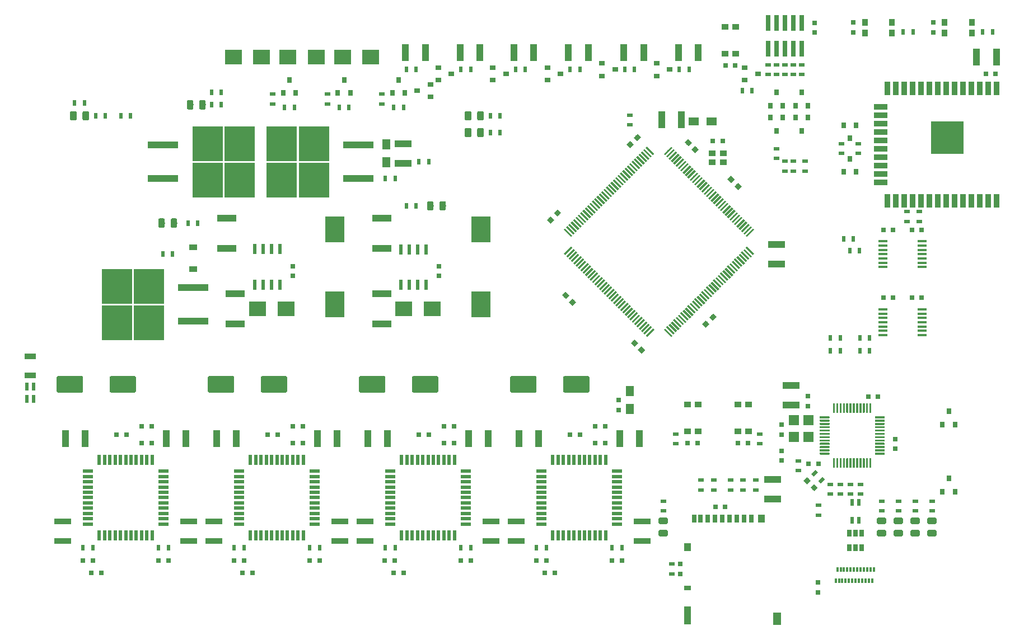
<source format=gbr>
G04 #@! TF.GenerationSoftware,KiCad,Pcbnew,(5.1.0)-1*
G04 #@! TF.CreationDate,2019-04-25T08:44:14+02:00*
G04 #@! TF.ProjectId,FHNW-Pro4E-FS19T8-3DPrinterBoard-STM32,46484e57-2d50-4726-9f34-452d46533139,rev?*
G04 #@! TF.SameCoordinates,Original*
G04 #@! TF.FileFunction,Paste,Top*
G04 #@! TF.FilePolarity,Positive*
%FSLAX46Y46*%
G04 Gerber Fmt 4.6, Leading zero omitted, Abs format (unit mm)*
G04 Created by KiCad (PCBNEW (5.1.0)-1) date 2019-04-25 08:44:14*
%MOMM*%
%LPD*%
G04 APERTURE LIST*
%ADD10C,0.750000*%
%ADD11C,0.100000*%
%ADD12C,0.300000*%
%ADD13R,0.800000X0.750000*%
%ADD14C,2.500000*%
%ADD15R,0.500000X0.900000*%
%ADD16R,5.000000X5.000000*%
%ADD17R,0.900000X2.000000*%
%ADD18R,2.000000X0.900000*%
%ADD19R,0.900000X0.500000*%
%ADD20R,0.600000X1.500000*%
%ADD21R,1.500000X0.600000*%
%ADD22R,2.500000X0.900000*%
%ADD23R,0.750000X0.800000*%
%ADD24R,1.000000X2.500000*%
%ADD25R,4.600000X1.100000*%
%ADD26R,4.550000X5.250000*%
%ADD27R,1.300000X1.500000*%
%ADD28R,3.000000X4.000000*%
%ADD29R,3.000000X1.000000*%
%ADD30R,2.500000X2.300000*%
%ADD31C,0.975000*%
%ADD32R,0.700000X1.200000*%
%ADD33R,1.000000X1.200000*%
%ADD34R,1.000000X0.800000*%
%ADD35R,1.000000X2.800000*%
%ADD36R,1.300000X1.900000*%
%ADD37R,2.500000X1.000000*%
%ADD38R,1.500000X1.300000*%
%ADD39C,0.500000*%
%ADD40R,0.600000X1.550000*%
%ADD41R,1.450000X0.450000*%
%ADD42R,1.100000X0.900000*%
%ADD43R,1.500000X1.600000*%
%ADD44R,0.650000X1.060000*%
%ADD45R,0.800000X0.900000*%
%ADD46R,0.600000X1.100000*%
%ADD47R,0.300000X0.700000*%
%ADD48R,0.600000X1.200000*%
%ADD49R,1.700000X0.900000*%
%ADD50R,1.200000X0.900000*%
%ADD51R,1.000000X0.900000*%
%ADD52R,0.900000X1.000000*%
%ADD53R,0.900000X0.800000*%
%ADD54R,0.740000X2.400000*%
G04 APERTURE END LIST*
D10*
X167281330Y-65681330D03*
D11*
G36*
X167829338Y-65699008D02*
G01*
X167299008Y-66229338D01*
X166733322Y-65663652D01*
X167263652Y-65133322D01*
X167829338Y-65699008D01*
X167829338Y-65699008D01*
G37*
D10*
X166220670Y-64620670D03*
D11*
G36*
X166768678Y-64638348D02*
G01*
X166238348Y-65168678D01*
X165672662Y-64602992D01*
X166202992Y-64072662D01*
X166768678Y-64638348D01*
X166768678Y-64638348D01*
G37*
D12*
X194093227Y-57893858D03*
D11*
G36*
X193439153Y-57451916D02*
G01*
X193651285Y-57239784D01*
X194747301Y-58335800D01*
X194535169Y-58547932D01*
X193439153Y-57451916D01*
X193439153Y-57451916D01*
G37*
D12*
X193739674Y-58247412D03*
D11*
G36*
X193085600Y-57805470D02*
G01*
X193297732Y-57593338D01*
X194393748Y-58689354D01*
X194181616Y-58901486D01*
X193085600Y-57805470D01*
X193085600Y-57805470D01*
G37*
D12*
X193386120Y-58600965D03*
D11*
G36*
X192732046Y-58159023D02*
G01*
X192944178Y-57946891D01*
X194040194Y-59042907D01*
X193828062Y-59255039D01*
X192732046Y-58159023D01*
X192732046Y-58159023D01*
G37*
D12*
X193032567Y-58954518D03*
D11*
G36*
X192378493Y-58512576D02*
G01*
X192590625Y-58300444D01*
X193686641Y-59396460D01*
X193474509Y-59608592D01*
X192378493Y-58512576D01*
X192378493Y-58512576D01*
G37*
D12*
X192679013Y-59308072D03*
D11*
G36*
X192024939Y-58866130D02*
G01*
X192237071Y-58653998D01*
X193333087Y-59750014D01*
X193120955Y-59962146D01*
X192024939Y-58866130D01*
X192024939Y-58866130D01*
G37*
D12*
X192325460Y-59661625D03*
D11*
G36*
X191671386Y-59219683D02*
G01*
X191883518Y-59007551D01*
X192979534Y-60103567D01*
X192767402Y-60315699D01*
X191671386Y-59219683D01*
X191671386Y-59219683D01*
G37*
D12*
X191971907Y-60015179D03*
D11*
G36*
X191317833Y-59573237D02*
G01*
X191529965Y-59361105D01*
X192625981Y-60457121D01*
X192413849Y-60669253D01*
X191317833Y-59573237D01*
X191317833Y-59573237D01*
G37*
D12*
X191618353Y-60368732D03*
D11*
G36*
X190964279Y-59926790D02*
G01*
X191176411Y-59714658D01*
X192272427Y-60810674D01*
X192060295Y-61022806D01*
X190964279Y-59926790D01*
X190964279Y-59926790D01*
G37*
D12*
X191264800Y-60722285D03*
D11*
G36*
X190610726Y-60280343D02*
G01*
X190822858Y-60068211D01*
X191918874Y-61164227D01*
X191706742Y-61376359D01*
X190610726Y-60280343D01*
X190610726Y-60280343D01*
G37*
D12*
X190911246Y-61075839D03*
D11*
G36*
X190257172Y-60633897D02*
G01*
X190469304Y-60421765D01*
X191565320Y-61517781D01*
X191353188Y-61729913D01*
X190257172Y-60633897D01*
X190257172Y-60633897D01*
G37*
D12*
X190557693Y-61429392D03*
D11*
G36*
X189903619Y-60987450D02*
G01*
X190115751Y-60775318D01*
X191211767Y-61871334D01*
X190999635Y-62083466D01*
X189903619Y-60987450D01*
X189903619Y-60987450D01*
G37*
D12*
X190204140Y-61782946D03*
D11*
G36*
X189550066Y-61341004D02*
G01*
X189762198Y-61128872D01*
X190858214Y-62224888D01*
X190646082Y-62437020D01*
X189550066Y-61341004D01*
X189550066Y-61341004D01*
G37*
D12*
X189850586Y-62136499D03*
D11*
G36*
X189196512Y-61694557D02*
G01*
X189408644Y-61482425D01*
X190504660Y-62578441D01*
X190292528Y-62790573D01*
X189196512Y-61694557D01*
X189196512Y-61694557D01*
G37*
D12*
X189497033Y-62490052D03*
D11*
G36*
X188842959Y-62048110D02*
G01*
X189055091Y-61835978D01*
X190151107Y-62931994D01*
X189938975Y-63144126D01*
X188842959Y-62048110D01*
X188842959Y-62048110D01*
G37*
D12*
X189143479Y-62843606D03*
D11*
G36*
X188489405Y-62401664D02*
G01*
X188701537Y-62189532D01*
X189797553Y-63285548D01*
X189585421Y-63497680D01*
X188489405Y-62401664D01*
X188489405Y-62401664D01*
G37*
D12*
X188789926Y-63197159D03*
D11*
G36*
X188135852Y-62755217D02*
G01*
X188347984Y-62543085D01*
X189444000Y-63639101D01*
X189231868Y-63851233D01*
X188135852Y-62755217D01*
X188135852Y-62755217D01*
G37*
D12*
X188436373Y-63550712D03*
D11*
G36*
X187782299Y-63108770D02*
G01*
X187994431Y-62896638D01*
X189090447Y-63992654D01*
X188878315Y-64204786D01*
X187782299Y-63108770D01*
X187782299Y-63108770D01*
G37*
D12*
X188082819Y-63904266D03*
D11*
G36*
X187428745Y-63462324D02*
G01*
X187640877Y-63250192D01*
X188736893Y-64346208D01*
X188524761Y-64558340D01*
X187428745Y-63462324D01*
X187428745Y-63462324D01*
G37*
D12*
X187729266Y-64257819D03*
D11*
G36*
X187075192Y-63815877D02*
G01*
X187287324Y-63603745D01*
X188383340Y-64699761D01*
X188171208Y-64911893D01*
X187075192Y-63815877D01*
X187075192Y-63815877D01*
G37*
D12*
X187375712Y-64611373D03*
D11*
G36*
X186721638Y-64169431D02*
G01*
X186933770Y-63957299D01*
X188029786Y-65053315D01*
X187817654Y-65265447D01*
X186721638Y-64169431D01*
X186721638Y-64169431D01*
G37*
D12*
X187022159Y-64964926D03*
D11*
G36*
X186368085Y-64522984D02*
G01*
X186580217Y-64310852D01*
X187676233Y-65406868D01*
X187464101Y-65619000D01*
X186368085Y-64522984D01*
X186368085Y-64522984D01*
G37*
D12*
X186668606Y-65318479D03*
D11*
G36*
X186014532Y-64876537D02*
G01*
X186226664Y-64664405D01*
X187322680Y-65760421D01*
X187110548Y-65972553D01*
X186014532Y-64876537D01*
X186014532Y-64876537D01*
G37*
D12*
X186315052Y-65672033D03*
D11*
G36*
X185660978Y-65230091D02*
G01*
X185873110Y-65017959D01*
X186969126Y-66113975D01*
X186756994Y-66326107D01*
X185660978Y-65230091D01*
X185660978Y-65230091D01*
G37*
D12*
X185961499Y-66025586D03*
D11*
G36*
X185307425Y-65583644D02*
G01*
X185519557Y-65371512D01*
X186615573Y-66467528D01*
X186403441Y-66679660D01*
X185307425Y-65583644D01*
X185307425Y-65583644D01*
G37*
D12*
X185607946Y-66379140D03*
D11*
G36*
X184953872Y-65937198D02*
G01*
X185166004Y-65725066D01*
X186262020Y-66821082D01*
X186049888Y-67033214D01*
X184953872Y-65937198D01*
X184953872Y-65937198D01*
G37*
D12*
X185254392Y-66732693D03*
D11*
G36*
X184600318Y-66290751D02*
G01*
X184812450Y-66078619D01*
X185908466Y-67174635D01*
X185696334Y-67386767D01*
X184600318Y-66290751D01*
X184600318Y-66290751D01*
G37*
D12*
X184900839Y-67086246D03*
D11*
G36*
X184246765Y-66644304D02*
G01*
X184458897Y-66432172D01*
X185554913Y-67528188D01*
X185342781Y-67740320D01*
X184246765Y-66644304D01*
X184246765Y-66644304D01*
G37*
D12*
X184547285Y-67439800D03*
D11*
G36*
X183893211Y-66997858D02*
G01*
X184105343Y-66785726D01*
X185201359Y-67881742D01*
X184989227Y-68093874D01*
X183893211Y-66997858D01*
X183893211Y-66997858D01*
G37*
D12*
X184193732Y-67793353D03*
D11*
G36*
X183539658Y-67351411D02*
G01*
X183751790Y-67139279D01*
X184847806Y-68235295D01*
X184635674Y-68447427D01*
X183539658Y-67351411D01*
X183539658Y-67351411D01*
G37*
D12*
X183840179Y-68146907D03*
D11*
G36*
X183186105Y-67704965D02*
G01*
X183398237Y-67492833D01*
X184494253Y-68588849D01*
X184282121Y-68800981D01*
X183186105Y-67704965D01*
X183186105Y-67704965D01*
G37*
D12*
X183486625Y-68500460D03*
D11*
G36*
X182832551Y-68058518D02*
G01*
X183044683Y-67846386D01*
X184140699Y-68942402D01*
X183928567Y-69154534D01*
X182832551Y-68058518D01*
X182832551Y-68058518D01*
G37*
D12*
X183133072Y-68854013D03*
D11*
G36*
X182478998Y-68412071D02*
G01*
X182691130Y-68199939D01*
X183787146Y-69295955D01*
X183575014Y-69508087D01*
X182478998Y-68412071D01*
X182478998Y-68412071D01*
G37*
D12*
X182779518Y-69207567D03*
D11*
G36*
X182125444Y-68765625D02*
G01*
X182337576Y-68553493D01*
X183433592Y-69649509D01*
X183221460Y-69861641D01*
X182125444Y-68765625D01*
X182125444Y-68765625D01*
G37*
D12*
X182425965Y-69561120D03*
D11*
G36*
X181771891Y-69119178D02*
G01*
X181984023Y-68907046D01*
X183080039Y-70003062D01*
X182867907Y-70215194D01*
X181771891Y-69119178D01*
X181771891Y-69119178D01*
G37*
D12*
X182072412Y-69914674D03*
D11*
G36*
X181418338Y-69472732D02*
G01*
X181630470Y-69260600D01*
X182726486Y-70356616D01*
X182514354Y-70568748D01*
X181418338Y-69472732D01*
X181418338Y-69472732D01*
G37*
D12*
X181718858Y-70268227D03*
D11*
G36*
X181064784Y-69826285D02*
G01*
X181276916Y-69614153D01*
X182372932Y-70710169D01*
X182160800Y-70922301D01*
X181064784Y-69826285D01*
X181064784Y-69826285D01*
G37*
D12*
X178961142Y-70268227D03*
D11*
G36*
X179403084Y-69614153D02*
G01*
X179615216Y-69826285D01*
X178519200Y-70922301D01*
X178307068Y-70710169D01*
X179403084Y-69614153D01*
X179403084Y-69614153D01*
G37*
D12*
X178607588Y-69914674D03*
D11*
G36*
X179049530Y-69260600D02*
G01*
X179261662Y-69472732D01*
X178165646Y-70568748D01*
X177953514Y-70356616D01*
X179049530Y-69260600D01*
X179049530Y-69260600D01*
G37*
D12*
X178254035Y-69561120D03*
D11*
G36*
X178695977Y-68907046D02*
G01*
X178908109Y-69119178D01*
X177812093Y-70215194D01*
X177599961Y-70003062D01*
X178695977Y-68907046D01*
X178695977Y-68907046D01*
G37*
D12*
X177900482Y-69207567D03*
D11*
G36*
X178342424Y-68553493D02*
G01*
X178554556Y-68765625D01*
X177458540Y-69861641D01*
X177246408Y-69649509D01*
X178342424Y-68553493D01*
X178342424Y-68553493D01*
G37*
D12*
X177546928Y-68854013D03*
D11*
G36*
X177988870Y-68199939D02*
G01*
X178201002Y-68412071D01*
X177104986Y-69508087D01*
X176892854Y-69295955D01*
X177988870Y-68199939D01*
X177988870Y-68199939D01*
G37*
D12*
X177193375Y-68500460D03*
D11*
G36*
X177635317Y-67846386D02*
G01*
X177847449Y-68058518D01*
X176751433Y-69154534D01*
X176539301Y-68942402D01*
X177635317Y-67846386D01*
X177635317Y-67846386D01*
G37*
D12*
X176839821Y-68146907D03*
D11*
G36*
X177281763Y-67492833D02*
G01*
X177493895Y-67704965D01*
X176397879Y-68800981D01*
X176185747Y-68588849D01*
X177281763Y-67492833D01*
X177281763Y-67492833D01*
G37*
D12*
X176486268Y-67793353D03*
D11*
G36*
X176928210Y-67139279D02*
G01*
X177140342Y-67351411D01*
X176044326Y-68447427D01*
X175832194Y-68235295D01*
X176928210Y-67139279D01*
X176928210Y-67139279D01*
G37*
D12*
X176132715Y-67439800D03*
D11*
G36*
X176574657Y-66785726D02*
G01*
X176786789Y-66997858D01*
X175690773Y-68093874D01*
X175478641Y-67881742D01*
X176574657Y-66785726D01*
X176574657Y-66785726D01*
G37*
D12*
X175779161Y-67086246D03*
D11*
G36*
X176221103Y-66432172D02*
G01*
X176433235Y-66644304D01*
X175337219Y-67740320D01*
X175125087Y-67528188D01*
X176221103Y-66432172D01*
X176221103Y-66432172D01*
G37*
D12*
X175425608Y-66732693D03*
D11*
G36*
X175867550Y-66078619D02*
G01*
X176079682Y-66290751D01*
X174983666Y-67386767D01*
X174771534Y-67174635D01*
X175867550Y-66078619D01*
X175867550Y-66078619D01*
G37*
D12*
X175072054Y-66379140D03*
D11*
G36*
X175513996Y-65725066D02*
G01*
X175726128Y-65937198D01*
X174630112Y-67033214D01*
X174417980Y-66821082D01*
X175513996Y-65725066D01*
X175513996Y-65725066D01*
G37*
D12*
X174718501Y-66025586D03*
D11*
G36*
X175160443Y-65371512D02*
G01*
X175372575Y-65583644D01*
X174276559Y-66679660D01*
X174064427Y-66467528D01*
X175160443Y-65371512D01*
X175160443Y-65371512D01*
G37*
D12*
X174364948Y-65672033D03*
D11*
G36*
X174806890Y-65017959D02*
G01*
X175019022Y-65230091D01*
X173923006Y-66326107D01*
X173710874Y-66113975D01*
X174806890Y-65017959D01*
X174806890Y-65017959D01*
G37*
D12*
X174011394Y-65318479D03*
D11*
G36*
X174453336Y-64664405D02*
G01*
X174665468Y-64876537D01*
X173569452Y-65972553D01*
X173357320Y-65760421D01*
X174453336Y-64664405D01*
X174453336Y-64664405D01*
G37*
D12*
X173657841Y-64964926D03*
D11*
G36*
X174099783Y-64310852D02*
G01*
X174311915Y-64522984D01*
X173215899Y-65619000D01*
X173003767Y-65406868D01*
X174099783Y-64310852D01*
X174099783Y-64310852D01*
G37*
D12*
X173304288Y-64611373D03*
D11*
G36*
X173746230Y-63957299D02*
G01*
X173958362Y-64169431D01*
X172862346Y-65265447D01*
X172650214Y-65053315D01*
X173746230Y-63957299D01*
X173746230Y-63957299D01*
G37*
D12*
X172950734Y-64257819D03*
D11*
G36*
X173392676Y-63603745D02*
G01*
X173604808Y-63815877D01*
X172508792Y-64911893D01*
X172296660Y-64699761D01*
X173392676Y-63603745D01*
X173392676Y-63603745D01*
G37*
D12*
X172597181Y-63904266D03*
D11*
G36*
X173039123Y-63250192D02*
G01*
X173251255Y-63462324D01*
X172155239Y-64558340D01*
X171943107Y-64346208D01*
X173039123Y-63250192D01*
X173039123Y-63250192D01*
G37*
D12*
X172243627Y-63550712D03*
D11*
G36*
X172685569Y-62896638D02*
G01*
X172897701Y-63108770D01*
X171801685Y-64204786D01*
X171589553Y-63992654D01*
X172685569Y-62896638D01*
X172685569Y-62896638D01*
G37*
D12*
X171890074Y-63197159D03*
D11*
G36*
X172332016Y-62543085D02*
G01*
X172544148Y-62755217D01*
X171448132Y-63851233D01*
X171236000Y-63639101D01*
X172332016Y-62543085D01*
X172332016Y-62543085D01*
G37*
D12*
X171536521Y-62843606D03*
D11*
G36*
X171978463Y-62189532D02*
G01*
X172190595Y-62401664D01*
X171094579Y-63497680D01*
X170882447Y-63285548D01*
X171978463Y-62189532D01*
X171978463Y-62189532D01*
G37*
D12*
X171182967Y-62490052D03*
D11*
G36*
X171624909Y-61835978D02*
G01*
X171837041Y-62048110D01*
X170741025Y-63144126D01*
X170528893Y-62931994D01*
X171624909Y-61835978D01*
X171624909Y-61835978D01*
G37*
D12*
X170829414Y-62136499D03*
D11*
G36*
X171271356Y-61482425D02*
G01*
X171483488Y-61694557D01*
X170387472Y-62790573D01*
X170175340Y-62578441D01*
X171271356Y-61482425D01*
X171271356Y-61482425D01*
G37*
D12*
X170475860Y-61782946D03*
D11*
G36*
X170917802Y-61128872D02*
G01*
X171129934Y-61341004D01*
X170033918Y-62437020D01*
X169821786Y-62224888D01*
X170917802Y-61128872D01*
X170917802Y-61128872D01*
G37*
D12*
X170122307Y-61429392D03*
D11*
G36*
X170564249Y-60775318D02*
G01*
X170776381Y-60987450D01*
X169680365Y-62083466D01*
X169468233Y-61871334D01*
X170564249Y-60775318D01*
X170564249Y-60775318D01*
G37*
D12*
X169768754Y-61075839D03*
D11*
G36*
X170210696Y-60421765D02*
G01*
X170422828Y-60633897D01*
X169326812Y-61729913D01*
X169114680Y-61517781D01*
X170210696Y-60421765D01*
X170210696Y-60421765D01*
G37*
D12*
X169415200Y-60722285D03*
D11*
G36*
X169857142Y-60068211D02*
G01*
X170069274Y-60280343D01*
X168973258Y-61376359D01*
X168761126Y-61164227D01*
X169857142Y-60068211D01*
X169857142Y-60068211D01*
G37*
D12*
X169061647Y-60368732D03*
D11*
G36*
X169503589Y-59714658D02*
G01*
X169715721Y-59926790D01*
X168619705Y-61022806D01*
X168407573Y-60810674D01*
X169503589Y-59714658D01*
X169503589Y-59714658D01*
G37*
D12*
X168708093Y-60015179D03*
D11*
G36*
X169150035Y-59361105D02*
G01*
X169362167Y-59573237D01*
X168266151Y-60669253D01*
X168054019Y-60457121D01*
X169150035Y-59361105D01*
X169150035Y-59361105D01*
G37*
D12*
X168354540Y-59661625D03*
D11*
G36*
X168796482Y-59007551D02*
G01*
X169008614Y-59219683D01*
X167912598Y-60315699D01*
X167700466Y-60103567D01*
X168796482Y-59007551D01*
X168796482Y-59007551D01*
G37*
D12*
X168000987Y-59308072D03*
D11*
G36*
X168442929Y-58653998D02*
G01*
X168655061Y-58866130D01*
X167559045Y-59962146D01*
X167346913Y-59750014D01*
X168442929Y-58653998D01*
X168442929Y-58653998D01*
G37*
D12*
X167647433Y-58954518D03*
D11*
G36*
X168089375Y-58300444D02*
G01*
X168301507Y-58512576D01*
X167205491Y-59608592D01*
X166993359Y-59396460D01*
X168089375Y-58300444D01*
X168089375Y-58300444D01*
G37*
D12*
X167293880Y-58600965D03*
D11*
G36*
X167735822Y-57946891D02*
G01*
X167947954Y-58159023D01*
X166851938Y-59255039D01*
X166639806Y-59042907D01*
X167735822Y-57946891D01*
X167735822Y-57946891D01*
G37*
D12*
X166940326Y-58247412D03*
D11*
G36*
X167382268Y-57593338D02*
G01*
X167594400Y-57805470D01*
X166498384Y-58901486D01*
X166286252Y-58689354D01*
X167382268Y-57593338D01*
X167382268Y-57593338D01*
G37*
D12*
X166586773Y-57893858D03*
D11*
G36*
X167028715Y-57239784D02*
G01*
X167240847Y-57451916D01*
X166144831Y-58547932D01*
X165932699Y-58335800D01*
X167028715Y-57239784D01*
X167028715Y-57239784D01*
G37*
D12*
X166586773Y-55136142D03*
D11*
G36*
X165932699Y-54694200D02*
G01*
X166144831Y-54482068D01*
X167240847Y-55578084D01*
X167028715Y-55790216D01*
X165932699Y-54694200D01*
X165932699Y-54694200D01*
G37*
D12*
X166940326Y-54782588D03*
D11*
G36*
X166286252Y-54340646D02*
G01*
X166498384Y-54128514D01*
X167594400Y-55224530D01*
X167382268Y-55436662D01*
X166286252Y-54340646D01*
X166286252Y-54340646D01*
G37*
D12*
X167293880Y-54429035D03*
D11*
G36*
X166639806Y-53987093D02*
G01*
X166851938Y-53774961D01*
X167947954Y-54870977D01*
X167735822Y-55083109D01*
X166639806Y-53987093D01*
X166639806Y-53987093D01*
G37*
D12*
X167647433Y-54075482D03*
D11*
G36*
X166993359Y-53633540D02*
G01*
X167205491Y-53421408D01*
X168301507Y-54517424D01*
X168089375Y-54729556D01*
X166993359Y-53633540D01*
X166993359Y-53633540D01*
G37*
D12*
X168000987Y-53721928D03*
D11*
G36*
X167346913Y-53279986D02*
G01*
X167559045Y-53067854D01*
X168655061Y-54163870D01*
X168442929Y-54376002D01*
X167346913Y-53279986D01*
X167346913Y-53279986D01*
G37*
D12*
X168354540Y-53368375D03*
D11*
G36*
X167700466Y-52926433D02*
G01*
X167912598Y-52714301D01*
X169008614Y-53810317D01*
X168796482Y-54022449D01*
X167700466Y-52926433D01*
X167700466Y-52926433D01*
G37*
D12*
X168708093Y-53014821D03*
D11*
G36*
X168054019Y-52572879D02*
G01*
X168266151Y-52360747D01*
X169362167Y-53456763D01*
X169150035Y-53668895D01*
X168054019Y-52572879D01*
X168054019Y-52572879D01*
G37*
D12*
X169061647Y-52661268D03*
D11*
G36*
X168407573Y-52219326D02*
G01*
X168619705Y-52007194D01*
X169715721Y-53103210D01*
X169503589Y-53315342D01*
X168407573Y-52219326D01*
X168407573Y-52219326D01*
G37*
D12*
X169415200Y-52307715D03*
D11*
G36*
X168761126Y-51865773D02*
G01*
X168973258Y-51653641D01*
X170069274Y-52749657D01*
X169857142Y-52961789D01*
X168761126Y-51865773D01*
X168761126Y-51865773D01*
G37*
D12*
X169768754Y-51954161D03*
D11*
G36*
X169114680Y-51512219D02*
G01*
X169326812Y-51300087D01*
X170422828Y-52396103D01*
X170210696Y-52608235D01*
X169114680Y-51512219D01*
X169114680Y-51512219D01*
G37*
D12*
X170122307Y-51600608D03*
D11*
G36*
X169468233Y-51158666D02*
G01*
X169680365Y-50946534D01*
X170776381Y-52042550D01*
X170564249Y-52254682D01*
X169468233Y-51158666D01*
X169468233Y-51158666D01*
G37*
D12*
X170475860Y-51247054D03*
D11*
G36*
X169821786Y-50805112D02*
G01*
X170033918Y-50592980D01*
X171129934Y-51688996D01*
X170917802Y-51901128D01*
X169821786Y-50805112D01*
X169821786Y-50805112D01*
G37*
D12*
X170829414Y-50893501D03*
D11*
G36*
X170175340Y-50451559D02*
G01*
X170387472Y-50239427D01*
X171483488Y-51335443D01*
X171271356Y-51547575D01*
X170175340Y-50451559D01*
X170175340Y-50451559D01*
G37*
D12*
X171182967Y-50539948D03*
D11*
G36*
X170528893Y-50098006D02*
G01*
X170741025Y-49885874D01*
X171837041Y-50981890D01*
X171624909Y-51194022D01*
X170528893Y-50098006D01*
X170528893Y-50098006D01*
G37*
D12*
X171536521Y-50186394D03*
D11*
G36*
X170882447Y-49744452D02*
G01*
X171094579Y-49532320D01*
X172190595Y-50628336D01*
X171978463Y-50840468D01*
X170882447Y-49744452D01*
X170882447Y-49744452D01*
G37*
D12*
X171890074Y-49832841D03*
D11*
G36*
X171236000Y-49390899D02*
G01*
X171448132Y-49178767D01*
X172544148Y-50274783D01*
X172332016Y-50486915D01*
X171236000Y-49390899D01*
X171236000Y-49390899D01*
G37*
D12*
X172243627Y-49479288D03*
D11*
G36*
X171589553Y-49037346D02*
G01*
X171801685Y-48825214D01*
X172897701Y-49921230D01*
X172685569Y-50133362D01*
X171589553Y-49037346D01*
X171589553Y-49037346D01*
G37*
D12*
X172597181Y-49125734D03*
D11*
G36*
X171943107Y-48683792D02*
G01*
X172155239Y-48471660D01*
X173251255Y-49567676D01*
X173039123Y-49779808D01*
X171943107Y-48683792D01*
X171943107Y-48683792D01*
G37*
D12*
X172950734Y-48772181D03*
D11*
G36*
X172296660Y-48330239D02*
G01*
X172508792Y-48118107D01*
X173604808Y-49214123D01*
X173392676Y-49426255D01*
X172296660Y-48330239D01*
X172296660Y-48330239D01*
G37*
D12*
X173304288Y-48418627D03*
D11*
G36*
X172650214Y-47976685D02*
G01*
X172862346Y-47764553D01*
X173958362Y-48860569D01*
X173746230Y-49072701D01*
X172650214Y-47976685D01*
X172650214Y-47976685D01*
G37*
D12*
X173657841Y-48065074D03*
D11*
G36*
X173003767Y-47623132D02*
G01*
X173215899Y-47411000D01*
X174311915Y-48507016D01*
X174099783Y-48719148D01*
X173003767Y-47623132D01*
X173003767Y-47623132D01*
G37*
D12*
X174011394Y-47711521D03*
D11*
G36*
X173357320Y-47269579D02*
G01*
X173569452Y-47057447D01*
X174665468Y-48153463D01*
X174453336Y-48365595D01*
X173357320Y-47269579D01*
X173357320Y-47269579D01*
G37*
D12*
X174364948Y-47357967D03*
D11*
G36*
X173710874Y-46916025D02*
G01*
X173923006Y-46703893D01*
X175019022Y-47799909D01*
X174806890Y-48012041D01*
X173710874Y-46916025D01*
X173710874Y-46916025D01*
G37*
D12*
X174718501Y-47004414D03*
D11*
G36*
X174064427Y-46562472D02*
G01*
X174276559Y-46350340D01*
X175372575Y-47446356D01*
X175160443Y-47658488D01*
X174064427Y-46562472D01*
X174064427Y-46562472D01*
G37*
D12*
X175072054Y-46650860D03*
D11*
G36*
X174417980Y-46208918D02*
G01*
X174630112Y-45996786D01*
X175726128Y-47092802D01*
X175513996Y-47304934D01*
X174417980Y-46208918D01*
X174417980Y-46208918D01*
G37*
D12*
X175425608Y-46297307D03*
D11*
G36*
X174771534Y-45855365D02*
G01*
X174983666Y-45643233D01*
X176079682Y-46739249D01*
X175867550Y-46951381D01*
X174771534Y-45855365D01*
X174771534Y-45855365D01*
G37*
D12*
X175779161Y-45943754D03*
D11*
G36*
X175125087Y-45501812D02*
G01*
X175337219Y-45289680D01*
X176433235Y-46385696D01*
X176221103Y-46597828D01*
X175125087Y-45501812D01*
X175125087Y-45501812D01*
G37*
D12*
X176132715Y-45590200D03*
D11*
G36*
X175478641Y-45148258D02*
G01*
X175690773Y-44936126D01*
X176786789Y-46032142D01*
X176574657Y-46244274D01*
X175478641Y-45148258D01*
X175478641Y-45148258D01*
G37*
D12*
X176486268Y-45236647D03*
D11*
G36*
X175832194Y-44794705D02*
G01*
X176044326Y-44582573D01*
X177140342Y-45678589D01*
X176928210Y-45890721D01*
X175832194Y-44794705D01*
X175832194Y-44794705D01*
G37*
D12*
X176839821Y-44883093D03*
D11*
G36*
X176185747Y-44441151D02*
G01*
X176397879Y-44229019D01*
X177493895Y-45325035D01*
X177281763Y-45537167D01*
X176185747Y-44441151D01*
X176185747Y-44441151D01*
G37*
D12*
X177193375Y-44529540D03*
D11*
G36*
X176539301Y-44087598D02*
G01*
X176751433Y-43875466D01*
X177847449Y-44971482D01*
X177635317Y-45183614D01*
X176539301Y-44087598D01*
X176539301Y-44087598D01*
G37*
D12*
X177546928Y-44175987D03*
D11*
G36*
X176892854Y-43734045D02*
G01*
X177104986Y-43521913D01*
X178201002Y-44617929D01*
X177988870Y-44830061D01*
X176892854Y-43734045D01*
X176892854Y-43734045D01*
G37*
D12*
X177900482Y-43822433D03*
D11*
G36*
X177246408Y-43380491D02*
G01*
X177458540Y-43168359D01*
X178554556Y-44264375D01*
X178342424Y-44476507D01*
X177246408Y-43380491D01*
X177246408Y-43380491D01*
G37*
D12*
X178254035Y-43468880D03*
D11*
G36*
X177599961Y-43026938D02*
G01*
X177812093Y-42814806D01*
X178908109Y-43910822D01*
X178695977Y-44122954D01*
X177599961Y-43026938D01*
X177599961Y-43026938D01*
G37*
D12*
X178607588Y-43115326D03*
D11*
G36*
X177953514Y-42673384D02*
G01*
X178165646Y-42461252D01*
X179261662Y-43557268D01*
X179049530Y-43769400D01*
X177953514Y-42673384D01*
X177953514Y-42673384D01*
G37*
D12*
X178961142Y-42761773D03*
D11*
G36*
X178307068Y-42319831D02*
G01*
X178519200Y-42107699D01*
X179615216Y-43203715D01*
X179403084Y-43415847D01*
X178307068Y-42319831D01*
X178307068Y-42319831D01*
G37*
D12*
X181718858Y-42761773D03*
D11*
G36*
X182160800Y-42107699D02*
G01*
X182372932Y-42319831D01*
X181276916Y-43415847D01*
X181064784Y-43203715D01*
X182160800Y-42107699D01*
X182160800Y-42107699D01*
G37*
D12*
X182072412Y-43115326D03*
D11*
G36*
X182514354Y-42461252D02*
G01*
X182726486Y-42673384D01*
X181630470Y-43769400D01*
X181418338Y-43557268D01*
X182514354Y-42461252D01*
X182514354Y-42461252D01*
G37*
D12*
X182425965Y-43468880D03*
D11*
G36*
X182867907Y-42814806D02*
G01*
X183080039Y-43026938D01*
X181984023Y-44122954D01*
X181771891Y-43910822D01*
X182867907Y-42814806D01*
X182867907Y-42814806D01*
G37*
D12*
X182779518Y-43822433D03*
D11*
G36*
X183221460Y-43168359D02*
G01*
X183433592Y-43380491D01*
X182337576Y-44476507D01*
X182125444Y-44264375D01*
X183221460Y-43168359D01*
X183221460Y-43168359D01*
G37*
D12*
X183133072Y-44175987D03*
D11*
G36*
X183575014Y-43521913D02*
G01*
X183787146Y-43734045D01*
X182691130Y-44830061D01*
X182478998Y-44617929D01*
X183575014Y-43521913D01*
X183575014Y-43521913D01*
G37*
D12*
X183486625Y-44529540D03*
D11*
G36*
X183928567Y-43875466D02*
G01*
X184140699Y-44087598D01*
X183044683Y-45183614D01*
X182832551Y-44971482D01*
X183928567Y-43875466D01*
X183928567Y-43875466D01*
G37*
D12*
X183840179Y-44883093D03*
D11*
G36*
X184282121Y-44229019D02*
G01*
X184494253Y-44441151D01*
X183398237Y-45537167D01*
X183186105Y-45325035D01*
X184282121Y-44229019D01*
X184282121Y-44229019D01*
G37*
D12*
X184193732Y-45236647D03*
D11*
G36*
X184635674Y-44582573D02*
G01*
X184847806Y-44794705D01*
X183751790Y-45890721D01*
X183539658Y-45678589D01*
X184635674Y-44582573D01*
X184635674Y-44582573D01*
G37*
D12*
X184547285Y-45590200D03*
D11*
G36*
X184989227Y-44936126D02*
G01*
X185201359Y-45148258D01*
X184105343Y-46244274D01*
X183893211Y-46032142D01*
X184989227Y-44936126D01*
X184989227Y-44936126D01*
G37*
D12*
X184900839Y-45943754D03*
D11*
G36*
X185342781Y-45289680D02*
G01*
X185554913Y-45501812D01*
X184458897Y-46597828D01*
X184246765Y-46385696D01*
X185342781Y-45289680D01*
X185342781Y-45289680D01*
G37*
D12*
X185254392Y-46297307D03*
D11*
G36*
X185696334Y-45643233D02*
G01*
X185908466Y-45855365D01*
X184812450Y-46951381D01*
X184600318Y-46739249D01*
X185696334Y-45643233D01*
X185696334Y-45643233D01*
G37*
D12*
X185607946Y-46650860D03*
D11*
G36*
X186049888Y-45996786D02*
G01*
X186262020Y-46208918D01*
X185166004Y-47304934D01*
X184953872Y-47092802D01*
X186049888Y-45996786D01*
X186049888Y-45996786D01*
G37*
D12*
X185961499Y-47004414D03*
D11*
G36*
X186403441Y-46350340D02*
G01*
X186615573Y-46562472D01*
X185519557Y-47658488D01*
X185307425Y-47446356D01*
X186403441Y-46350340D01*
X186403441Y-46350340D01*
G37*
D12*
X186315052Y-47357967D03*
D11*
G36*
X186756994Y-46703893D02*
G01*
X186969126Y-46916025D01*
X185873110Y-48012041D01*
X185660978Y-47799909D01*
X186756994Y-46703893D01*
X186756994Y-46703893D01*
G37*
D12*
X186668606Y-47711521D03*
D11*
G36*
X187110548Y-47057447D02*
G01*
X187322680Y-47269579D01*
X186226664Y-48365595D01*
X186014532Y-48153463D01*
X187110548Y-47057447D01*
X187110548Y-47057447D01*
G37*
D12*
X187022159Y-48065074D03*
D11*
G36*
X187464101Y-47411000D02*
G01*
X187676233Y-47623132D01*
X186580217Y-48719148D01*
X186368085Y-48507016D01*
X187464101Y-47411000D01*
X187464101Y-47411000D01*
G37*
D12*
X187375712Y-48418627D03*
D11*
G36*
X187817654Y-47764553D02*
G01*
X188029786Y-47976685D01*
X186933770Y-49072701D01*
X186721638Y-48860569D01*
X187817654Y-47764553D01*
X187817654Y-47764553D01*
G37*
D12*
X187729266Y-48772181D03*
D11*
G36*
X188171208Y-48118107D02*
G01*
X188383340Y-48330239D01*
X187287324Y-49426255D01*
X187075192Y-49214123D01*
X188171208Y-48118107D01*
X188171208Y-48118107D01*
G37*
D12*
X188082819Y-49125734D03*
D11*
G36*
X188524761Y-48471660D02*
G01*
X188736893Y-48683792D01*
X187640877Y-49779808D01*
X187428745Y-49567676D01*
X188524761Y-48471660D01*
X188524761Y-48471660D01*
G37*
D12*
X188436373Y-49479288D03*
D11*
G36*
X188878315Y-48825214D02*
G01*
X189090447Y-49037346D01*
X187994431Y-50133362D01*
X187782299Y-49921230D01*
X188878315Y-48825214D01*
X188878315Y-48825214D01*
G37*
D12*
X188789926Y-49832841D03*
D11*
G36*
X189231868Y-49178767D02*
G01*
X189444000Y-49390899D01*
X188347984Y-50486915D01*
X188135852Y-50274783D01*
X189231868Y-49178767D01*
X189231868Y-49178767D01*
G37*
D12*
X189143479Y-50186394D03*
D11*
G36*
X189585421Y-49532320D02*
G01*
X189797553Y-49744452D01*
X188701537Y-50840468D01*
X188489405Y-50628336D01*
X189585421Y-49532320D01*
X189585421Y-49532320D01*
G37*
D12*
X189497033Y-50539948D03*
D11*
G36*
X189938975Y-49885874D02*
G01*
X190151107Y-50098006D01*
X189055091Y-51194022D01*
X188842959Y-50981890D01*
X189938975Y-49885874D01*
X189938975Y-49885874D01*
G37*
D12*
X189850586Y-50893501D03*
D11*
G36*
X190292528Y-50239427D02*
G01*
X190504660Y-50451559D01*
X189408644Y-51547575D01*
X189196512Y-51335443D01*
X190292528Y-50239427D01*
X190292528Y-50239427D01*
G37*
D12*
X190204140Y-51247054D03*
D11*
G36*
X190646082Y-50592980D02*
G01*
X190858214Y-50805112D01*
X189762198Y-51901128D01*
X189550066Y-51688996D01*
X190646082Y-50592980D01*
X190646082Y-50592980D01*
G37*
D12*
X190557693Y-51600608D03*
D11*
G36*
X190999635Y-50946534D02*
G01*
X191211767Y-51158666D01*
X190115751Y-52254682D01*
X189903619Y-52042550D01*
X190999635Y-50946534D01*
X190999635Y-50946534D01*
G37*
D12*
X190911246Y-51954161D03*
D11*
G36*
X191353188Y-51300087D02*
G01*
X191565320Y-51512219D01*
X190469304Y-52608235D01*
X190257172Y-52396103D01*
X191353188Y-51300087D01*
X191353188Y-51300087D01*
G37*
D12*
X191264800Y-52307715D03*
D11*
G36*
X191706742Y-51653641D02*
G01*
X191918874Y-51865773D01*
X190822858Y-52961789D01*
X190610726Y-52749657D01*
X191706742Y-51653641D01*
X191706742Y-51653641D01*
G37*
D12*
X191618353Y-52661268D03*
D11*
G36*
X192060295Y-52007194D02*
G01*
X192272427Y-52219326D01*
X191176411Y-53315342D01*
X190964279Y-53103210D01*
X192060295Y-52007194D01*
X192060295Y-52007194D01*
G37*
D12*
X191971907Y-53014821D03*
D11*
G36*
X192413849Y-52360747D02*
G01*
X192625981Y-52572879D01*
X191529965Y-53668895D01*
X191317833Y-53456763D01*
X192413849Y-52360747D01*
X192413849Y-52360747D01*
G37*
D12*
X192325460Y-53368375D03*
D11*
G36*
X192767402Y-52714301D02*
G01*
X192979534Y-52926433D01*
X191883518Y-54022449D01*
X191671386Y-53810317D01*
X192767402Y-52714301D01*
X192767402Y-52714301D01*
G37*
D12*
X192679013Y-53721928D03*
D11*
G36*
X193120955Y-53067854D02*
G01*
X193333087Y-53279986D01*
X192237071Y-54376002D01*
X192024939Y-54163870D01*
X193120955Y-53067854D01*
X193120955Y-53067854D01*
G37*
D12*
X193032567Y-54075482D03*
D11*
G36*
X193474509Y-53421408D02*
G01*
X193686641Y-53633540D01*
X192590625Y-54729556D01*
X192378493Y-54517424D01*
X193474509Y-53421408D01*
X193474509Y-53421408D01*
G37*
D12*
X193386120Y-54429035D03*
D11*
G36*
X193828062Y-53774961D02*
G01*
X194040194Y-53987093D01*
X192944178Y-55083109D01*
X192732046Y-54870977D01*
X193828062Y-53774961D01*
X193828062Y-53774961D01*
G37*
D12*
X193739674Y-54782588D03*
D11*
G36*
X194181616Y-54128514D02*
G01*
X194393748Y-54340646D01*
X193297732Y-55436662D01*
X193085600Y-55224530D01*
X194181616Y-54128514D01*
X194181616Y-54128514D01*
G37*
D12*
X194093227Y-55136142D03*
D11*
G36*
X194535169Y-54482068D02*
G01*
X194747301Y-54694200D01*
X193651285Y-55790216D01*
X193439153Y-55578084D01*
X194535169Y-54482068D01*
X194535169Y-54482068D01*
G37*
D13*
X231255000Y-31115000D03*
X229755000Y-31115000D03*
D11*
G36*
X161604504Y-76856204D02*
G01*
X161628773Y-76859804D01*
X161652571Y-76865765D01*
X161675671Y-76874030D01*
X161697849Y-76884520D01*
X161718893Y-76897133D01*
X161738598Y-76911747D01*
X161756777Y-76928223D01*
X161773253Y-76946402D01*
X161787867Y-76966107D01*
X161800480Y-76987151D01*
X161810970Y-77009329D01*
X161819235Y-77032429D01*
X161825196Y-77056227D01*
X161828796Y-77080496D01*
X161830000Y-77105000D01*
X161830000Y-79105000D01*
X161828796Y-79129504D01*
X161825196Y-79153773D01*
X161819235Y-79177571D01*
X161810970Y-79200671D01*
X161800480Y-79222849D01*
X161787867Y-79243893D01*
X161773253Y-79263598D01*
X161756777Y-79281777D01*
X161738598Y-79298253D01*
X161718893Y-79312867D01*
X161697849Y-79325480D01*
X161675671Y-79335970D01*
X161652571Y-79344235D01*
X161628773Y-79350196D01*
X161604504Y-79353796D01*
X161580000Y-79355000D01*
X158080000Y-79355000D01*
X158055496Y-79353796D01*
X158031227Y-79350196D01*
X158007429Y-79344235D01*
X157984329Y-79335970D01*
X157962151Y-79325480D01*
X157941107Y-79312867D01*
X157921402Y-79298253D01*
X157903223Y-79281777D01*
X157886747Y-79263598D01*
X157872133Y-79243893D01*
X157859520Y-79222849D01*
X157849030Y-79200671D01*
X157840765Y-79177571D01*
X157834804Y-79153773D01*
X157831204Y-79129504D01*
X157830000Y-79105000D01*
X157830000Y-77105000D01*
X157831204Y-77080496D01*
X157834804Y-77056227D01*
X157840765Y-77032429D01*
X157849030Y-77009329D01*
X157859520Y-76987151D01*
X157872133Y-76966107D01*
X157886747Y-76946402D01*
X157903223Y-76928223D01*
X157921402Y-76911747D01*
X157941107Y-76897133D01*
X157962151Y-76884520D01*
X157984329Y-76874030D01*
X158007429Y-76865765D01*
X158031227Y-76859804D01*
X158055496Y-76856204D01*
X158080000Y-76855000D01*
X161580000Y-76855000D01*
X161604504Y-76856204D01*
X161604504Y-76856204D01*
G37*
D14*
X159830000Y-78105000D03*
D11*
G36*
X169604504Y-76856204D02*
G01*
X169628773Y-76859804D01*
X169652571Y-76865765D01*
X169675671Y-76874030D01*
X169697849Y-76884520D01*
X169718893Y-76897133D01*
X169738598Y-76911747D01*
X169756777Y-76928223D01*
X169773253Y-76946402D01*
X169787867Y-76966107D01*
X169800480Y-76987151D01*
X169810970Y-77009329D01*
X169819235Y-77032429D01*
X169825196Y-77056227D01*
X169828796Y-77080496D01*
X169830000Y-77105000D01*
X169830000Y-79105000D01*
X169828796Y-79129504D01*
X169825196Y-79153773D01*
X169819235Y-79177571D01*
X169810970Y-79200671D01*
X169800480Y-79222849D01*
X169787867Y-79243893D01*
X169773253Y-79263598D01*
X169756777Y-79281777D01*
X169738598Y-79298253D01*
X169718893Y-79312867D01*
X169697849Y-79325480D01*
X169675671Y-79335970D01*
X169652571Y-79344235D01*
X169628773Y-79350196D01*
X169604504Y-79353796D01*
X169580000Y-79355000D01*
X166080000Y-79355000D01*
X166055496Y-79353796D01*
X166031227Y-79350196D01*
X166007429Y-79344235D01*
X165984329Y-79335970D01*
X165962151Y-79325480D01*
X165941107Y-79312867D01*
X165921402Y-79298253D01*
X165903223Y-79281777D01*
X165886747Y-79263598D01*
X165872133Y-79243893D01*
X165859520Y-79222849D01*
X165849030Y-79200671D01*
X165840765Y-79177571D01*
X165834804Y-79153773D01*
X165831204Y-79129504D01*
X165830000Y-79105000D01*
X165830000Y-77105000D01*
X165831204Y-77080496D01*
X165834804Y-77056227D01*
X165840765Y-77032429D01*
X165849030Y-77009329D01*
X165859520Y-76987151D01*
X165872133Y-76966107D01*
X165886747Y-76946402D01*
X165903223Y-76928223D01*
X165921402Y-76911747D01*
X165941107Y-76897133D01*
X165962151Y-76884520D01*
X165984329Y-76874030D01*
X166007429Y-76865765D01*
X166031227Y-76859804D01*
X166055496Y-76856204D01*
X166080000Y-76855000D01*
X169580000Y-76855000D01*
X169604504Y-76856204D01*
X169604504Y-76856204D01*
G37*
D14*
X167830000Y-78105000D03*
D15*
X106795000Y-58420000D03*
X105295000Y-58420000D03*
D16*
X223910000Y-40800000D03*
D17*
X231410000Y-33300000D03*
X230140000Y-33300000D03*
X228870000Y-33300000D03*
X227600000Y-33300000D03*
X226330000Y-33300000D03*
X225060000Y-33300000D03*
X223790000Y-33300000D03*
X222520000Y-33300000D03*
X221250000Y-33300000D03*
X219980000Y-33300000D03*
X218710000Y-33300000D03*
X217440000Y-33300000D03*
X216170000Y-33300000D03*
X214900000Y-33300000D03*
D18*
X213900000Y-36085000D03*
X213900000Y-37355000D03*
X213900000Y-38625000D03*
X213900000Y-39895000D03*
X213900000Y-41165000D03*
X213900000Y-42435000D03*
X213900000Y-43705000D03*
X213900000Y-44975000D03*
X213900000Y-46245000D03*
X213900000Y-47515000D03*
D17*
X214900000Y-50300000D03*
X216170000Y-50300000D03*
X217440000Y-50300000D03*
X218710000Y-50300000D03*
X219980000Y-50300000D03*
X221250000Y-50300000D03*
X222520000Y-50300000D03*
X223790000Y-50300000D03*
X225060000Y-50300000D03*
X226330000Y-50300000D03*
X227600000Y-50300000D03*
X228870000Y-50300000D03*
X230140000Y-50300000D03*
X231410000Y-50300000D03*
D19*
X199390000Y-29730000D03*
X199390000Y-31230000D03*
X198120000Y-31230000D03*
X198120000Y-29730000D03*
X201930000Y-31230000D03*
X201930000Y-29730000D03*
D15*
X143625000Y-51085000D03*
X142125000Y-51085000D03*
D20*
X95695000Y-89550000D03*
X96495000Y-89550000D03*
X97295000Y-89550000D03*
X98095000Y-89550000D03*
X98895000Y-89550000D03*
X99695000Y-89550000D03*
X100495000Y-89550000D03*
X101295000Y-89550000D03*
X102095000Y-89550000D03*
X102895000Y-89550000D03*
X103695000Y-89550000D03*
X95695000Y-100950000D03*
X96495000Y-100950000D03*
X97295000Y-100950000D03*
X98095000Y-100950000D03*
X98895000Y-100950000D03*
X103695000Y-100950000D03*
X102895000Y-100950000D03*
X102095000Y-100950000D03*
X101295000Y-100950000D03*
X100495000Y-100950000D03*
X99695000Y-100950000D03*
D21*
X105395000Y-99250000D03*
X105395000Y-98450000D03*
X105395000Y-97650000D03*
X105395000Y-96850000D03*
X105395000Y-96050000D03*
X105395000Y-91250000D03*
X105395000Y-92050000D03*
X105395000Y-92850000D03*
X105395000Y-93650000D03*
X105395000Y-94450000D03*
X105395000Y-95250000D03*
X93995000Y-99250000D03*
X93995000Y-98450000D03*
X93995000Y-97650000D03*
X93995000Y-96850000D03*
X93995000Y-96050000D03*
X93995000Y-91250000D03*
X93995000Y-92050000D03*
X93995000Y-92850000D03*
X93995000Y-93650000D03*
X93995000Y-94450000D03*
X93995000Y-95250000D03*
X116855000Y-95250000D03*
X116855000Y-94450000D03*
X116855000Y-93650000D03*
X116855000Y-92850000D03*
X116855000Y-92050000D03*
X116855000Y-91250000D03*
X116855000Y-96050000D03*
X116855000Y-96850000D03*
X116855000Y-97650000D03*
X116855000Y-98450000D03*
X116855000Y-99250000D03*
X128255000Y-95250000D03*
X128255000Y-94450000D03*
X128255000Y-93650000D03*
X128255000Y-92850000D03*
X128255000Y-92050000D03*
X128255000Y-91250000D03*
X128255000Y-96050000D03*
X128255000Y-96850000D03*
X128255000Y-97650000D03*
X128255000Y-98450000D03*
X128255000Y-99250000D03*
D20*
X122555000Y-100950000D03*
X123355000Y-100950000D03*
X124155000Y-100950000D03*
X124955000Y-100950000D03*
X125755000Y-100950000D03*
X126555000Y-100950000D03*
X121755000Y-100950000D03*
X120955000Y-100950000D03*
X120155000Y-100950000D03*
X119355000Y-100950000D03*
X118555000Y-100950000D03*
X126555000Y-89550000D03*
X125755000Y-89550000D03*
X124955000Y-89550000D03*
X124155000Y-89550000D03*
X123355000Y-89550000D03*
X122555000Y-89550000D03*
X121755000Y-89550000D03*
X120955000Y-89550000D03*
X120155000Y-89550000D03*
X119355000Y-89550000D03*
X118555000Y-89550000D03*
D21*
X162575000Y-95250000D03*
X162575000Y-94450000D03*
X162575000Y-93650000D03*
X162575000Y-92850000D03*
X162575000Y-92050000D03*
X162575000Y-91250000D03*
X162575000Y-96050000D03*
X162575000Y-96850000D03*
X162575000Y-97650000D03*
X162575000Y-98450000D03*
X162575000Y-99250000D03*
X173975000Y-95250000D03*
X173975000Y-94450000D03*
X173975000Y-93650000D03*
X173975000Y-92850000D03*
X173975000Y-92050000D03*
X173975000Y-91250000D03*
X173975000Y-96050000D03*
X173975000Y-96850000D03*
X173975000Y-97650000D03*
X173975000Y-98450000D03*
X173975000Y-99250000D03*
D20*
X168275000Y-100950000D03*
X169075000Y-100950000D03*
X169875000Y-100950000D03*
X170675000Y-100950000D03*
X171475000Y-100950000D03*
X172275000Y-100950000D03*
X167475000Y-100950000D03*
X166675000Y-100950000D03*
X165875000Y-100950000D03*
X165075000Y-100950000D03*
X164275000Y-100950000D03*
X172275000Y-89550000D03*
X171475000Y-89550000D03*
X170675000Y-89550000D03*
X169875000Y-89550000D03*
X169075000Y-89550000D03*
X168275000Y-89550000D03*
X167475000Y-89550000D03*
X166675000Y-89550000D03*
X165875000Y-89550000D03*
X165075000Y-89550000D03*
X164275000Y-89550000D03*
X141415000Y-89550000D03*
X142215000Y-89550000D03*
X143015000Y-89550000D03*
X143815000Y-89550000D03*
X144615000Y-89550000D03*
X145415000Y-89550000D03*
X146215000Y-89550000D03*
X147015000Y-89550000D03*
X147815000Y-89550000D03*
X148615000Y-89550000D03*
X149415000Y-89550000D03*
X141415000Y-100950000D03*
X142215000Y-100950000D03*
X143015000Y-100950000D03*
X143815000Y-100950000D03*
X144615000Y-100950000D03*
X149415000Y-100950000D03*
X148615000Y-100950000D03*
X147815000Y-100950000D03*
X147015000Y-100950000D03*
X146215000Y-100950000D03*
X145415000Y-100950000D03*
D21*
X151115000Y-99250000D03*
X151115000Y-98450000D03*
X151115000Y-97650000D03*
X151115000Y-96850000D03*
X151115000Y-96050000D03*
X151115000Y-91250000D03*
X151115000Y-92050000D03*
X151115000Y-92850000D03*
X151115000Y-93650000D03*
X151115000Y-94450000D03*
X151115000Y-95250000D03*
X139715000Y-99250000D03*
X139715000Y-98450000D03*
X139715000Y-97650000D03*
X139715000Y-96850000D03*
X139715000Y-96050000D03*
X139715000Y-91250000D03*
X139715000Y-92050000D03*
X139715000Y-92850000D03*
X139715000Y-93650000D03*
X139715000Y-94450000D03*
X139715000Y-95250000D03*
D15*
X194425000Y-33655000D03*
X192925000Y-33655000D03*
D19*
X202438000Y-45835000D03*
X202438000Y-44335000D03*
X199390000Y-44335000D03*
X199390000Y-45835000D03*
X200660000Y-45835000D03*
X200660000Y-44335000D03*
X198120000Y-42430000D03*
X198120000Y-43930000D03*
D15*
X230795000Y-24735000D03*
X229295000Y-24735000D03*
D19*
X210455000Y-41685000D03*
X210455000Y-43185000D03*
X207915000Y-41685000D03*
X207915000Y-43185000D03*
D15*
X183400000Y-30480000D03*
X184900000Y-30480000D03*
X150380000Y-30480000D03*
X151880000Y-30480000D03*
D19*
X138430000Y-35675000D03*
X138430000Y-34175000D03*
D15*
X175145000Y-30480000D03*
X176645000Y-30480000D03*
X143625000Y-30480000D03*
X142125000Y-30480000D03*
X98945000Y-37465000D03*
X100445000Y-37465000D03*
X168390000Y-30480000D03*
X166890000Y-30480000D03*
X160135000Y-30480000D03*
X158635000Y-30480000D03*
X138950000Y-46990000D03*
X140450000Y-46990000D03*
D19*
X201422000Y-89674000D03*
X201422000Y-91174000D03*
X207772000Y-94730000D03*
X207772000Y-93230000D03*
X206248000Y-93230000D03*
X206248000Y-94730000D03*
D15*
X117590000Y-102870000D03*
X116090000Y-102870000D03*
D22*
X113030000Y-98880000D03*
X113030000Y-101780000D03*
D15*
X93230000Y-102870000D03*
X94730000Y-102870000D03*
D22*
X90170000Y-101780000D03*
X90170000Y-98880000D03*
D15*
X129020000Y-102870000D03*
X127520000Y-102870000D03*
D22*
X132080000Y-101780000D03*
X132080000Y-98880000D03*
D15*
X104660000Y-102870000D03*
X106160000Y-102870000D03*
D22*
X109220000Y-98880000D03*
X109220000Y-101780000D03*
D15*
X161810000Y-102870000D03*
X163310000Y-102870000D03*
D22*
X158750000Y-101780000D03*
X158750000Y-98880000D03*
D15*
X138950000Y-102870000D03*
X140450000Y-102870000D03*
D22*
X135890000Y-101780000D03*
X135890000Y-98880000D03*
D15*
X173240000Y-102870000D03*
X174740000Y-102870000D03*
D22*
X177800000Y-98880000D03*
X177800000Y-101780000D03*
D15*
X150380000Y-102870000D03*
X151880000Y-102870000D03*
D22*
X154940000Y-98880000D03*
X154940000Y-101780000D03*
D13*
X126480000Y-84455000D03*
X124980000Y-84455000D03*
X103620000Y-84455000D03*
X102120000Y-84455000D03*
X124980000Y-86995000D03*
X126480000Y-86995000D03*
X102120000Y-86995000D03*
X103620000Y-86995000D03*
X116090000Y-104775000D03*
X117590000Y-104775000D03*
X93230000Y-104775000D03*
X94730000Y-104775000D03*
X127520000Y-104775000D03*
X129020000Y-104775000D03*
X104660000Y-104775000D03*
X106160000Y-104775000D03*
X122670000Y-85725000D03*
X121170000Y-85725000D03*
X117360000Y-106680000D03*
X118860000Y-106680000D03*
X99810000Y-85725000D03*
X98310000Y-85725000D03*
X96000000Y-106680000D03*
X94500000Y-106680000D03*
X172200000Y-84455000D03*
X170700000Y-84455000D03*
X147840000Y-84455000D03*
X149340000Y-84455000D03*
X170700000Y-86995000D03*
X172200000Y-86995000D03*
X149340000Y-86995000D03*
X147840000Y-86995000D03*
X161810000Y-104775000D03*
X163310000Y-104775000D03*
X140335000Y-104775000D03*
X138835000Y-104775000D03*
X174740000Y-104775000D03*
X173240000Y-104775000D03*
X151880000Y-104775000D03*
X150380000Y-104775000D03*
X166890000Y-85725000D03*
X168390000Y-85725000D03*
X163080000Y-106680000D03*
X164580000Y-106680000D03*
X144030000Y-85725000D03*
X145530000Y-85725000D03*
X140220000Y-106680000D03*
X141720000Y-106680000D03*
D23*
X147035000Y-61710000D03*
X147035000Y-60210000D03*
D13*
X191885000Y-29845000D03*
X190385000Y-29845000D03*
X188480000Y-41275000D03*
X189980000Y-41275000D03*
D10*
X175999670Y-41805330D03*
D11*
G36*
X175981992Y-42353338D02*
G01*
X175451662Y-41823008D01*
X176017348Y-41257322D01*
X176547678Y-41787652D01*
X175981992Y-42353338D01*
X175981992Y-42353338D01*
G37*
D10*
X177060330Y-40744670D03*
D11*
G36*
X177042652Y-41292678D02*
G01*
X176512322Y-40762348D01*
X177078008Y-40196662D01*
X177608338Y-40726992D01*
X177042652Y-41292678D01*
X177042652Y-41292678D01*
G37*
D10*
X192300330Y-48155330D03*
D11*
G36*
X191752322Y-48137652D02*
G01*
X192282652Y-47607322D01*
X192848338Y-48173008D01*
X192318008Y-48703338D01*
X191752322Y-48137652D01*
X191752322Y-48137652D01*
G37*
D10*
X191239670Y-47094670D03*
D11*
G36*
X190691662Y-47076992D02*
G01*
X191221992Y-46546662D01*
X191787678Y-47112348D01*
X191257348Y-47642678D01*
X190691662Y-47076992D01*
X190691662Y-47076992D01*
G37*
D10*
X187429670Y-68983330D03*
D11*
G36*
X187447348Y-68435322D02*
G01*
X187977678Y-68965652D01*
X187411992Y-69531338D01*
X186881662Y-69001008D01*
X187447348Y-68435322D01*
X187447348Y-68435322D01*
G37*
D10*
X188490330Y-67922670D03*
D11*
G36*
X188508008Y-67374662D02*
G01*
X189038338Y-67904992D01*
X188472652Y-68470678D01*
X187942322Y-67940348D01*
X188508008Y-67374662D01*
X188508008Y-67374662D01*
G37*
D10*
X177695330Y-72920330D03*
D11*
G36*
X178243338Y-72938008D02*
G01*
X177713008Y-73468338D01*
X177147322Y-72902652D01*
X177677652Y-72372322D01*
X178243338Y-72938008D01*
X178243338Y-72938008D01*
G37*
D10*
X176634670Y-71859670D03*
D11*
G36*
X177182678Y-71877348D02*
G01*
X176652348Y-72407678D01*
X176086662Y-71841992D01*
X176616992Y-71311662D01*
X177182678Y-71877348D01*
X177182678Y-71877348D01*
G37*
D13*
X190361000Y-96647000D03*
X188861000Y-96647000D03*
D23*
X198882000Y-89650000D03*
X198882000Y-88150000D03*
X204343000Y-109589000D03*
X204343000Y-108089000D03*
X216090500Y-86372000D03*
X216090500Y-87872000D03*
D24*
X128675000Y-86360000D03*
X131675000Y-86360000D03*
X113435000Y-86360000D03*
X116435000Y-86360000D03*
X105815000Y-86360000D03*
X108815000Y-86360000D03*
X90575000Y-86360000D03*
X93575000Y-86360000D03*
X177395000Y-86360000D03*
X174395000Y-86360000D03*
X159155000Y-86360000D03*
X162155000Y-86360000D03*
X151535000Y-86360000D03*
X154535000Y-86360000D03*
X139295000Y-86360000D03*
X136295000Y-86360000D03*
D23*
X221790000Y-24850000D03*
X221790000Y-23350000D03*
X209725000Y-23350000D03*
X209725000Y-24850000D03*
D15*
X217230000Y-24735000D03*
X218730000Y-24735000D03*
D19*
X130175000Y-35675000D03*
X130175000Y-34175000D03*
D25*
X105350000Y-41910000D03*
X105350000Y-46990000D03*
D26*
X116925000Y-47225000D03*
X112075000Y-41675000D03*
X116925000Y-41675000D03*
X112075000Y-47225000D03*
D25*
X134880000Y-46990000D03*
X134880000Y-41910000D03*
D26*
X123305000Y-41675000D03*
X128155000Y-47225000D03*
X123305000Y-47225000D03*
X128155000Y-41675000D03*
D15*
X144030000Y-44450000D03*
X145530000Y-44450000D03*
D27*
X139065000Y-44530000D03*
X139065000Y-41830000D03*
D28*
X153395000Y-65995000D03*
X153375000Y-54655000D03*
D29*
X138430000Y-57545000D03*
X138430000Y-52945000D03*
X138430000Y-68975000D03*
X138430000Y-64375000D03*
D30*
X141710000Y-66675000D03*
X146010000Y-66675000D03*
D11*
G36*
X115884504Y-76856204D02*
G01*
X115908773Y-76859804D01*
X115932571Y-76865765D01*
X115955671Y-76874030D01*
X115977849Y-76884520D01*
X115998893Y-76897133D01*
X116018598Y-76911747D01*
X116036777Y-76928223D01*
X116053253Y-76946402D01*
X116067867Y-76966107D01*
X116080480Y-76987151D01*
X116090970Y-77009329D01*
X116099235Y-77032429D01*
X116105196Y-77056227D01*
X116108796Y-77080496D01*
X116110000Y-77105000D01*
X116110000Y-79105000D01*
X116108796Y-79129504D01*
X116105196Y-79153773D01*
X116099235Y-79177571D01*
X116090970Y-79200671D01*
X116080480Y-79222849D01*
X116067867Y-79243893D01*
X116053253Y-79263598D01*
X116036777Y-79281777D01*
X116018598Y-79298253D01*
X115998893Y-79312867D01*
X115977849Y-79325480D01*
X115955671Y-79335970D01*
X115932571Y-79344235D01*
X115908773Y-79350196D01*
X115884504Y-79353796D01*
X115860000Y-79355000D01*
X112360000Y-79355000D01*
X112335496Y-79353796D01*
X112311227Y-79350196D01*
X112287429Y-79344235D01*
X112264329Y-79335970D01*
X112242151Y-79325480D01*
X112221107Y-79312867D01*
X112201402Y-79298253D01*
X112183223Y-79281777D01*
X112166747Y-79263598D01*
X112152133Y-79243893D01*
X112139520Y-79222849D01*
X112129030Y-79200671D01*
X112120765Y-79177571D01*
X112114804Y-79153773D01*
X112111204Y-79129504D01*
X112110000Y-79105000D01*
X112110000Y-77105000D01*
X112111204Y-77080496D01*
X112114804Y-77056227D01*
X112120765Y-77032429D01*
X112129030Y-77009329D01*
X112139520Y-76987151D01*
X112152133Y-76966107D01*
X112166747Y-76946402D01*
X112183223Y-76928223D01*
X112201402Y-76911747D01*
X112221107Y-76897133D01*
X112242151Y-76884520D01*
X112264329Y-76874030D01*
X112287429Y-76865765D01*
X112311227Y-76859804D01*
X112335496Y-76856204D01*
X112360000Y-76855000D01*
X115860000Y-76855000D01*
X115884504Y-76856204D01*
X115884504Y-76856204D01*
G37*
D14*
X114110000Y-78105000D03*
D11*
G36*
X123884504Y-76856204D02*
G01*
X123908773Y-76859804D01*
X123932571Y-76865765D01*
X123955671Y-76874030D01*
X123977849Y-76884520D01*
X123998893Y-76897133D01*
X124018598Y-76911747D01*
X124036777Y-76928223D01*
X124053253Y-76946402D01*
X124067867Y-76966107D01*
X124080480Y-76987151D01*
X124090970Y-77009329D01*
X124099235Y-77032429D01*
X124105196Y-77056227D01*
X124108796Y-77080496D01*
X124110000Y-77105000D01*
X124110000Y-79105000D01*
X124108796Y-79129504D01*
X124105196Y-79153773D01*
X124099235Y-79177571D01*
X124090970Y-79200671D01*
X124080480Y-79222849D01*
X124067867Y-79243893D01*
X124053253Y-79263598D01*
X124036777Y-79281777D01*
X124018598Y-79298253D01*
X123998893Y-79312867D01*
X123977849Y-79325480D01*
X123955671Y-79335970D01*
X123932571Y-79344235D01*
X123908773Y-79350196D01*
X123884504Y-79353796D01*
X123860000Y-79355000D01*
X120360000Y-79355000D01*
X120335496Y-79353796D01*
X120311227Y-79350196D01*
X120287429Y-79344235D01*
X120264329Y-79335970D01*
X120242151Y-79325480D01*
X120221107Y-79312867D01*
X120201402Y-79298253D01*
X120183223Y-79281777D01*
X120166747Y-79263598D01*
X120152133Y-79243893D01*
X120139520Y-79222849D01*
X120129030Y-79200671D01*
X120120765Y-79177571D01*
X120114804Y-79153773D01*
X120111204Y-79129504D01*
X120110000Y-79105000D01*
X120110000Y-77105000D01*
X120111204Y-77080496D01*
X120114804Y-77056227D01*
X120120765Y-77032429D01*
X120129030Y-77009329D01*
X120139520Y-76987151D01*
X120152133Y-76966107D01*
X120166747Y-76946402D01*
X120183223Y-76928223D01*
X120201402Y-76911747D01*
X120221107Y-76897133D01*
X120242151Y-76884520D01*
X120264329Y-76874030D01*
X120287429Y-76865765D01*
X120311227Y-76859804D01*
X120335496Y-76856204D01*
X120360000Y-76855000D01*
X123860000Y-76855000D01*
X123884504Y-76856204D01*
X123884504Y-76856204D01*
G37*
D14*
X122110000Y-78105000D03*
D11*
G36*
X101024504Y-76856204D02*
G01*
X101048773Y-76859804D01*
X101072571Y-76865765D01*
X101095671Y-76874030D01*
X101117849Y-76884520D01*
X101138893Y-76897133D01*
X101158598Y-76911747D01*
X101176777Y-76928223D01*
X101193253Y-76946402D01*
X101207867Y-76966107D01*
X101220480Y-76987151D01*
X101230970Y-77009329D01*
X101239235Y-77032429D01*
X101245196Y-77056227D01*
X101248796Y-77080496D01*
X101250000Y-77105000D01*
X101250000Y-79105000D01*
X101248796Y-79129504D01*
X101245196Y-79153773D01*
X101239235Y-79177571D01*
X101230970Y-79200671D01*
X101220480Y-79222849D01*
X101207867Y-79243893D01*
X101193253Y-79263598D01*
X101176777Y-79281777D01*
X101158598Y-79298253D01*
X101138893Y-79312867D01*
X101117849Y-79325480D01*
X101095671Y-79335970D01*
X101072571Y-79344235D01*
X101048773Y-79350196D01*
X101024504Y-79353796D01*
X101000000Y-79355000D01*
X97500000Y-79355000D01*
X97475496Y-79353796D01*
X97451227Y-79350196D01*
X97427429Y-79344235D01*
X97404329Y-79335970D01*
X97382151Y-79325480D01*
X97361107Y-79312867D01*
X97341402Y-79298253D01*
X97323223Y-79281777D01*
X97306747Y-79263598D01*
X97292133Y-79243893D01*
X97279520Y-79222849D01*
X97269030Y-79200671D01*
X97260765Y-79177571D01*
X97254804Y-79153773D01*
X97251204Y-79129504D01*
X97250000Y-79105000D01*
X97250000Y-77105000D01*
X97251204Y-77080496D01*
X97254804Y-77056227D01*
X97260765Y-77032429D01*
X97269030Y-77009329D01*
X97279520Y-76987151D01*
X97292133Y-76966107D01*
X97306747Y-76946402D01*
X97323223Y-76928223D01*
X97341402Y-76911747D01*
X97361107Y-76897133D01*
X97382151Y-76884520D01*
X97404329Y-76874030D01*
X97427429Y-76865765D01*
X97451227Y-76859804D01*
X97475496Y-76856204D01*
X97500000Y-76855000D01*
X101000000Y-76855000D01*
X101024504Y-76856204D01*
X101024504Y-76856204D01*
G37*
D14*
X99250000Y-78105000D03*
D11*
G36*
X93024504Y-76856204D02*
G01*
X93048773Y-76859804D01*
X93072571Y-76865765D01*
X93095671Y-76874030D01*
X93117849Y-76884520D01*
X93138893Y-76897133D01*
X93158598Y-76911747D01*
X93176777Y-76928223D01*
X93193253Y-76946402D01*
X93207867Y-76966107D01*
X93220480Y-76987151D01*
X93230970Y-77009329D01*
X93239235Y-77032429D01*
X93245196Y-77056227D01*
X93248796Y-77080496D01*
X93250000Y-77105000D01*
X93250000Y-79105000D01*
X93248796Y-79129504D01*
X93245196Y-79153773D01*
X93239235Y-79177571D01*
X93230970Y-79200671D01*
X93220480Y-79222849D01*
X93207867Y-79243893D01*
X93193253Y-79263598D01*
X93176777Y-79281777D01*
X93158598Y-79298253D01*
X93138893Y-79312867D01*
X93117849Y-79325480D01*
X93095671Y-79335970D01*
X93072571Y-79344235D01*
X93048773Y-79350196D01*
X93024504Y-79353796D01*
X93000000Y-79355000D01*
X89500000Y-79355000D01*
X89475496Y-79353796D01*
X89451227Y-79350196D01*
X89427429Y-79344235D01*
X89404329Y-79335970D01*
X89382151Y-79325480D01*
X89361107Y-79312867D01*
X89341402Y-79298253D01*
X89323223Y-79281777D01*
X89306747Y-79263598D01*
X89292133Y-79243893D01*
X89279520Y-79222849D01*
X89269030Y-79200671D01*
X89260765Y-79177571D01*
X89254804Y-79153773D01*
X89251204Y-79129504D01*
X89250000Y-79105000D01*
X89250000Y-77105000D01*
X89251204Y-77080496D01*
X89254804Y-77056227D01*
X89260765Y-77032429D01*
X89269030Y-77009329D01*
X89279520Y-76987151D01*
X89292133Y-76966107D01*
X89306747Y-76946402D01*
X89323223Y-76928223D01*
X89341402Y-76911747D01*
X89361107Y-76897133D01*
X89382151Y-76884520D01*
X89404329Y-76874030D01*
X89427429Y-76865765D01*
X89451227Y-76859804D01*
X89475496Y-76856204D01*
X89500000Y-76855000D01*
X93000000Y-76855000D01*
X93024504Y-76856204D01*
X93024504Y-76856204D01*
G37*
D14*
X91250000Y-78105000D03*
D11*
G36*
X146744504Y-76856204D02*
G01*
X146768773Y-76859804D01*
X146792571Y-76865765D01*
X146815671Y-76874030D01*
X146837849Y-76884520D01*
X146858893Y-76897133D01*
X146878598Y-76911747D01*
X146896777Y-76928223D01*
X146913253Y-76946402D01*
X146927867Y-76966107D01*
X146940480Y-76987151D01*
X146950970Y-77009329D01*
X146959235Y-77032429D01*
X146965196Y-77056227D01*
X146968796Y-77080496D01*
X146970000Y-77105000D01*
X146970000Y-79105000D01*
X146968796Y-79129504D01*
X146965196Y-79153773D01*
X146959235Y-79177571D01*
X146950970Y-79200671D01*
X146940480Y-79222849D01*
X146927867Y-79243893D01*
X146913253Y-79263598D01*
X146896777Y-79281777D01*
X146878598Y-79298253D01*
X146858893Y-79312867D01*
X146837849Y-79325480D01*
X146815671Y-79335970D01*
X146792571Y-79344235D01*
X146768773Y-79350196D01*
X146744504Y-79353796D01*
X146720000Y-79355000D01*
X143220000Y-79355000D01*
X143195496Y-79353796D01*
X143171227Y-79350196D01*
X143147429Y-79344235D01*
X143124329Y-79335970D01*
X143102151Y-79325480D01*
X143081107Y-79312867D01*
X143061402Y-79298253D01*
X143043223Y-79281777D01*
X143026747Y-79263598D01*
X143012133Y-79243893D01*
X142999520Y-79222849D01*
X142989030Y-79200671D01*
X142980765Y-79177571D01*
X142974804Y-79153773D01*
X142971204Y-79129504D01*
X142970000Y-79105000D01*
X142970000Y-77105000D01*
X142971204Y-77080496D01*
X142974804Y-77056227D01*
X142980765Y-77032429D01*
X142989030Y-77009329D01*
X142999520Y-76987151D01*
X143012133Y-76966107D01*
X143026747Y-76946402D01*
X143043223Y-76928223D01*
X143061402Y-76911747D01*
X143081107Y-76897133D01*
X143102151Y-76884520D01*
X143124329Y-76874030D01*
X143147429Y-76865765D01*
X143171227Y-76859804D01*
X143195496Y-76856204D01*
X143220000Y-76855000D01*
X146720000Y-76855000D01*
X146744504Y-76856204D01*
X146744504Y-76856204D01*
G37*
D14*
X144970000Y-78105000D03*
D11*
G36*
X138744504Y-76856204D02*
G01*
X138768773Y-76859804D01*
X138792571Y-76865765D01*
X138815671Y-76874030D01*
X138837849Y-76884520D01*
X138858893Y-76897133D01*
X138878598Y-76911747D01*
X138896777Y-76928223D01*
X138913253Y-76946402D01*
X138927867Y-76966107D01*
X138940480Y-76987151D01*
X138950970Y-77009329D01*
X138959235Y-77032429D01*
X138965196Y-77056227D01*
X138968796Y-77080496D01*
X138970000Y-77105000D01*
X138970000Y-79105000D01*
X138968796Y-79129504D01*
X138965196Y-79153773D01*
X138959235Y-79177571D01*
X138950970Y-79200671D01*
X138940480Y-79222849D01*
X138927867Y-79243893D01*
X138913253Y-79263598D01*
X138896777Y-79281777D01*
X138878598Y-79298253D01*
X138858893Y-79312867D01*
X138837849Y-79325480D01*
X138815671Y-79335970D01*
X138792571Y-79344235D01*
X138768773Y-79350196D01*
X138744504Y-79353796D01*
X138720000Y-79355000D01*
X135220000Y-79355000D01*
X135195496Y-79353796D01*
X135171227Y-79350196D01*
X135147429Y-79344235D01*
X135124329Y-79335970D01*
X135102151Y-79325480D01*
X135081107Y-79312867D01*
X135061402Y-79298253D01*
X135043223Y-79281777D01*
X135026747Y-79263598D01*
X135012133Y-79243893D01*
X134999520Y-79222849D01*
X134989030Y-79200671D01*
X134980765Y-79177571D01*
X134974804Y-79153773D01*
X134971204Y-79129504D01*
X134970000Y-79105000D01*
X134970000Y-77105000D01*
X134971204Y-77080496D01*
X134974804Y-77056227D01*
X134980765Y-77032429D01*
X134989030Y-77009329D01*
X134999520Y-76987151D01*
X135012133Y-76966107D01*
X135026747Y-76946402D01*
X135043223Y-76928223D01*
X135061402Y-76911747D01*
X135081107Y-76897133D01*
X135102151Y-76884520D01*
X135124329Y-76874030D01*
X135147429Y-76865765D01*
X135171227Y-76859804D01*
X135195496Y-76856204D01*
X135220000Y-76855000D01*
X138720000Y-76855000D01*
X138744504Y-76856204D01*
X138744504Y-76856204D01*
G37*
D14*
X136970000Y-78105000D03*
D11*
G36*
X146015142Y-50386174D02*
G01*
X146038803Y-50389684D01*
X146062007Y-50395496D01*
X146084529Y-50403554D01*
X146106153Y-50413782D01*
X146126670Y-50426079D01*
X146145883Y-50440329D01*
X146163607Y-50456393D01*
X146179671Y-50474117D01*
X146193921Y-50493330D01*
X146206218Y-50513847D01*
X146216446Y-50535471D01*
X146224504Y-50557993D01*
X146230316Y-50581197D01*
X146233826Y-50604858D01*
X146235000Y-50628750D01*
X146235000Y-51541250D01*
X146233826Y-51565142D01*
X146230316Y-51588803D01*
X146224504Y-51612007D01*
X146216446Y-51634529D01*
X146206218Y-51656153D01*
X146193921Y-51676670D01*
X146179671Y-51695883D01*
X146163607Y-51713607D01*
X146145883Y-51729671D01*
X146126670Y-51743921D01*
X146106153Y-51756218D01*
X146084529Y-51766446D01*
X146062007Y-51774504D01*
X146038803Y-51780316D01*
X146015142Y-51783826D01*
X145991250Y-51785000D01*
X145503750Y-51785000D01*
X145479858Y-51783826D01*
X145456197Y-51780316D01*
X145432993Y-51774504D01*
X145410471Y-51766446D01*
X145388847Y-51756218D01*
X145368330Y-51743921D01*
X145349117Y-51729671D01*
X145331393Y-51713607D01*
X145315329Y-51695883D01*
X145301079Y-51676670D01*
X145288782Y-51656153D01*
X145278554Y-51634529D01*
X145270496Y-51612007D01*
X145264684Y-51588803D01*
X145261174Y-51565142D01*
X145260000Y-51541250D01*
X145260000Y-50628750D01*
X145261174Y-50604858D01*
X145264684Y-50581197D01*
X145270496Y-50557993D01*
X145278554Y-50535471D01*
X145288782Y-50513847D01*
X145301079Y-50493330D01*
X145315329Y-50474117D01*
X145331393Y-50456393D01*
X145349117Y-50440329D01*
X145368330Y-50426079D01*
X145388847Y-50413782D01*
X145410471Y-50403554D01*
X145432993Y-50395496D01*
X145456197Y-50389684D01*
X145479858Y-50386174D01*
X145503750Y-50385000D01*
X145991250Y-50385000D01*
X146015142Y-50386174D01*
X146015142Y-50386174D01*
G37*
D31*
X145747500Y-51085000D03*
D11*
G36*
X147890142Y-50386174D02*
G01*
X147913803Y-50389684D01*
X147937007Y-50395496D01*
X147959529Y-50403554D01*
X147981153Y-50413782D01*
X148001670Y-50426079D01*
X148020883Y-50440329D01*
X148038607Y-50456393D01*
X148054671Y-50474117D01*
X148068921Y-50493330D01*
X148081218Y-50513847D01*
X148091446Y-50535471D01*
X148099504Y-50557993D01*
X148105316Y-50581197D01*
X148108826Y-50604858D01*
X148110000Y-50628750D01*
X148110000Y-51541250D01*
X148108826Y-51565142D01*
X148105316Y-51588803D01*
X148099504Y-51612007D01*
X148091446Y-51634529D01*
X148081218Y-51656153D01*
X148068921Y-51676670D01*
X148054671Y-51695883D01*
X148038607Y-51713607D01*
X148020883Y-51729671D01*
X148001670Y-51743921D01*
X147981153Y-51756218D01*
X147959529Y-51766446D01*
X147937007Y-51774504D01*
X147913803Y-51780316D01*
X147890142Y-51783826D01*
X147866250Y-51785000D01*
X147378750Y-51785000D01*
X147354858Y-51783826D01*
X147331197Y-51780316D01*
X147307993Y-51774504D01*
X147285471Y-51766446D01*
X147263847Y-51756218D01*
X147243330Y-51743921D01*
X147224117Y-51729671D01*
X147206393Y-51713607D01*
X147190329Y-51695883D01*
X147176079Y-51676670D01*
X147163782Y-51656153D01*
X147153554Y-51634529D01*
X147145496Y-51612007D01*
X147139684Y-51588803D01*
X147136174Y-51565142D01*
X147135000Y-51541250D01*
X147135000Y-50628750D01*
X147136174Y-50604858D01*
X147139684Y-50581197D01*
X147145496Y-50557993D01*
X147153554Y-50535471D01*
X147163782Y-50513847D01*
X147176079Y-50493330D01*
X147190329Y-50474117D01*
X147206393Y-50456393D01*
X147224117Y-50440329D01*
X147243330Y-50426079D01*
X147263847Y-50413782D01*
X147285471Y-50403554D01*
X147307993Y-50395496D01*
X147331197Y-50389684D01*
X147354858Y-50386174D01*
X147378750Y-50385000D01*
X147866250Y-50385000D01*
X147890142Y-50386174D01*
X147890142Y-50386174D01*
G37*
D31*
X147622500Y-51085000D03*
D11*
G36*
X109693142Y-35115174D02*
G01*
X109716803Y-35118684D01*
X109740007Y-35124496D01*
X109762529Y-35132554D01*
X109784153Y-35142782D01*
X109804670Y-35155079D01*
X109823883Y-35169329D01*
X109841607Y-35185393D01*
X109857671Y-35203117D01*
X109871921Y-35222330D01*
X109884218Y-35242847D01*
X109894446Y-35264471D01*
X109902504Y-35286993D01*
X109908316Y-35310197D01*
X109911826Y-35333858D01*
X109913000Y-35357750D01*
X109913000Y-36270250D01*
X109911826Y-36294142D01*
X109908316Y-36317803D01*
X109902504Y-36341007D01*
X109894446Y-36363529D01*
X109884218Y-36385153D01*
X109871921Y-36405670D01*
X109857671Y-36424883D01*
X109841607Y-36442607D01*
X109823883Y-36458671D01*
X109804670Y-36472921D01*
X109784153Y-36485218D01*
X109762529Y-36495446D01*
X109740007Y-36503504D01*
X109716803Y-36509316D01*
X109693142Y-36512826D01*
X109669250Y-36514000D01*
X109181750Y-36514000D01*
X109157858Y-36512826D01*
X109134197Y-36509316D01*
X109110993Y-36503504D01*
X109088471Y-36495446D01*
X109066847Y-36485218D01*
X109046330Y-36472921D01*
X109027117Y-36458671D01*
X109009393Y-36442607D01*
X108993329Y-36424883D01*
X108979079Y-36405670D01*
X108966782Y-36385153D01*
X108956554Y-36363529D01*
X108948496Y-36341007D01*
X108942684Y-36317803D01*
X108939174Y-36294142D01*
X108938000Y-36270250D01*
X108938000Y-35357750D01*
X108939174Y-35333858D01*
X108942684Y-35310197D01*
X108948496Y-35286993D01*
X108956554Y-35264471D01*
X108966782Y-35242847D01*
X108979079Y-35222330D01*
X108993329Y-35203117D01*
X109009393Y-35185393D01*
X109027117Y-35169329D01*
X109046330Y-35155079D01*
X109066847Y-35142782D01*
X109088471Y-35132554D01*
X109110993Y-35124496D01*
X109134197Y-35118684D01*
X109157858Y-35115174D01*
X109181750Y-35114000D01*
X109669250Y-35114000D01*
X109693142Y-35115174D01*
X109693142Y-35115174D01*
G37*
D31*
X109425500Y-35814000D03*
D11*
G36*
X111568142Y-35115174D02*
G01*
X111591803Y-35118684D01*
X111615007Y-35124496D01*
X111637529Y-35132554D01*
X111659153Y-35142782D01*
X111679670Y-35155079D01*
X111698883Y-35169329D01*
X111716607Y-35185393D01*
X111732671Y-35203117D01*
X111746921Y-35222330D01*
X111759218Y-35242847D01*
X111769446Y-35264471D01*
X111777504Y-35286993D01*
X111783316Y-35310197D01*
X111786826Y-35333858D01*
X111788000Y-35357750D01*
X111788000Y-36270250D01*
X111786826Y-36294142D01*
X111783316Y-36317803D01*
X111777504Y-36341007D01*
X111769446Y-36363529D01*
X111759218Y-36385153D01*
X111746921Y-36405670D01*
X111732671Y-36424883D01*
X111716607Y-36442607D01*
X111698883Y-36458671D01*
X111679670Y-36472921D01*
X111659153Y-36485218D01*
X111637529Y-36495446D01*
X111615007Y-36503504D01*
X111591803Y-36509316D01*
X111568142Y-36512826D01*
X111544250Y-36514000D01*
X111056750Y-36514000D01*
X111032858Y-36512826D01*
X111009197Y-36509316D01*
X110985993Y-36503504D01*
X110963471Y-36495446D01*
X110941847Y-36485218D01*
X110921330Y-36472921D01*
X110902117Y-36458671D01*
X110884393Y-36442607D01*
X110868329Y-36424883D01*
X110854079Y-36405670D01*
X110841782Y-36385153D01*
X110831554Y-36363529D01*
X110823496Y-36341007D01*
X110817684Y-36317803D01*
X110814174Y-36294142D01*
X110813000Y-36270250D01*
X110813000Y-35357750D01*
X110814174Y-35333858D01*
X110817684Y-35310197D01*
X110823496Y-35286993D01*
X110831554Y-35264471D01*
X110841782Y-35242847D01*
X110854079Y-35222330D01*
X110868329Y-35203117D01*
X110884393Y-35185393D01*
X110902117Y-35169329D01*
X110921330Y-35155079D01*
X110941847Y-35142782D01*
X110963471Y-35132554D01*
X110985993Y-35124496D01*
X111009197Y-35118684D01*
X111032858Y-35115174D01*
X111056750Y-35114000D01*
X111544250Y-35114000D01*
X111568142Y-35115174D01*
X111568142Y-35115174D01*
G37*
D31*
X111300500Y-35814000D03*
D11*
G36*
X92040142Y-36766174D02*
G01*
X92063803Y-36769684D01*
X92087007Y-36775496D01*
X92109529Y-36783554D01*
X92131153Y-36793782D01*
X92151670Y-36806079D01*
X92170883Y-36820329D01*
X92188607Y-36836393D01*
X92204671Y-36854117D01*
X92218921Y-36873330D01*
X92231218Y-36893847D01*
X92241446Y-36915471D01*
X92249504Y-36937993D01*
X92255316Y-36961197D01*
X92258826Y-36984858D01*
X92260000Y-37008750D01*
X92260000Y-37921250D01*
X92258826Y-37945142D01*
X92255316Y-37968803D01*
X92249504Y-37992007D01*
X92241446Y-38014529D01*
X92231218Y-38036153D01*
X92218921Y-38056670D01*
X92204671Y-38075883D01*
X92188607Y-38093607D01*
X92170883Y-38109671D01*
X92151670Y-38123921D01*
X92131153Y-38136218D01*
X92109529Y-38146446D01*
X92087007Y-38154504D01*
X92063803Y-38160316D01*
X92040142Y-38163826D01*
X92016250Y-38165000D01*
X91528750Y-38165000D01*
X91504858Y-38163826D01*
X91481197Y-38160316D01*
X91457993Y-38154504D01*
X91435471Y-38146446D01*
X91413847Y-38136218D01*
X91393330Y-38123921D01*
X91374117Y-38109671D01*
X91356393Y-38093607D01*
X91340329Y-38075883D01*
X91326079Y-38056670D01*
X91313782Y-38036153D01*
X91303554Y-38014529D01*
X91295496Y-37992007D01*
X91289684Y-37968803D01*
X91286174Y-37945142D01*
X91285000Y-37921250D01*
X91285000Y-37008750D01*
X91286174Y-36984858D01*
X91289684Y-36961197D01*
X91295496Y-36937993D01*
X91303554Y-36915471D01*
X91313782Y-36893847D01*
X91326079Y-36873330D01*
X91340329Y-36854117D01*
X91356393Y-36836393D01*
X91374117Y-36820329D01*
X91393330Y-36806079D01*
X91413847Y-36793782D01*
X91435471Y-36783554D01*
X91457993Y-36775496D01*
X91481197Y-36769684D01*
X91504858Y-36766174D01*
X91528750Y-36765000D01*
X92016250Y-36765000D01*
X92040142Y-36766174D01*
X92040142Y-36766174D01*
G37*
D31*
X91772500Y-37465000D03*
D11*
G36*
X93915142Y-36766174D02*
G01*
X93938803Y-36769684D01*
X93962007Y-36775496D01*
X93984529Y-36783554D01*
X94006153Y-36793782D01*
X94026670Y-36806079D01*
X94045883Y-36820329D01*
X94063607Y-36836393D01*
X94079671Y-36854117D01*
X94093921Y-36873330D01*
X94106218Y-36893847D01*
X94116446Y-36915471D01*
X94124504Y-36937993D01*
X94130316Y-36961197D01*
X94133826Y-36984858D01*
X94135000Y-37008750D01*
X94135000Y-37921250D01*
X94133826Y-37945142D01*
X94130316Y-37968803D01*
X94124504Y-37992007D01*
X94116446Y-38014529D01*
X94106218Y-38036153D01*
X94093921Y-38056670D01*
X94079671Y-38075883D01*
X94063607Y-38093607D01*
X94045883Y-38109671D01*
X94026670Y-38123921D01*
X94006153Y-38136218D01*
X93984529Y-38146446D01*
X93962007Y-38154504D01*
X93938803Y-38160316D01*
X93915142Y-38163826D01*
X93891250Y-38165000D01*
X93403750Y-38165000D01*
X93379858Y-38163826D01*
X93356197Y-38160316D01*
X93332993Y-38154504D01*
X93310471Y-38146446D01*
X93288847Y-38136218D01*
X93268330Y-38123921D01*
X93249117Y-38109671D01*
X93231393Y-38093607D01*
X93215329Y-38075883D01*
X93201079Y-38056670D01*
X93188782Y-38036153D01*
X93178554Y-38014529D01*
X93170496Y-37992007D01*
X93164684Y-37968803D01*
X93161174Y-37945142D01*
X93160000Y-37921250D01*
X93160000Y-37008750D01*
X93161174Y-36984858D01*
X93164684Y-36961197D01*
X93170496Y-36937993D01*
X93178554Y-36915471D01*
X93188782Y-36893847D01*
X93201079Y-36873330D01*
X93215329Y-36854117D01*
X93231393Y-36836393D01*
X93249117Y-36820329D01*
X93268330Y-36806079D01*
X93288847Y-36793782D01*
X93310471Y-36783554D01*
X93332993Y-36775496D01*
X93356197Y-36769684D01*
X93379858Y-36766174D01*
X93403750Y-36765000D01*
X93891250Y-36765000D01*
X93915142Y-36766174D01*
X93915142Y-36766174D01*
G37*
D31*
X93647500Y-37465000D03*
D15*
X114161000Y-35814000D03*
X112661000Y-35814000D03*
X95135000Y-37465000D03*
X96635000Y-37465000D03*
D32*
X185641000Y-98447000D03*
X186591000Y-98447000D03*
X194291000Y-98447000D03*
X193191000Y-98447000D03*
X192091000Y-98447000D03*
X190991000Y-98447000D03*
X189891000Y-98447000D03*
X188791000Y-98447000D03*
X187691000Y-98447000D03*
D33*
X195841000Y-98447000D03*
X184691000Y-102747000D03*
D34*
X184691000Y-108947000D03*
D35*
X184691000Y-113097000D03*
D36*
X198191000Y-113547000D03*
D10*
X163934670Y-53235330D03*
D11*
G36*
X163916992Y-53783338D02*
G01*
X163386662Y-53253008D01*
X163952348Y-52687322D01*
X164482678Y-53217652D01*
X163916992Y-53783338D01*
X163916992Y-53783338D01*
G37*
D10*
X164995330Y-52174670D03*
D11*
G36*
X164977652Y-52722678D02*
G01*
X164447322Y-52192348D01*
X165013008Y-51626662D01*
X165543338Y-52156992D01*
X164977652Y-52722678D01*
X164977652Y-52722678D01*
G37*
D23*
X174244000Y-80518000D03*
X174244000Y-82018000D03*
D29*
X114935000Y-57545000D03*
X114935000Y-52945000D03*
X116205000Y-68975000D03*
X116205000Y-64375000D03*
D23*
X124937000Y-61710000D03*
X124937000Y-60210000D03*
D24*
X186285000Y-27940000D03*
X183285000Y-27940000D03*
X150265000Y-27940000D03*
X153265000Y-27940000D03*
X175030000Y-27940000D03*
X178030000Y-27940000D03*
X142010000Y-27940000D03*
X145010000Y-27940000D03*
X169650000Y-27940000D03*
X166650000Y-27940000D03*
X161395000Y-27940000D03*
X158395000Y-27940000D03*
D37*
X141605000Y-41680000D03*
X141605000Y-44680000D03*
D23*
X198882000Y-85713000D03*
X198882000Y-84213000D03*
D10*
X203793830Y-93748330D03*
D11*
G36*
X204341838Y-93766008D02*
G01*
X203811508Y-94296338D01*
X203245822Y-93730652D01*
X203776152Y-93200322D01*
X204341838Y-93766008D01*
X204341838Y-93766008D01*
G37*
D10*
X202733170Y-92687670D03*
D11*
G36*
X203281178Y-92705348D02*
G01*
X202750848Y-93235678D01*
X202185162Y-92669992D01*
X202715492Y-92139662D01*
X203281178Y-92705348D01*
X203281178Y-92705348D01*
G37*
D23*
X202819000Y-79895000D03*
X202819000Y-81395000D03*
D37*
X200279000Y-81256000D03*
X200279000Y-78256000D03*
D30*
X119612000Y-66675000D03*
X123912000Y-66675000D03*
X132470000Y-28575000D03*
X136770000Y-28575000D03*
X128515000Y-28575000D03*
X124215000Y-28575000D03*
D11*
G36*
X217015142Y-98271174D02*
G01*
X217038803Y-98274684D01*
X217062007Y-98280496D01*
X217084529Y-98288554D01*
X217106153Y-98298782D01*
X217126670Y-98311079D01*
X217145883Y-98325329D01*
X217163607Y-98341393D01*
X217179671Y-98359117D01*
X217193921Y-98378330D01*
X217206218Y-98398847D01*
X217216446Y-98420471D01*
X217224504Y-98442993D01*
X217230316Y-98466197D01*
X217233826Y-98489858D01*
X217235000Y-98513750D01*
X217235000Y-99001250D01*
X217233826Y-99025142D01*
X217230316Y-99048803D01*
X217224504Y-99072007D01*
X217216446Y-99094529D01*
X217206218Y-99116153D01*
X217193921Y-99136670D01*
X217179671Y-99155883D01*
X217163607Y-99173607D01*
X217145883Y-99189671D01*
X217126670Y-99203921D01*
X217106153Y-99216218D01*
X217084529Y-99226446D01*
X217062007Y-99234504D01*
X217038803Y-99240316D01*
X217015142Y-99243826D01*
X216991250Y-99245000D01*
X216078750Y-99245000D01*
X216054858Y-99243826D01*
X216031197Y-99240316D01*
X216007993Y-99234504D01*
X215985471Y-99226446D01*
X215963847Y-99216218D01*
X215943330Y-99203921D01*
X215924117Y-99189671D01*
X215906393Y-99173607D01*
X215890329Y-99155883D01*
X215876079Y-99136670D01*
X215863782Y-99116153D01*
X215853554Y-99094529D01*
X215845496Y-99072007D01*
X215839684Y-99048803D01*
X215836174Y-99025142D01*
X215835000Y-99001250D01*
X215835000Y-98513750D01*
X215836174Y-98489858D01*
X215839684Y-98466197D01*
X215845496Y-98442993D01*
X215853554Y-98420471D01*
X215863782Y-98398847D01*
X215876079Y-98378330D01*
X215890329Y-98359117D01*
X215906393Y-98341393D01*
X215924117Y-98325329D01*
X215943330Y-98311079D01*
X215963847Y-98298782D01*
X215985471Y-98288554D01*
X216007993Y-98280496D01*
X216031197Y-98274684D01*
X216054858Y-98271174D01*
X216078750Y-98270000D01*
X216991250Y-98270000D01*
X217015142Y-98271174D01*
X217015142Y-98271174D01*
G37*
D31*
X216535000Y-98757500D03*
D11*
G36*
X217015142Y-100146174D02*
G01*
X217038803Y-100149684D01*
X217062007Y-100155496D01*
X217084529Y-100163554D01*
X217106153Y-100173782D01*
X217126670Y-100186079D01*
X217145883Y-100200329D01*
X217163607Y-100216393D01*
X217179671Y-100234117D01*
X217193921Y-100253330D01*
X217206218Y-100273847D01*
X217216446Y-100295471D01*
X217224504Y-100317993D01*
X217230316Y-100341197D01*
X217233826Y-100364858D01*
X217235000Y-100388750D01*
X217235000Y-100876250D01*
X217233826Y-100900142D01*
X217230316Y-100923803D01*
X217224504Y-100947007D01*
X217216446Y-100969529D01*
X217206218Y-100991153D01*
X217193921Y-101011670D01*
X217179671Y-101030883D01*
X217163607Y-101048607D01*
X217145883Y-101064671D01*
X217126670Y-101078921D01*
X217106153Y-101091218D01*
X217084529Y-101101446D01*
X217062007Y-101109504D01*
X217038803Y-101115316D01*
X217015142Y-101118826D01*
X216991250Y-101120000D01*
X216078750Y-101120000D01*
X216054858Y-101118826D01*
X216031197Y-101115316D01*
X216007993Y-101109504D01*
X215985471Y-101101446D01*
X215963847Y-101091218D01*
X215943330Y-101078921D01*
X215924117Y-101064671D01*
X215906393Y-101048607D01*
X215890329Y-101030883D01*
X215876079Y-101011670D01*
X215863782Y-100991153D01*
X215853554Y-100969529D01*
X215845496Y-100947007D01*
X215839684Y-100923803D01*
X215836174Y-100900142D01*
X215835000Y-100876250D01*
X215835000Y-100388750D01*
X215836174Y-100364858D01*
X215839684Y-100341197D01*
X215845496Y-100317993D01*
X215853554Y-100295471D01*
X215863782Y-100273847D01*
X215876079Y-100253330D01*
X215890329Y-100234117D01*
X215906393Y-100216393D01*
X215924117Y-100200329D01*
X215943330Y-100186079D01*
X215963847Y-100173782D01*
X215985471Y-100163554D01*
X216007993Y-100155496D01*
X216031197Y-100149684D01*
X216054858Y-100146174D01*
X216078750Y-100145000D01*
X216991250Y-100145000D01*
X217015142Y-100146174D01*
X217015142Y-100146174D01*
G37*
D31*
X216535000Y-100632500D03*
D11*
G36*
X214475142Y-98271174D02*
G01*
X214498803Y-98274684D01*
X214522007Y-98280496D01*
X214544529Y-98288554D01*
X214566153Y-98298782D01*
X214586670Y-98311079D01*
X214605883Y-98325329D01*
X214623607Y-98341393D01*
X214639671Y-98359117D01*
X214653921Y-98378330D01*
X214666218Y-98398847D01*
X214676446Y-98420471D01*
X214684504Y-98442993D01*
X214690316Y-98466197D01*
X214693826Y-98489858D01*
X214695000Y-98513750D01*
X214695000Y-99001250D01*
X214693826Y-99025142D01*
X214690316Y-99048803D01*
X214684504Y-99072007D01*
X214676446Y-99094529D01*
X214666218Y-99116153D01*
X214653921Y-99136670D01*
X214639671Y-99155883D01*
X214623607Y-99173607D01*
X214605883Y-99189671D01*
X214586670Y-99203921D01*
X214566153Y-99216218D01*
X214544529Y-99226446D01*
X214522007Y-99234504D01*
X214498803Y-99240316D01*
X214475142Y-99243826D01*
X214451250Y-99245000D01*
X213538750Y-99245000D01*
X213514858Y-99243826D01*
X213491197Y-99240316D01*
X213467993Y-99234504D01*
X213445471Y-99226446D01*
X213423847Y-99216218D01*
X213403330Y-99203921D01*
X213384117Y-99189671D01*
X213366393Y-99173607D01*
X213350329Y-99155883D01*
X213336079Y-99136670D01*
X213323782Y-99116153D01*
X213313554Y-99094529D01*
X213305496Y-99072007D01*
X213299684Y-99048803D01*
X213296174Y-99025142D01*
X213295000Y-99001250D01*
X213295000Y-98513750D01*
X213296174Y-98489858D01*
X213299684Y-98466197D01*
X213305496Y-98442993D01*
X213313554Y-98420471D01*
X213323782Y-98398847D01*
X213336079Y-98378330D01*
X213350329Y-98359117D01*
X213366393Y-98341393D01*
X213384117Y-98325329D01*
X213403330Y-98311079D01*
X213423847Y-98298782D01*
X213445471Y-98288554D01*
X213467993Y-98280496D01*
X213491197Y-98274684D01*
X213514858Y-98271174D01*
X213538750Y-98270000D01*
X214451250Y-98270000D01*
X214475142Y-98271174D01*
X214475142Y-98271174D01*
G37*
D31*
X213995000Y-98757500D03*
D11*
G36*
X214475142Y-100146174D02*
G01*
X214498803Y-100149684D01*
X214522007Y-100155496D01*
X214544529Y-100163554D01*
X214566153Y-100173782D01*
X214586670Y-100186079D01*
X214605883Y-100200329D01*
X214623607Y-100216393D01*
X214639671Y-100234117D01*
X214653921Y-100253330D01*
X214666218Y-100273847D01*
X214676446Y-100295471D01*
X214684504Y-100317993D01*
X214690316Y-100341197D01*
X214693826Y-100364858D01*
X214695000Y-100388750D01*
X214695000Y-100876250D01*
X214693826Y-100900142D01*
X214690316Y-100923803D01*
X214684504Y-100947007D01*
X214676446Y-100969529D01*
X214666218Y-100991153D01*
X214653921Y-101011670D01*
X214639671Y-101030883D01*
X214623607Y-101048607D01*
X214605883Y-101064671D01*
X214586670Y-101078921D01*
X214566153Y-101091218D01*
X214544529Y-101101446D01*
X214522007Y-101109504D01*
X214498803Y-101115316D01*
X214475142Y-101118826D01*
X214451250Y-101120000D01*
X213538750Y-101120000D01*
X213514858Y-101118826D01*
X213491197Y-101115316D01*
X213467993Y-101109504D01*
X213445471Y-101101446D01*
X213423847Y-101091218D01*
X213403330Y-101078921D01*
X213384117Y-101064671D01*
X213366393Y-101048607D01*
X213350329Y-101030883D01*
X213336079Y-101011670D01*
X213323782Y-100991153D01*
X213313554Y-100969529D01*
X213305496Y-100947007D01*
X213299684Y-100923803D01*
X213296174Y-100900142D01*
X213295000Y-100876250D01*
X213295000Y-100388750D01*
X213296174Y-100364858D01*
X213299684Y-100341197D01*
X213305496Y-100317993D01*
X213313554Y-100295471D01*
X213323782Y-100273847D01*
X213336079Y-100253330D01*
X213350329Y-100234117D01*
X213366393Y-100216393D01*
X213384117Y-100200329D01*
X213403330Y-100186079D01*
X213423847Y-100173782D01*
X213445471Y-100163554D01*
X213467993Y-100155496D01*
X213491197Y-100149684D01*
X213514858Y-100146174D01*
X213538750Y-100145000D01*
X214451250Y-100145000D01*
X214475142Y-100146174D01*
X214475142Y-100146174D01*
G37*
D31*
X213995000Y-100632500D03*
D11*
G36*
X222095142Y-100146174D02*
G01*
X222118803Y-100149684D01*
X222142007Y-100155496D01*
X222164529Y-100163554D01*
X222186153Y-100173782D01*
X222206670Y-100186079D01*
X222225883Y-100200329D01*
X222243607Y-100216393D01*
X222259671Y-100234117D01*
X222273921Y-100253330D01*
X222286218Y-100273847D01*
X222296446Y-100295471D01*
X222304504Y-100317993D01*
X222310316Y-100341197D01*
X222313826Y-100364858D01*
X222315000Y-100388750D01*
X222315000Y-100876250D01*
X222313826Y-100900142D01*
X222310316Y-100923803D01*
X222304504Y-100947007D01*
X222296446Y-100969529D01*
X222286218Y-100991153D01*
X222273921Y-101011670D01*
X222259671Y-101030883D01*
X222243607Y-101048607D01*
X222225883Y-101064671D01*
X222206670Y-101078921D01*
X222186153Y-101091218D01*
X222164529Y-101101446D01*
X222142007Y-101109504D01*
X222118803Y-101115316D01*
X222095142Y-101118826D01*
X222071250Y-101120000D01*
X221158750Y-101120000D01*
X221134858Y-101118826D01*
X221111197Y-101115316D01*
X221087993Y-101109504D01*
X221065471Y-101101446D01*
X221043847Y-101091218D01*
X221023330Y-101078921D01*
X221004117Y-101064671D01*
X220986393Y-101048607D01*
X220970329Y-101030883D01*
X220956079Y-101011670D01*
X220943782Y-100991153D01*
X220933554Y-100969529D01*
X220925496Y-100947007D01*
X220919684Y-100923803D01*
X220916174Y-100900142D01*
X220915000Y-100876250D01*
X220915000Y-100388750D01*
X220916174Y-100364858D01*
X220919684Y-100341197D01*
X220925496Y-100317993D01*
X220933554Y-100295471D01*
X220943782Y-100273847D01*
X220956079Y-100253330D01*
X220970329Y-100234117D01*
X220986393Y-100216393D01*
X221004117Y-100200329D01*
X221023330Y-100186079D01*
X221043847Y-100173782D01*
X221065471Y-100163554D01*
X221087993Y-100155496D01*
X221111197Y-100149684D01*
X221134858Y-100146174D01*
X221158750Y-100145000D01*
X222071250Y-100145000D01*
X222095142Y-100146174D01*
X222095142Y-100146174D01*
G37*
D31*
X221615000Y-100632500D03*
D11*
G36*
X222095142Y-98271174D02*
G01*
X222118803Y-98274684D01*
X222142007Y-98280496D01*
X222164529Y-98288554D01*
X222186153Y-98298782D01*
X222206670Y-98311079D01*
X222225883Y-98325329D01*
X222243607Y-98341393D01*
X222259671Y-98359117D01*
X222273921Y-98378330D01*
X222286218Y-98398847D01*
X222296446Y-98420471D01*
X222304504Y-98442993D01*
X222310316Y-98466197D01*
X222313826Y-98489858D01*
X222315000Y-98513750D01*
X222315000Y-99001250D01*
X222313826Y-99025142D01*
X222310316Y-99048803D01*
X222304504Y-99072007D01*
X222296446Y-99094529D01*
X222286218Y-99116153D01*
X222273921Y-99136670D01*
X222259671Y-99155883D01*
X222243607Y-99173607D01*
X222225883Y-99189671D01*
X222206670Y-99203921D01*
X222186153Y-99216218D01*
X222164529Y-99226446D01*
X222142007Y-99234504D01*
X222118803Y-99240316D01*
X222095142Y-99243826D01*
X222071250Y-99245000D01*
X221158750Y-99245000D01*
X221134858Y-99243826D01*
X221111197Y-99240316D01*
X221087993Y-99234504D01*
X221065471Y-99226446D01*
X221043847Y-99216218D01*
X221023330Y-99203921D01*
X221004117Y-99189671D01*
X220986393Y-99173607D01*
X220970329Y-99155883D01*
X220956079Y-99136670D01*
X220943782Y-99116153D01*
X220933554Y-99094529D01*
X220925496Y-99072007D01*
X220919684Y-99048803D01*
X220916174Y-99025142D01*
X220915000Y-99001250D01*
X220915000Y-98513750D01*
X220916174Y-98489858D01*
X220919684Y-98466197D01*
X220925496Y-98442993D01*
X220933554Y-98420471D01*
X220943782Y-98398847D01*
X220956079Y-98378330D01*
X220970329Y-98359117D01*
X220986393Y-98341393D01*
X221004117Y-98325329D01*
X221023330Y-98311079D01*
X221043847Y-98298782D01*
X221065471Y-98288554D01*
X221087993Y-98280496D01*
X221111197Y-98274684D01*
X221134858Y-98271174D01*
X221158750Y-98270000D01*
X222071250Y-98270000D01*
X222095142Y-98271174D01*
X222095142Y-98271174D01*
G37*
D31*
X221615000Y-98757500D03*
D11*
G36*
X219555142Y-100146174D02*
G01*
X219578803Y-100149684D01*
X219602007Y-100155496D01*
X219624529Y-100163554D01*
X219646153Y-100173782D01*
X219666670Y-100186079D01*
X219685883Y-100200329D01*
X219703607Y-100216393D01*
X219719671Y-100234117D01*
X219733921Y-100253330D01*
X219746218Y-100273847D01*
X219756446Y-100295471D01*
X219764504Y-100317993D01*
X219770316Y-100341197D01*
X219773826Y-100364858D01*
X219775000Y-100388750D01*
X219775000Y-100876250D01*
X219773826Y-100900142D01*
X219770316Y-100923803D01*
X219764504Y-100947007D01*
X219756446Y-100969529D01*
X219746218Y-100991153D01*
X219733921Y-101011670D01*
X219719671Y-101030883D01*
X219703607Y-101048607D01*
X219685883Y-101064671D01*
X219666670Y-101078921D01*
X219646153Y-101091218D01*
X219624529Y-101101446D01*
X219602007Y-101109504D01*
X219578803Y-101115316D01*
X219555142Y-101118826D01*
X219531250Y-101120000D01*
X218618750Y-101120000D01*
X218594858Y-101118826D01*
X218571197Y-101115316D01*
X218547993Y-101109504D01*
X218525471Y-101101446D01*
X218503847Y-101091218D01*
X218483330Y-101078921D01*
X218464117Y-101064671D01*
X218446393Y-101048607D01*
X218430329Y-101030883D01*
X218416079Y-101011670D01*
X218403782Y-100991153D01*
X218393554Y-100969529D01*
X218385496Y-100947007D01*
X218379684Y-100923803D01*
X218376174Y-100900142D01*
X218375000Y-100876250D01*
X218375000Y-100388750D01*
X218376174Y-100364858D01*
X218379684Y-100341197D01*
X218385496Y-100317993D01*
X218393554Y-100295471D01*
X218403782Y-100273847D01*
X218416079Y-100253330D01*
X218430329Y-100234117D01*
X218446393Y-100216393D01*
X218464117Y-100200329D01*
X218483330Y-100186079D01*
X218503847Y-100173782D01*
X218525471Y-100163554D01*
X218547993Y-100155496D01*
X218571197Y-100149684D01*
X218594858Y-100146174D01*
X218618750Y-100145000D01*
X219531250Y-100145000D01*
X219555142Y-100146174D01*
X219555142Y-100146174D01*
G37*
D31*
X219075000Y-100632500D03*
D11*
G36*
X219555142Y-98271174D02*
G01*
X219578803Y-98274684D01*
X219602007Y-98280496D01*
X219624529Y-98288554D01*
X219646153Y-98298782D01*
X219666670Y-98311079D01*
X219685883Y-98325329D01*
X219703607Y-98341393D01*
X219719671Y-98359117D01*
X219733921Y-98378330D01*
X219746218Y-98398847D01*
X219756446Y-98420471D01*
X219764504Y-98442993D01*
X219770316Y-98466197D01*
X219773826Y-98489858D01*
X219775000Y-98513750D01*
X219775000Y-99001250D01*
X219773826Y-99025142D01*
X219770316Y-99048803D01*
X219764504Y-99072007D01*
X219756446Y-99094529D01*
X219746218Y-99116153D01*
X219733921Y-99136670D01*
X219719671Y-99155883D01*
X219703607Y-99173607D01*
X219685883Y-99189671D01*
X219666670Y-99203921D01*
X219646153Y-99216218D01*
X219624529Y-99226446D01*
X219602007Y-99234504D01*
X219578803Y-99240316D01*
X219555142Y-99243826D01*
X219531250Y-99245000D01*
X218618750Y-99245000D01*
X218594858Y-99243826D01*
X218571197Y-99240316D01*
X218547993Y-99234504D01*
X218525471Y-99226446D01*
X218503847Y-99216218D01*
X218483330Y-99203921D01*
X218464117Y-99189671D01*
X218446393Y-99173607D01*
X218430329Y-99155883D01*
X218416079Y-99136670D01*
X218403782Y-99116153D01*
X218393554Y-99094529D01*
X218385496Y-99072007D01*
X218379684Y-99048803D01*
X218376174Y-99025142D01*
X218375000Y-99001250D01*
X218375000Y-98513750D01*
X218376174Y-98489858D01*
X218379684Y-98466197D01*
X218385496Y-98442993D01*
X218393554Y-98420471D01*
X218403782Y-98398847D01*
X218416079Y-98378330D01*
X218430329Y-98359117D01*
X218446393Y-98341393D01*
X218464117Y-98325329D01*
X218483330Y-98311079D01*
X218503847Y-98298782D01*
X218525471Y-98288554D01*
X218547993Y-98280496D01*
X218571197Y-98274684D01*
X218594858Y-98271174D01*
X218618750Y-98270000D01*
X219531250Y-98270000D01*
X219555142Y-98271174D01*
X219555142Y-98271174D01*
G37*
D31*
X219075000Y-98757500D03*
D38*
X188294000Y-38354000D03*
X185594000Y-38354000D03*
D27*
X175895000Y-81868000D03*
X175895000Y-79168000D03*
D28*
X131297000Y-65995000D03*
X131277000Y-54655000D03*
D19*
X186690000Y-94095000D03*
X186690000Y-92595000D03*
X188595000Y-92595000D03*
X188595000Y-94095000D03*
D15*
X141720000Y-36195000D03*
X140220000Y-36195000D03*
X131965000Y-36195000D03*
X133465000Y-36195000D03*
D19*
X121920000Y-35675000D03*
X121920000Y-34175000D03*
D15*
X125210000Y-36195000D03*
X123710000Y-36195000D03*
X114161000Y-33909000D03*
X112661000Y-33909000D03*
X91960000Y-35560000D03*
X93460000Y-35560000D03*
D19*
X210820000Y-93230000D03*
X210820000Y-94730000D03*
X209296000Y-94730000D03*
X209296000Y-93230000D03*
X204470000Y-97905000D03*
X204470000Y-96405000D03*
D39*
X203876170Y-91544670D03*
D11*
G36*
X204371145Y-91403249D02*
G01*
X203734749Y-92039645D01*
X203381195Y-91686091D01*
X204017591Y-91049695D01*
X204371145Y-91403249D01*
X204371145Y-91403249D01*
G37*
D39*
X204936830Y-92605330D03*
D11*
G36*
X205431805Y-92463909D02*
G01*
X204795409Y-93100305D01*
X204441855Y-92746751D01*
X205078251Y-92110355D01*
X205431805Y-92463909D01*
X205431805Y-92463909D01*
G37*
D19*
X216535000Y-95770000D03*
X216535000Y-97270000D03*
X213995000Y-95770000D03*
X213995000Y-97270000D03*
X221615000Y-95770000D03*
X221615000Y-97270000D03*
X219075000Y-97270000D03*
X219075000Y-95770000D03*
D40*
X123032000Y-57625000D03*
X121762000Y-57625000D03*
X120492000Y-57625000D03*
X119222000Y-57625000D03*
X119222000Y-63025000D03*
X120492000Y-63025000D03*
X121762000Y-63025000D03*
X123032000Y-63025000D03*
D41*
X220120000Y-56470000D03*
X220120000Y-57120000D03*
X220120000Y-57770000D03*
X220120000Y-58420000D03*
X220120000Y-59070000D03*
X220120000Y-59720000D03*
X220120000Y-60370000D03*
X214220000Y-60370000D03*
X214220000Y-59720000D03*
X214220000Y-59070000D03*
X214220000Y-58420000D03*
X214220000Y-57770000D03*
X214220000Y-57120000D03*
X214220000Y-56470000D03*
D11*
G36*
X206882351Y-89277361D02*
G01*
X206889632Y-89278441D01*
X206896771Y-89280229D01*
X206903701Y-89282709D01*
X206910355Y-89285856D01*
X206916668Y-89289640D01*
X206922579Y-89294024D01*
X206928033Y-89298967D01*
X206932976Y-89304421D01*
X206937360Y-89310332D01*
X206941144Y-89316645D01*
X206944291Y-89323299D01*
X206946771Y-89330229D01*
X206948559Y-89337368D01*
X206949639Y-89344649D01*
X206950000Y-89352000D01*
X206950000Y-90677000D01*
X206949639Y-90684351D01*
X206948559Y-90691632D01*
X206946771Y-90698771D01*
X206944291Y-90705701D01*
X206941144Y-90712355D01*
X206937360Y-90718668D01*
X206932976Y-90724579D01*
X206928033Y-90730033D01*
X206922579Y-90734976D01*
X206916668Y-90739360D01*
X206910355Y-90743144D01*
X206903701Y-90746291D01*
X206896771Y-90748771D01*
X206889632Y-90750559D01*
X206882351Y-90751639D01*
X206875000Y-90752000D01*
X206725000Y-90752000D01*
X206717649Y-90751639D01*
X206710368Y-90750559D01*
X206703229Y-90748771D01*
X206696299Y-90746291D01*
X206689645Y-90743144D01*
X206683332Y-90739360D01*
X206677421Y-90734976D01*
X206671967Y-90730033D01*
X206667024Y-90724579D01*
X206662640Y-90718668D01*
X206658856Y-90712355D01*
X206655709Y-90705701D01*
X206653229Y-90698771D01*
X206651441Y-90691632D01*
X206650361Y-90684351D01*
X206650000Y-90677000D01*
X206650000Y-89352000D01*
X206650361Y-89344649D01*
X206651441Y-89337368D01*
X206653229Y-89330229D01*
X206655709Y-89323299D01*
X206658856Y-89316645D01*
X206662640Y-89310332D01*
X206667024Y-89304421D01*
X206671967Y-89298967D01*
X206677421Y-89294024D01*
X206683332Y-89289640D01*
X206689645Y-89285856D01*
X206696299Y-89282709D01*
X206703229Y-89280229D01*
X206710368Y-89278441D01*
X206717649Y-89277361D01*
X206725000Y-89277000D01*
X206875000Y-89277000D01*
X206882351Y-89277361D01*
X206882351Y-89277361D01*
G37*
D12*
X206800000Y-90014500D03*
D11*
G36*
X207382351Y-89277361D02*
G01*
X207389632Y-89278441D01*
X207396771Y-89280229D01*
X207403701Y-89282709D01*
X207410355Y-89285856D01*
X207416668Y-89289640D01*
X207422579Y-89294024D01*
X207428033Y-89298967D01*
X207432976Y-89304421D01*
X207437360Y-89310332D01*
X207441144Y-89316645D01*
X207444291Y-89323299D01*
X207446771Y-89330229D01*
X207448559Y-89337368D01*
X207449639Y-89344649D01*
X207450000Y-89352000D01*
X207450000Y-90677000D01*
X207449639Y-90684351D01*
X207448559Y-90691632D01*
X207446771Y-90698771D01*
X207444291Y-90705701D01*
X207441144Y-90712355D01*
X207437360Y-90718668D01*
X207432976Y-90724579D01*
X207428033Y-90730033D01*
X207422579Y-90734976D01*
X207416668Y-90739360D01*
X207410355Y-90743144D01*
X207403701Y-90746291D01*
X207396771Y-90748771D01*
X207389632Y-90750559D01*
X207382351Y-90751639D01*
X207375000Y-90752000D01*
X207225000Y-90752000D01*
X207217649Y-90751639D01*
X207210368Y-90750559D01*
X207203229Y-90748771D01*
X207196299Y-90746291D01*
X207189645Y-90743144D01*
X207183332Y-90739360D01*
X207177421Y-90734976D01*
X207171967Y-90730033D01*
X207167024Y-90724579D01*
X207162640Y-90718668D01*
X207158856Y-90712355D01*
X207155709Y-90705701D01*
X207153229Y-90698771D01*
X207151441Y-90691632D01*
X207150361Y-90684351D01*
X207150000Y-90677000D01*
X207150000Y-89352000D01*
X207150361Y-89344649D01*
X207151441Y-89337368D01*
X207153229Y-89330229D01*
X207155709Y-89323299D01*
X207158856Y-89316645D01*
X207162640Y-89310332D01*
X207167024Y-89304421D01*
X207171967Y-89298967D01*
X207177421Y-89294024D01*
X207183332Y-89289640D01*
X207189645Y-89285856D01*
X207196299Y-89282709D01*
X207203229Y-89280229D01*
X207210368Y-89278441D01*
X207217649Y-89277361D01*
X207225000Y-89277000D01*
X207375000Y-89277000D01*
X207382351Y-89277361D01*
X207382351Y-89277361D01*
G37*
D12*
X207300000Y-90014500D03*
D11*
G36*
X207882351Y-89277361D02*
G01*
X207889632Y-89278441D01*
X207896771Y-89280229D01*
X207903701Y-89282709D01*
X207910355Y-89285856D01*
X207916668Y-89289640D01*
X207922579Y-89294024D01*
X207928033Y-89298967D01*
X207932976Y-89304421D01*
X207937360Y-89310332D01*
X207941144Y-89316645D01*
X207944291Y-89323299D01*
X207946771Y-89330229D01*
X207948559Y-89337368D01*
X207949639Y-89344649D01*
X207950000Y-89352000D01*
X207950000Y-90677000D01*
X207949639Y-90684351D01*
X207948559Y-90691632D01*
X207946771Y-90698771D01*
X207944291Y-90705701D01*
X207941144Y-90712355D01*
X207937360Y-90718668D01*
X207932976Y-90724579D01*
X207928033Y-90730033D01*
X207922579Y-90734976D01*
X207916668Y-90739360D01*
X207910355Y-90743144D01*
X207903701Y-90746291D01*
X207896771Y-90748771D01*
X207889632Y-90750559D01*
X207882351Y-90751639D01*
X207875000Y-90752000D01*
X207725000Y-90752000D01*
X207717649Y-90751639D01*
X207710368Y-90750559D01*
X207703229Y-90748771D01*
X207696299Y-90746291D01*
X207689645Y-90743144D01*
X207683332Y-90739360D01*
X207677421Y-90734976D01*
X207671967Y-90730033D01*
X207667024Y-90724579D01*
X207662640Y-90718668D01*
X207658856Y-90712355D01*
X207655709Y-90705701D01*
X207653229Y-90698771D01*
X207651441Y-90691632D01*
X207650361Y-90684351D01*
X207650000Y-90677000D01*
X207650000Y-89352000D01*
X207650361Y-89344649D01*
X207651441Y-89337368D01*
X207653229Y-89330229D01*
X207655709Y-89323299D01*
X207658856Y-89316645D01*
X207662640Y-89310332D01*
X207667024Y-89304421D01*
X207671967Y-89298967D01*
X207677421Y-89294024D01*
X207683332Y-89289640D01*
X207689645Y-89285856D01*
X207696299Y-89282709D01*
X207703229Y-89280229D01*
X207710368Y-89278441D01*
X207717649Y-89277361D01*
X207725000Y-89277000D01*
X207875000Y-89277000D01*
X207882351Y-89277361D01*
X207882351Y-89277361D01*
G37*
D12*
X207800000Y-90014500D03*
D11*
G36*
X208382351Y-89277361D02*
G01*
X208389632Y-89278441D01*
X208396771Y-89280229D01*
X208403701Y-89282709D01*
X208410355Y-89285856D01*
X208416668Y-89289640D01*
X208422579Y-89294024D01*
X208428033Y-89298967D01*
X208432976Y-89304421D01*
X208437360Y-89310332D01*
X208441144Y-89316645D01*
X208444291Y-89323299D01*
X208446771Y-89330229D01*
X208448559Y-89337368D01*
X208449639Y-89344649D01*
X208450000Y-89352000D01*
X208450000Y-90677000D01*
X208449639Y-90684351D01*
X208448559Y-90691632D01*
X208446771Y-90698771D01*
X208444291Y-90705701D01*
X208441144Y-90712355D01*
X208437360Y-90718668D01*
X208432976Y-90724579D01*
X208428033Y-90730033D01*
X208422579Y-90734976D01*
X208416668Y-90739360D01*
X208410355Y-90743144D01*
X208403701Y-90746291D01*
X208396771Y-90748771D01*
X208389632Y-90750559D01*
X208382351Y-90751639D01*
X208375000Y-90752000D01*
X208225000Y-90752000D01*
X208217649Y-90751639D01*
X208210368Y-90750559D01*
X208203229Y-90748771D01*
X208196299Y-90746291D01*
X208189645Y-90743144D01*
X208183332Y-90739360D01*
X208177421Y-90734976D01*
X208171967Y-90730033D01*
X208167024Y-90724579D01*
X208162640Y-90718668D01*
X208158856Y-90712355D01*
X208155709Y-90705701D01*
X208153229Y-90698771D01*
X208151441Y-90691632D01*
X208150361Y-90684351D01*
X208150000Y-90677000D01*
X208150000Y-89352000D01*
X208150361Y-89344649D01*
X208151441Y-89337368D01*
X208153229Y-89330229D01*
X208155709Y-89323299D01*
X208158856Y-89316645D01*
X208162640Y-89310332D01*
X208167024Y-89304421D01*
X208171967Y-89298967D01*
X208177421Y-89294024D01*
X208183332Y-89289640D01*
X208189645Y-89285856D01*
X208196299Y-89282709D01*
X208203229Y-89280229D01*
X208210368Y-89278441D01*
X208217649Y-89277361D01*
X208225000Y-89277000D01*
X208375000Y-89277000D01*
X208382351Y-89277361D01*
X208382351Y-89277361D01*
G37*
D12*
X208300000Y-90014500D03*
D11*
G36*
X208882351Y-89277361D02*
G01*
X208889632Y-89278441D01*
X208896771Y-89280229D01*
X208903701Y-89282709D01*
X208910355Y-89285856D01*
X208916668Y-89289640D01*
X208922579Y-89294024D01*
X208928033Y-89298967D01*
X208932976Y-89304421D01*
X208937360Y-89310332D01*
X208941144Y-89316645D01*
X208944291Y-89323299D01*
X208946771Y-89330229D01*
X208948559Y-89337368D01*
X208949639Y-89344649D01*
X208950000Y-89352000D01*
X208950000Y-90677000D01*
X208949639Y-90684351D01*
X208948559Y-90691632D01*
X208946771Y-90698771D01*
X208944291Y-90705701D01*
X208941144Y-90712355D01*
X208937360Y-90718668D01*
X208932976Y-90724579D01*
X208928033Y-90730033D01*
X208922579Y-90734976D01*
X208916668Y-90739360D01*
X208910355Y-90743144D01*
X208903701Y-90746291D01*
X208896771Y-90748771D01*
X208889632Y-90750559D01*
X208882351Y-90751639D01*
X208875000Y-90752000D01*
X208725000Y-90752000D01*
X208717649Y-90751639D01*
X208710368Y-90750559D01*
X208703229Y-90748771D01*
X208696299Y-90746291D01*
X208689645Y-90743144D01*
X208683332Y-90739360D01*
X208677421Y-90734976D01*
X208671967Y-90730033D01*
X208667024Y-90724579D01*
X208662640Y-90718668D01*
X208658856Y-90712355D01*
X208655709Y-90705701D01*
X208653229Y-90698771D01*
X208651441Y-90691632D01*
X208650361Y-90684351D01*
X208650000Y-90677000D01*
X208650000Y-89352000D01*
X208650361Y-89344649D01*
X208651441Y-89337368D01*
X208653229Y-89330229D01*
X208655709Y-89323299D01*
X208658856Y-89316645D01*
X208662640Y-89310332D01*
X208667024Y-89304421D01*
X208671967Y-89298967D01*
X208677421Y-89294024D01*
X208683332Y-89289640D01*
X208689645Y-89285856D01*
X208696299Y-89282709D01*
X208703229Y-89280229D01*
X208710368Y-89278441D01*
X208717649Y-89277361D01*
X208725000Y-89277000D01*
X208875000Y-89277000D01*
X208882351Y-89277361D01*
X208882351Y-89277361D01*
G37*
D12*
X208800000Y-90014500D03*
D11*
G36*
X209382351Y-89277361D02*
G01*
X209389632Y-89278441D01*
X209396771Y-89280229D01*
X209403701Y-89282709D01*
X209410355Y-89285856D01*
X209416668Y-89289640D01*
X209422579Y-89294024D01*
X209428033Y-89298967D01*
X209432976Y-89304421D01*
X209437360Y-89310332D01*
X209441144Y-89316645D01*
X209444291Y-89323299D01*
X209446771Y-89330229D01*
X209448559Y-89337368D01*
X209449639Y-89344649D01*
X209450000Y-89352000D01*
X209450000Y-90677000D01*
X209449639Y-90684351D01*
X209448559Y-90691632D01*
X209446771Y-90698771D01*
X209444291Y-90705701D01*
X209441144Y-90712355D01*
X209437360Y-90718668D01*
X209432976Y-90724579D01*
X209428033Y-90730033D01*
X209422579Y-90734976D01*
X209416668Y-90739360D01*
X209410355Y-90743144D01*
X209403701Y-90746291D01*
X209396771Y-90748771D01*
X209389632Y-90750559D01*
X209382351Y-90751639D01*
X209375000Y-90752000D01*
X209225000Y-90752000D01*
X209217649Y-90751639D01*
X209210368Y-90750559D01*
X209203229Y-90748771D01*
X209196299Y-90746291D01*
X209189645Y-90743144D01*
X209183332Y-90739360D01*
X209177421Y-90734976D01*
X209171967Y-90730033D01*
X209167024Y-90724579D01*
X209162640Y-90718668D01*
X209158856Y-90712355D01*
X209155709Y-90705701D01*
X209153229Y-90698771D01*
X209151441Y-90691632D01*
X209150361Y-90684351D01*
X209150000Y-90677000D01*
X209150000Y-89352000D01*
X209150361Y-89344649D01*
X209151441Y-89337368D01*
X209153229Y-89330229D01*
X209155709Y-89323299D01*
X209158856Y-89316645D01*
X209162640Y-89310332D01*
X209167024Y-89304421D01*
X209171967Y-89298967D01*
X209177421Y-89294024D01*
X209183332Y-89289640D01*
X209189645Y-89285856D01*
X209196299Y-89282709D01*
X209203229Y-89280229D01*
X209210368Y-89278441D01*
X209217649Y-89277361D01*
X209225000Y-89277000D01*
X209375000Y-89277000D01*
X209382351Y-89277361D01*
X209382351Y-89277361D01*
G37*
D12*
X209300000Y-90014500D03*
D11*
G36*
X209882351Y-89277361D02*
G01*
X209889632Y-89278441D01*
X209896771Y-89280229D01*
X209903701Y-89282709D01*
X209910355Y-89285856D01*
X209916668Y-89289640D01*
X209922579Y-89294024D01*
X209928033Y-89298967D01*
X209932976Y-89304421D01*
X209937360Y-89310332D01*
X209941144Y-89316645D01*
X209944291Y-89323299D01*
X209946771Y-89330229D01*
X209948559Y-89337368D01*
X209949639Y-89344649D01*
X209950000Y-89352000D01*
X209950000Y-90677000D01*
X209949639Y-90684351D01*
X209948559Y-90691632D01*
X209946771Y-90698771D01*
X209944291Y-90705701D01*
X209941144Y-90712355D01*
X209937360Y-90718668D01*
X209932976Y-90724579D01*
X209928033Y-90730033D01*
X209922579Y-90734976D01*
X209916668Y-90739360D01*
X209910355Y-90743144D01*
X209903701Y-90746291D01*
X209896771Y-90748771D01*
X209889632Y-90750559D01*
X209882351Y-90751639D01*
X209875000Y-90752000D01*
X209725000Y-90752000D01*
X209717649Y-90751639D01*
X209710368Y-90750559D01*
X209703229Y-90748771D01*
X209696299Y-90746291D01*
X209689645Y-90743144D01*
X209683332Y-90739360D01*
X209677421Y-90734976D01*
X209671967Y-90730033D01*
X209667024Y-90724579D01*
X209662640Y-90718668D01*
X209658856Y-90712355D01*
X209655709Y-90705701D01*
X209653229Y-90698771D01*
X209651441Y-90691632D01*
X209650361Y-90684351D01*
X209650000Y-90677000D01*
X209650000Y-89352000D01*
X209650361Y-89344649D01*
X209651441Y-89337368D01*
X209653229Y-89330229D01*
X209655709Y-89323299D01*
X209658856Y-89316645D01*
X209662640Y-89310332D01*
X209667024Y-89304421D01*
X209671967Y-89298967D01*
X209677421Y-89294024D01*
X209683332Y-89289640D01*
X209689645Y-89285856D01*
X209696299Y-89282709D01*
X209703229Y-89280229D01*
X209710368Y-89278441D01*
X209717649Y-89277361D01*
X209725000Y-89277000D01*
X209875000Y-89277000D01*
X209882351Y-89277361D01*
X209882351Y-89277361D01*
G37*
D12*
X209800000Y-90014500D03*
D11*
G36*
X210382351Y-89277361D02*
G01*
X210389632Y-89278441D01*
X210396771Y-89280229D01*
X210403701Y-89282709D01*
X210410355Y-89285856D01*
X210416668Y-89289640D01*
X210422579Y-89294024D01*
X210428033Y-89298967D01*
X210432976Y-89304421D01*
X210437360Y-89310332D01*
X210441144Y-89316645D01*
X210444291Y-89323299D01*
X210446771Y-89330229D01*
X210448559Y-89337368D01*
X210449639Y-89344649D01*
X210450000Y-89352000D01*
X210450000Y-90677000D01*
X210449639Y-90684351D01*
X210448559Y-90691632D01*
X210446771Y-90698771D01*
X210444291Y-90705701D01*
X210441144Y-90712355D01*
X210437360Y-90718668D01*
X210432976Y-90724579D01*
X210428033Y-90730033D01*
X210422579Y-90734976D01*
X210416668Y-90739360D01*
X210410355Y-90743144D01*
X210403701Y-90746291D01*
X210396771Y-90748771D01*
X210389632Y-90750559D01*
X210382351Y-90751639D01*
X210375000Y-90752000D01*
X210225000Y-90752000D01*
X210217649Y-90751639D01*
X210210368Y-90750559D01*
X210203229Y-90748771D01*
X210196299Y-90746291D01*
X210189645Y-90743144D01*
X210183332Y-90739360D01*
X210177421Y-90734976D01*
X210171967Y-90730033D01*
X210167024Y-90724579D01*
X210162640Y-90718668D01*
X210158856Y-90712355D01*
X210155709Y-90705701D01*
X210153229Y-90698771D01*
X210151441Y-90691632D01*
X210150361Y-90684351D01*
X210150000Y-90677000D01*
X210150000Y-89352000D01*
X210150361Y-89344649D01*
X210151441Y-89337368D01*
X210153229Y-89330229D01*
X210155709Y-89323299D01*
X210158856Y-89316645D01*
X210162640Y-89310332D01*
X210167024Y-89304421D01*
X210171967Y-89298967D01*
X210177421Y-89294024D01*
X210183332Y-89289640D01*
X210189645Y-89285856D01*
X210196299Y-89282709D01*
X210203229Y-89280229D01*
X210210368Y-89278441D01*
X210217649Y-89277361D01*
X210225000Y-89277000D01*
X210375000Y-89277000D01*
X210382351Y-89277361D01*
X210382351Y-89277361D01*
G37*
D12*
X210300000Y-90014500D03*
D11*
G36*
X210882351Y-89277361D02*
G01*
X210889632Y-89278441D01*
X210896771Y-89280229D01*
X210903701Y-89282709D01*
X210910355Y-89285856D01*
X210916668Y-89289640D01*
X210922579Y-89294024D01*
X210928033Y-89298967D01*
X210932976Y-89304421D01*
X210937360Y-89310332D01*
X210941144Y-89316645D01*
X210944291Y-89323299D01*
X210946771Y-89330229D01*
X210948559Y-89337368D01*
X210949639Y-89344649D01*
X210950000Y-89352000D01*
X210950000Y-90677000D01*
X210949639Y-90684351D01*
X210948559Y-90691632D01*
X210946771Y-90698771D01*
X210944291Y-90705701D01*
X210941144Y-90712355D01*
X210937360Y-90718668D01*
X210932976Y-90724579D01*
X210928033Y-90730033D01*
X210922579Y-90734976D01*
X210916668Y-90739360D01*
X210910355Y-90743144D01*
X210903701Y-90746291D01*
X210896771Y-90748771D01*
X210889632Y-90750559D01*
X210882351Y-90751639D01*
X210875000Y-90752000D01*
X210725000Y-90752000D01*
X210717649Y-90751639D01*
X210710368Y-90750559D01*
X210703229Y-90748771D01*
X210696299Y-90746291D01*
X210689645Y-90743144D01*
X210683332Y-90739360D01*
X210677421Y-90734976D01*
X210671967Y-90730033D01*
X210667024Y-90724579D01*
X210662640Y-90718668D01*
X210658856Y-90712355D01*
X210655709Y-90705701D01*
X210653229Y-90698771D01*
X210651441Y-90691632D01*
X210650361Y-90684351D01*
X210650000Y-90677000D01*
X210650000Y-89352000D01*
X210650361Y-89344649D01*
X210651441Y-89337368D01*
X210653229Y-89330229D01*
X210655709Y-89323299D01*
X210658856Y-89316645D01*
X210662640Y-89310332D01*
X210667024Y-89304421D01*
X210671967Y-89298967D01*
X210677421Y-89294024D01*
X210683332Y-89289640D01*
X210689645Y-89285856D01*
X210696299Y-89282709D01*
X210703229Y-89280229D01*
X210710368Y-89278441D01*
X210717649Y-89277361D01*
X210725000Y-89277000D01*
X210875000Y-89277000D01*
X210882351Y-89277361D01*
X210882351Y-89277361D01*
G37*
D12*
X210800000Y-90014500D03*
D11*
G36*
X211382351Y-89277361D02*
G01*
X211389632Y-89278441D01*
X211396771Y-89280229D01*
X211403701Y-89282709D01*
X211410355Y-89285856D01*
X211416668Y-89289640D01*
X211422579Y-89294024D01*
X211428033Y-89298967D01*
X211432976Y-89304421D01*
X211437360Y-89310332D01*
X211441144Y-89316645D01*
X211444291Y-89323299D01*
X211446771Y-89330229D01*
X211448559Y-89337368D01*
X211449639Y-89344649D01*
X211450000Y-89352000D01*
X211450000Y-90677000D01*
X211449639Y-90684351D01*
X211448559Y-90691632D01*
X211446771Y-90698771D01*
X211444291Y-90705701D01*
X211441144Y-90712355D01*
X211437360Y-90718668D01*
X211432976Y-90724579D01*
X211428033Y-90730033D01*
X211422579Y-90734976D01*
X211416668Y-90739360D01*
X211410355Y-90743144D01*
X211403701Y-90746291D01*
X211396771Y-90748771D01*
X211389632Y-90750559D01*
X211382351Y-90751639D01*
X211375000Y-90752000D01*
X211225000Y-90752000D01*
X211217649Y-90751639D01*
X211210368Y-90750559D01*
X211203229Y-90748771D01*
X211196299Y-90746291D01*
X211189645Y-90743144D01*
X211183332Y-90739360D01*
X211177421Y-90734976D01*
X211171967Y-90730033D01*
X211167024Y-90724579D01*
X211162640Y-90718668D01*
X211158856Y-90712355D01*
X211155709Y-90705701D01*
X211153229Y-90698771D01*
X211151441Y-90691632D01*
X211150361Y-90684351D01*
X211150000Y-90677000D01*
X211150000Y-89352000D01*
X211150361Y-89344649D01*
X211151441Y-89337368D01*
X211153229Y-89330229D01*
X211155709Y-89323299D01*
X211158856Y-89316645D01*
X211162640Y-89310332D01*
X211167024Y-89304421D01*
X211171967Y-89298967D01*
X211177421Y-89294024D01*
X211183332Y-89289640D01*
X211189645Y-89285856D01*
X211196299Y-89282709D01*
X211203229Y-89280229D01*
X211210368Y-89278441D01*
X211217649Y-89277361D01*
X211225000Y-89277000D01*
X211375000Y-89277000D01*
X211382351Y-89277361D01*
X211382351Y-89277361D01*
G37*
D12*
X211300000Y-90014500D03*
D11*
G36*
X211882351Y-89277361D02*
G01*
X211889632Y-89278441D01*
X211896771Y-89280229D01*
X211903701Y-89282709D01*
X211910355Y-89285856D01*
X211916668Y-89289640D01*
X211922579Y-89294024D01*
X211928033Y-89298967D01*
X211932976Y-89304421D01*
X211937360Y-89310332D01*
X211941144Y-89316645D01*
X211944291Y-89323299D01*
X211946771Y-89330229D01*
X211948559Y-89337368D01*
X211949639Y-89344649D01*
X211950000Y-89352000D01*
X211950000Y-90677000D01*
X211949639Y-90684351D01*
X211948559Y-90691632D01*
X211946771Y-90698771D01*
X211944291Y-90705701D01*
X211941144Y-90712355D01*
X211937360Y-90718668D01*
X211932976Y-90724579D01*
X211928033Y-90730033D01*
X211922579Y-90734976D01*
X211916668Y-90739360D01*
X211910355Y-90743144D01*
X211903701Y-90746291D01*
X211896771Y-90748771D01*
X211889632Y-90750559D01*
X211882351Y-90751639D01*
X211875000Y-90752000D01*
X211725000Y-90752000D01*
X211717649Y-90751639D01*
X211710368Y-90750559D01*
X211703229Y-90748771D01*
X211696299Y-90746291D01*
X211689645Y-90743144D01*
X211683332Y-90739360D01*
X211677421Y-90734976D01*
X211671967Y-90730033D01*
X211667024Y-90724579D01*
X211662640Y-90718668D01*
X211658856Y-90712355D01*
X211655709Y-90705701D01*
X211653229Y-90698771D01*
X211651441Y-90691632D01*
X211650361Y-90684351D01*
X211650000Y-90677000D01*
X211650000Y-89352000D01*
X211650361Y-89344649D01*
X211651441Y-89337368D01*
X211653229Y-89330229D01*
X211655709Y-89323299D01*
X211658856Y-89316645D01*
X211662640Y-89310332D01*
X211667024Y-89304421D01*
X211671967Y-89298967D01*
X211677421Y-89294024D01*
X211683332Y-89289640D01*
X211689645Y-89285856D01*
X211696299Y-89282709D01*
X211703229Y-89280229D01*
X211710368Y-89278441D01*
X211717649Y-89277361D01*
X211725000Y-89277000D01*
X211875000Y-89277000D01*
X211882351Y-89277361D01*
X211882351Y-89277361D01*
G37*
D12*
X211800000Y-90014500D03*
D11*
G36*
X212382351Y-89277361D02*
G01*
X212389632Y-89278441D01*
X212396771Y-89280229D01*
X212403701Y-89282709D01*
X212410355Y-89285856D01*
X212416668Y-89289640D01*
X212422579Y-89294024D01*
X212428033Y-89298967D01*
X212432976Y-89304421D01*
X212437360Y-89310332D01*
X212441144Y-89316645D01*
X212444291Y-89323299D01*
X212446771Y-89330229D01*
X212448559Y-89337368D01*
X212449639Y-89344649D01*
X212450000Y-89352000D01*
X212450000Y-90677000D01*
X212449639Y-90684351D01*
X212448559Y-90691632D01*
X212446771Y-90698771D01*
X212444291Y-90705701D01*
X212441144Y-90712355D01*
X212437360Y-90718668D01*
X212432976Y-90724579D01*
X212428033Y-90730033D01*
X212422579Y-90734976D01*
X212416668Y-90739360D01*
X212410355Y-90743144D01*
X212403701Y-90746291D01*
X212396771Y-90748771D01*
X212389632Y-90750559D01*
X212382351Y-90751639D01*
X212375000Y-90752000D01*
X212225000Y-90752000D01*
X212217649Y-90751639D01*
X212210368Y-90750559D01*
X212203229Y-90748771D01*
X212196299Y-90746291D01*
X212189645Y-90743144D01*
X212183332Y-90739360D01*
X212177421Y-90734976D01*
X212171967Y-90730033D01*
X212167024Y-90724579D01*
X212162640Y-90718668D01*
X212158856Y-90712355D01*
X212155709Y-90705701D01*
X212153229Y-90698771D01*
X212151441Y-90691632D01*
X212150361Y-90684351D01*
X212150000Y-90677000D01*
X212150000Y-89352000D01*
X212150361Y-89344649D01*
X212151441Y-89337368D01*
X212153229Y-89330229D01*
X212155709Y-89323299D01*
X212158856Y-89316645D01*
X212162640Y-89310332D01*
X212167024Y-89304421D01*
X212171967Y-89298967D01*
X212177421Y-89294024D01*
X212183332Y-89289640D01*
X212189645Y-89285856D01*
X212196299Y-89282709D01*
X212203229Y-89280229D01*
X212210368Y-89278441D01*
X212217649Y-89277361D01*
X212225000Y-89277000D01*
X212375000Y-89277000D01*
X212382351Y-89277361D01*
X212382351Y-89277361D01*
G37*
D12*
X212300000Y-90014500D03*
D11*
G36*
X214382351Y-88452361D02*
G01*
X214389632Y-88453441D01*
X214396771Y-88455229D01*
X214403701Y-88457709D01*
X214410355Y-88460856D01*
X214416668Y-88464640D01*
X214422579Y-88469024D01*
X214428033Y-88473967D01*
X214432976Y-88479421D01*
X214437360Y-88485332D01*
X214441144Y-88491645D01*
X214444291Y-88498299D01*
X214446771Y-88505229D01*
X214448559Y-88512368D01*
X214449639Y-88519649D01*
X214450000Y-88527000D01*
X214450000Y-88677000D01*
X214449639Y-88684351D01*
X214448559Y-88691632D01*
X214446771Y-88698771D01*
X214444291Y-88705701D01*
X214441144Y-88712355D01*
X214437360Y-88718668D01*
X214432976Y-88724579D01*
X214428033Y-88730033D01*
X214422579Y-88734976D01*
X214416668Y-88739360D01*
X214410355Y-88743144D01*
X214403701Y-88746291D01*
X214396771Y-88748771D01*
X214389632Y-88750559D01*
X214382351Y-88751639D01*
X214375000Y-88752000D01*
X213050000Y-88752000D01*
X213042649Y-88751639D01*
X213035368Y-88750559D01*
X213028229Y-88748771D01*
X213021299Y-88746291D01*
X213014645Y-88743144D01*
X213008332Y-88739360D01*
X213002421Y-88734976D01*
X212996967Y-88730033D01*
X212992024Y-88724579D01*
X212987640Y-88718668D01*
X212983856Y-88712355D01*
X212980709Y-88705701D01*
X212978229Y-88698771D01*
X212976441Y-88691632D01*
X212975361Y-88684351D01*
X212975000Y-88677000D01*
X212975000Y-88527000D01*
X212975361Y-88519649D01*
X212976441Y-88512368D01*
X212978229Y-88505229D01*
X212980709Y-88498299D01*
X212983856Y-88491645D01*
X212987640Y-88485332D01*
X212992024Y-88479421D01*
X212996967Y-88473967D01*
X213002421Y-88469024D01*
X213008332Y-88464640D01*
X213014645Y-88460856D01*
X213021299Y-88457709D01*
X213028229Y-88455229D01*
X213035368Y-88453441D01*
X213042649Y-88452361D01*
X213050000Y-88452000D01*
X214375000Y-88452000D01*
X214382351Y-88452361D01*
X214382351Y-88452361D01*
G37*
D12*
X213712500Y-88602000D03*
D11*
G36*
X214382351Y-87952361D02*
G01*
X214389632Y-87953441D01*
X214396771Y-87955229D01*
X214403701Y-87957709D01*
X214410355Y-87960856D01*
X214416668Y-87964640D01*
X214422579Y-87969024D01*
X214428033Y-87973967D01*
X214432976Y-87979421D01*
X214437360Y-87985332D01*
X214441144Y-87991645D01*
X214444291Y-87998299D01*
X214446771Y-88005229D01*
X214448559Y-88012368D01*
X214449639Y-88019649D01*
X214450000Y-88027000D01*
X214450000Y-88177000D01*
X214449639Y-88184351D01*
X214448559Y-88191632D01*
X214446771Y-88198771D01*
X214444291Y-88205701D01*
X214441144Y-88212355D01*
X214437360Y-88218668D01*
X214432976Y-88224579D01*
X214428033Y-88230033D01*
X214422579Y-88234976D01*
X214416668Y-88239360D01*
X214410355Y-88243144D01*
X214403701Y-88246291D01*
X214396771Y-88248771D01*
X214389632Y-88250559D01*
X214382351Y-88251639D01*
X214375000Y-88252000D01*
X213050000Y-88252000D01*
X213042649Y-88251639D01*
X213035368Y-88250559D01*
X213028229Y-88248771D01*
X213021299Y-88246291D01*
X213014645Y-88243144D01*
X213008332Y-88239360D01*
X213002421Y-88234976D01*
X212996967Y-88230033D01*
X212992024Y-88224579D01*
X212987640Y-88218668D01*
X212983856Y-88212355D01*
X212980709Y-88205701D01*
X212978229Y-88198771D01*
X212976441Y-88191632D01*
X212975361Y-88184351D01*
X212975000Y-88177000D01*
X212975000Y-88027000D01*
X212975361Y-88019649D01*
X212976441Y-88012368D01*
X212978229Y-88005229D01*
X212980709Y-87998299D01*
X212983856Y-87991645D01*
X212987640Y-87985332D01*
X212992024Y-87979421D01*
X212996967Y-87973967D01*
X213002421Y-87969024D01*
X213008332Y-87964640D01*
X213014645Y-87960856D01*
X213021299Y-87957709D01*
X213028229Y-87955229D01*
X213035368Y-87953441D01*
X213042649Y-87952361D01*
X213050000Y-87952000D01*
X214375000Y-87952000D01*
X214382351Y-87952361D01*
X214382351Y-87952361D01*
G37*
D12*
X213712500Y-88102000D03*
D11*
G36*
X214382351Y-87452361D02*
G01*
X214389632Y-87453441D01*
X214396771Y-87455229D01*
X214403701Y-87457709D01*
X214410355Y-87460856D01*
X214416668Y-87464640D01*
X214422579Y-87469024D01*
X214428033Y-87473967D01*
X214432976Y-87479421D01*
X214437360Y-87485332D01*
X214441144Y-87491645D01*
X214444291Y-87498299D01*
X214446771Y-87505229D01*
X214448559Y-87512368D01*
X214449639Y-87519649D01*
X214450000Y-87527000D01*
X214450000Y-87677000D01*
X214449639Y-87684351D01*
X214448559Y-87691632D01*
X214446771Y-87698771D01*
X214444291Y-87705701D01*
X214441144Y-87712355D01*
X214437360Y-87718668D01*
X214432976Y-87724579D01*
X214428033Y-87730033D01*
X214422579Y-87734976D01*
X214416668Y-87739360D01*
X214410355Y-87743144D01*
X214403701Y-87746291D01*
X214396771Y-87748771D01*
X214389632Y-87750559D01*
X214382351Y-87751639D01*
X214375000Y-87752000D01*
X213050000Y-87752000D01*
X213042649Y-87751639D01*
X213035368Y-87750559D01*
X213028229Y-87748771D01*
X213021299Y-87746291D01*
X213014645Y-87743144D01*
X213008332Y-87739360D01*
X213002421Y-87734976D01*
X212996967Y-87730033D01*
X212992024Y-87724579D01*
X212987640Y-87718668D01*
X212983856Y-87712355D01*
X212980709Y-87705701D01*
X212978229Y-87698771D01*
X212976441Y-87691632D01*
X212975361Y-87684351D01*
X212975000Y-87677000D01*
X212975000Y-87527000D01*
X212975361Y-87519649D01*
X212976441Y-87512368D01*
X212978229Y-87505229D01*
X212980709Y-87498299D01*
X212983856Y-87491645D01*
X212987640Y-87485332D01*
X212992024Y-87479421D01*
X212996967Y-87473967D01*
X213002421Y-87469024D01*
X213008332Y-87464640D01*
X213014645Y-87460856D01*
X213021299Y-87457709D01*
X213028229Y-87455229D01*
X213035368Y-87453441D01*
X213042649Y-87452361D01*
X213050000Y-87452000D01*
X214375000Y-87452000D01*
X214382351Y-87452361D01*
X214382351Y-87452361D01*
G37*
D12*
X213712500Y-87602000D03*
D11*
G36*
X214382351Y-86952361D02*
G01*
X214389632Y-86953441D01*
X214396771Y-86955229D01*
X214403701Y-86957709D01*
X214410355Y-86960856D01*
X214416668Y-86964640D01*
X214422579Y-86969024D01*
X214428033Y-86973967D01*
X214432976Y-86979421D01*
X214437360Y-86985332D01*
X214441144Y-86991645D01*
X214444291Y-86998299D01*
X214446771Y-87005229D01*
X214448559Y-87012368D01*
X214449639Y-87019649D01*
X214450000Y-87027000D01*
X214450000Y-87177000D01*
X214449639Y-87184351D01*
X214448559Y-87191632D01*
X214446771Y-87198771D01*
X214444291Y-87205701D01*
X214441144Y-87212355D01*
X214437360Y-87218668D01*
X214432976Y-87224579D01*
X214428033Y-87230033D01*
X214422579Y-87234976D01*
X214416668Y-87239360D01*
X214410355Y-87243144D01*
X214403701Y-87246291D01*
X214396771Y-87248771D01*
X214389632Y-87250559D01*
X214382351Y-87251639D01*
X214375000Y-87252000D01*
X213050000Y-87252000D01*
X213042649Y-87251639D01*
X213035368Y-87250559D01*
X213028229Y-87248771D01*
X213021299Y-87246291D01*
X213014645Y-87243144D01*
X213008332Y-87239360D01*
X213002421Y-87234976D01*
X212996967Y-87230033D01*
X212992024Y-87224579D01*
X212987640Y-87218668D01*
X212983856Y-87212355D01*
X212980709Y-87205701D01*
X212978229Y-87198771D01*
X212976441Y-87191632D01*
X212975361Y-87184351D01*
X212975000Y-87177000D01*
X212975000Y-87027000D01*
X212975361Y-87019649D01*
X212976441Y-87012368D01*
X212978229Y-87005229D01*
X212980709Y-86998299D01*
X212983856Y-86991645D01*
X212987640Y-86985332D01*
X212992024Y-86979421D01*
X212996967Y-86973967D01*
X213002421Y-86969024D01*
X213008332Y-86964640D01*
X213014645Y-86960856D01*
X213021299Y-86957709D01*
X213028229Y-86955229D01*
X213035368Y-86953441D01*
X213042649Y-86952361D01*
X213050000Y-86952000D01*
X214375000Y-86952000D01*
X214382351Y-86952361D01*
X214382351Y-86952361D01*
G37*
D12*
X213712500Y-87102000D03*
D11*
G36*
X214382351Y-86452361D02*
G01*
X214389632Y-86453441D01*
X214396771Y-86455229D01*
X214403701Y-86457709D01*
X214410355Y-86460856D01*
X214416668Y-86464640D01*
X214422579Y-86469024D01*
X214428033Y-86473967D01*
X214432976Y-86479421D01*
X214437360Y-86485332D01*
X214441144Y-86491645D01*
X214444291Y-86498299D01*
X214446771Y-86505229D01*
X214448559Y-86512368D01*
X214449639Y-86519649D01*
X214450000Y-86527000D01*
X214450000Y-86677000D01*
X214449639Y-86684351D01*
X214448559Y-86691632D01*
X214446771Y-86698771D01*
X214444291Y-86705701D01*
X214441144Y-86712355D01*
X214437360Y-86718668D01*
X214432976Y-86724579D01*
X214428033Y-86730033D01*
X214422579Y-86734976D01*
X214416668Y-86739360D01*
X214410355Y-86743144D01*
X214403701Y-86746291D01*
X214396771Y-86748771D01*
X214389632Y-86750559D01*
X214382351Y-86751639D01*
X214375000Y-86752000D01*
X213050000Y-86752000D01*
X213042649Y-86751639D01*
X213035368Y-86750559D01*
X213028229Y-86748771D01*
X213021299Y-86746291D01*
X213014645Y-86743144D01*
X213008332Y-86739360D01*
X213002421Y-86734976D01*
X212996967Y-86730033D01*
X212992024Y-86724579D01*
X212987640Y-86718668D01*
X212983856Y-86712355D01*
X212980709Y-86705701D01*
X212978229Y-86698771D01*
X212976441Y-86691632D01*
X212975361Y-86684351D01*
X212975000Y-86677000D01*
X212975000Y-86527000D01*
X212975361Y-86519649D01*
X212976441Y-86512368D01*
X212978229Y-86505229D01*
X212980709Y-86498299D01*
X212983856Y-86491645D01*
X212987640Y-86485332D01*
X212992024Y-86479421D01*
X212996967Y-86473967D01*
X213002421Y-86469024D01*
X213008332Y-86464640D01*
X213014645Y-86460856D01*
X213021299Y-86457709D01*
X213028229Y-86455229D01*
X213035368Y-86453441D01*
X213042649Y-86452361D01*
X213050000Y-86452000D01*
X214375000Y-86452000D01*
X214382351Y-86452361D01*
X214382351Y-86452361D01*
G37*
D12*
X213712500Y-86602000D03*
D11*
G36*
X214382351Y-85952361D02*
G01*
X214389632Y-85953441D01*
X214396771Y-85955229D01*
X214403701Y-85957709D01*
X214410355Y-85960856D01*
X214416668Y-85964640D01*
X214422579Y-85969024D01*
X214428033Y-85973967D01*
X214432976Y-85979421D01*
X214437360Y-85985332D01*
X214441144Y-85991645D01*
X214444291Y-85998299D01*
X214446771Y-86005229D01*
X214448559Y-86012368D01*
X214449639Y-86019649D01*
X214450000Y-86027000D01*
X214450000Y-86177000D01*
X214449639Y-86184351D01*
X214448559Y-86191632D01*
X214446771Y-86198771D01*
X214444291Y-86205701D01*
X214441144Y-86212355D01*
X214437360Y-86218668D01*
X214432976Y-86224579D01*
X214428033Y-86230033D01*
X214422579Y-86234976D01*
X214416668Y-86239360D01*
X214410355Y-86243144D01*
X214403701Y-86246291D01*
X214396771Y-86248771D01*
X214389632Y-86250559D01*
X214382351Y-86251639D01*
X214375000Y-86252000D01*
X213050000Y-86252000D01*
X213042649Y-86251639D01*
X213035368Y-86250559D01*
X213028229Y-86248771D01*
X213021299Y-86246291D01*
X213014645Y-86243144D01*
X213008332Y-86239360D01*
X213002421Y-86234976D01*
X212996967Y-86230033D01*
X212992024Y-86224579D01*
X212987640Y-86218668D01*
X212983856Y-86212355D01*
X212980709Y-86205701D01*
X212978229Y-86198771D01*
X212976441Y-86191632D01*
X212975361Y-86184351D01*
X212975000Y-86177000D01*
X212975000Y-86027000D01*
X212975361Y-86019649D01*
X212976441Y-86012368D01*
X212978229Y-86005229D01*
X212980709Y-85998299D01*
X212983856Y-85991645D01*
X212987640Y-85985332D01*
X212992024Y-85979421D01*
X212996967Y-85973967D01*
X213002421Y-85969024D01*
X213008332Y-85964640D01*
X213014645Y-85960856D01*
X213021299Y-85957709D01*
X213028229Y-85955229D01*
X213035368Y-85953441D01*
X213042649Y-85952361D01*
X213050000Y-85952000D01*
X214375000Y-85952000D01*
X214382351Y-85952361D01*
X214382351Y-85952361D01*
G37*
D12*
X213712500Y-86102000D03*
D11*
G36*
X214382351Y-85452361D02*
G01*
X214389632Y-85453441D01*
X214396771Y-85455229D01*
X214403701Y-85457709D01*
X214410355Y-85460856D01*
X214416668Y-85464640D01*
X214422579Y-85469024D01*
X214428033Y-85473967D01*
X214432976Y-85479421D01*
X214437360Y-85485332D01*
X214441144Y-85491645D01*
X214444291Y-85498299D01*
X214446771Y-85505229D01*
X214448559Y-85512368D01*
X214449639Y-85519649D01*
X214450000Y-85527000D01*
X214450000Y-85677000D01*
X214449639Y-85684351D01*
X214448559Y-85691632D01*
X214446771Y-85698771D01*
X214444291Y-85705701D01*
X214441144Y-85712355D01*
X214437360Y-85718668D01*
X214432976Y-85724579D01*
X214428033Y-85730033D01*
X214422579Y-85734976D01*
X214416668Y-85739360D01*
X214410355Y-85743144D01*
X214403701Y-85746291D01*
X214396771Y-85748771D01*
X214389632Y-85750559D01*
X214382351Y-85751639D01*
X214375000Y-85752000D01*
X213050000Y-85752000D01*
X213042649Y-85751639D01*
X213035368Y-85750559D01*
X213028229Y-85748771D01*
X213021299Y-85746291D01*
X213014645Y-85743144D01*
X213008332Y-85739360D01*
X213002421Y-85734976D01*
X212996967Y-85730033D01*
X212992024Y-85724579D01*
X212987640Y-85718668D01*
X212983856Y-85712355D01*
X212980709Y-85705701D01*
X212978229Y-85698771D01*
X212976441Y-85691632D01*
X212975361Y-85684351D01*
X212975000Y-85677000D01*
X212975000Y-85527000D01*
X212975361Y-85519649D01*
X212976441Y-85512368D01*
X212978229Y-85505229D01*
X212980709Y-85498299D01*
X212983856Y-85491645D01*
X212987640Y-85485332D01*
X212992024Y-85479421D01*
X212996967Y-85473967D01*
X213002421Y-85469024D01*
X213008332Y-85464640D01*
X213014645Y-85460856D01*
X213021299Y-85457709D01*
X213028229Y-85455229D01*
X213035368Y-85453441D01*
X213042649Y-85452361D01*
X213050000Y-85452000D01*
X214375000Y-85452000D01*
X214382351Y-85452361D01*
X214382351Y-85452361D01*
G37*
D12*
X213712500Y-85602000D03*
D11*
G36*
X214382351Y-84952361D02*
G01*
X214389632Y-84953441D01*
X214396771Y-84955229D01*
X214403701Y-84957709D01*
X214410355Y-84960856D01*
X214416668Y-84964640D01*
X214422579Y-84969024D01*
X214428033Y-84973967D01*
X214432976Y-84979421D01*
X214437360Y-84985332D01*
X214441144Y-84991645D01*
X214444291Y-84998299D01*
X214446771Y-85005229D01*
X214448559Y-85012368D01*
X214449639Y-85019649D01*
X214450000Y-85027000D01*
X214450000Y-85177000D01*
X214449639Y-85184351D01*
X214448559Y-85191632D01*
X214446771Y-85198771D01*
X214444291Y-85205701D01*
X214441144Y-85212355D01*
X214437360Y-85218668D01*
X214432976Y-85224579D01*
X214428033Y-85230033D01*
X214422579Y-85234976D01*
X214416668Y-85239360D01*
X214410355Y-85243144D01*
X214403701Y-85246291D01*
X214396771Y-85248771D01*
X214389632Y-85250559D01*
X214382351Y-85251639D01*
X214375000Y-85252000D01*
X213050000Y-85252000D01*
X213042649Y-85251639D01*
X213035368Y-85250559D01*
X213028229Y-85248771D01*
X213021299Y-85246291D01*
X213014645Y-85243144D01*
X213008332Y-85239360D01*
X213002421Y-85234976D01*
X212996967Y-85230033D01*
X212992024Y-85224579D01*
X212987640Y-85218668D01*
X212983856Y-85212355D01*
X212980709Y-85205701D01*
X212978229Y-85198771D01*
X212976441Y-85191632D01*
X212975361Y-85184351D01*
X212975000Y-85177000D01*
X212975000Y-85027000D01*
X212975361Y-85019649D01*
X212976441Y-85012368D01*
X212978229Y-85005229D01*
X212980709Y-84998299D01*
X212983856Y-84991645D01*
X212987640Y-84985332D01*
X212992024Y-84979421D01*
X212996967Y-84973967D01*
X213002421Y-84969024D01*
X213008332Y-84964640D01*
X213014645Y-84960856D01*
X213021299Y-84957709D01*
X213028229Y-84955229D01*
X213035368Y-84953441D01*
X213042649Y-84952361D01*
X213050000Y-84952000D01*
X214375000Y-84952000D01*
X214382351Y-84952361D01*
X214382351Y-84952361D01*
G37*
D12*
X213712500Y-85102000D03*
D11*
G36*
X214382351Y-84452361D02*
G01*
X214389632Y-84453441D01*
X214396771Y-84455229D01*
X214403701Y-84457709D01*
X214410355Y-84460856D01*
X214416668Y-84464640D01*
X214422579Y-84469024D01*
X214428033Y-84473967D01*
X214432976Y-84479421D01*
X214437360Y-84485332D01*
X214441144Y-84491645D01*
X214444291Y-84498299D01*
X214446771Y-84505229D01*
X214448559Y-84512368D01*
X214449639Y-84519649D01*
X214450000Y-84527000D01*
X214450000Y-84677000D01*
X214449639Y-84684351D01*
X214448559Y-84691632D01*
X214446771Y-84698771D01*
X214444291Y-84705701D01*
X214441144Y-84712355D01*
X214437360Y-84718668D01*
X214432976Y-84724579D01*
X214428033Y-84730033D01*
X214422579Y-84734976D01*
X214416668Y-84739360D01*
X214410355Y-84743144D01*
X214403701Y-84746291D01*
X214396771Y-84748771D01*
X214389632Y-84750559D01*
X214382351Y-84751639D01*
X214375000Y-84752000D01*
X213050000Y-84752000D01*
X213042649Y-84751639D01*
X213035368Y-84750559D01*
X213028229Y-84748771D01*
X213021299Y-84746291D01*
X213014645Y-84743144D01*
X213008332Y-84739360D01*
X213002421Y-84734976D01*
X212996967Y-84730033D01*
X212992024Y-84724579D01*
X212987640Y-84718668D01*
X212983856Y-84712355D01*
X212980709Y-84705701D01*
X212978229Y-84698771D01*
X212976441Y-84691632D01*
X212975361Y-84684351D01*
X212975000Y-84677000D01*
X212975000Y-84527000D01*
X212975361Y-84519649D01*
X212976441Y-84512368D01*
X212978229Y-84505229D01*
X212980709Y-84498299D01*
X212983856Y-84491645D01*
X212987640Y-84485332D01*
X212992024Y-84479421D01*
X212996967Y-84473967D01*
X213002421Y-84469024D01*
X213008332Y-84464640D01*
X213014645Y-84460856D01*
X213021299Y-84457709D01*
X213028229Y-84455229D01*
X213035368Y-84453441D01*
X213042649Y-84452361D01*
X213050000Y-84452000D01*
X214375000Y-84452000D01*
X214382351Y-84452361D01*
X214382351Y-84452361D01*
G37*
D12*
X213712500Y-84602000D03*
D11*
G36*
X214382351Y-83952361D02*
G01*
X214389632Y-83953441D01*
X214396771Y-83955229D01*
X214403701Y-83957709D01*
X214410355Y-83960856D01*
X214416668Y-83964640D01*
X214422579Y-83969024D01*
X214428033Y-83973967D01*
X214432976Y-83979421D01*
X214437360Y-83985332D01*
X214441144Y-83991645D01*
X214444291Y-83998299D01*
X214446771Y-84005229D01*
X214448559Y-84012368D01*
X214449639Y-84019649D01*
X214450000Y-84027000D01*
X214450000Y-84177000D01*
X214449639Y-84184351D01*
X214448559Y-84191632D01*
X214446771Y-84198771D01*
X214444291Y-84205701D01*
X214441144Y-84212355D01*
X214437360Y-84218668D01*
X214432976Y-84224579D01*
X214428033Y-84230033D01*
X214422579Y-84234976D01*
X214416668Y-84239360D01*
X214410355Y-84243144D01*
X214403701Y-84246291D01*
X214396771Y-84248771D01*
X214389632Y-84250559D01*
X214382351Y-84251639D01*
X214375000Y-84252000D01*
X213050000Y-84252000D01*
X213042649Y-84251639D01*
X213035368Y-84250559D01*
X213028229Y-84248771D01*
X213021299Y-84246291D01*
X213014645Y-84243144D01*
X213008332Y-84239360D01*
X213002421Y-84234976D01*
X212996967Y-84230033D01*
X212992024Y-84224579D01*
X212987640Y-84218668D01*
X212983856Y-84212355D01*
X212980709Y-84205701D01*
X212978229Y-84198771D01*
X212976441Y-84191632D01*
X212975361Y-84184351D01*
X212975000Y-84177000D01*
X212975000Y-84027000D01*
X212975361Y-84019649D01*
X212976441Y-84012368D01*
X212978229Y-84005229D01*
X212980709Y-83998299D01*
X212983856Y-83991645D01*
X212987640Y-83985332D01*
X212992024Y-83979421D01*
X212996967Y-83973967D01*
X213002421Y-83969024D01*
X213008332Y-83964640D01*
X213014645Y-83960856D01*
X213021299Y-83957709D01*
X213028229Y-83955229D01*
X213035368Y-83953441D01*
X213042649Y-83952361D01*
X213050000Y-83952000D01*
X214375000Y-83952000D01*
X214382351Y-83952361D01*
X214382351Y-83952361D01*
G37*
D12*
X213712500Y-84102000D03*
D11*
G36*
X214382351Y-83452361D02*
G01*
X214389632Y-83453441D01*
X214396771Y-83455229D01*
X214403701Y-83457709D01*
X214410355Y-83460856D01*
X214416668Y-83464640D01*
X214422579Y-83469024D01*
X214428033Y-83473967D01*
X214432976Y-83479421D01*
X214437360Y-83485332D01*
X214441144Y-83491645D01*
X214444291Y-83498299D01*
X214446771Y-83505229D01*
X214448559Y-83512368D01*
X214449639Y-83519649D01*
X214450000Y-83527000D01*
X214450000Y-83677000D01*
X214449639Y-83684351D01*
X214448559Y-83691632D01*
X214446771Y-83698771D01*
X214444291Y-83705701D01*
X214441144Y-83712355D01*
X214437360Y-83718668D01*
X214432976Y-83724579D01*
X214428033Y-83730033D01*
X214422579Y-83734976D01*
X214416668Y-83739360D01*
X214410355Y-83743144D01*
X214403701Y-83746291D01*
X214396771Y-83748771D01*
X214389632Y-83750559D01*
X214382351Y-83751639D01*
X214375000Y-83752000D01*
X213050000Y-83752000D01*
X213042649Y-83751639D01*
X213035368Y-83750559D01*
X213028229Y-83748771D01*
X213021299Y-83746291D01*
X213014645Y-83743144D01*
X213008332Y-83739360D01*
X213002421Y-83734976D01*
X212996967Y-83730033D01*
X212992024Y-83724579D01*
X212987640Y-83718668D01*
X212983856Y-83712355D01*
X212980709Y-83705701D01*
X212978229Y-83698771D01*
X212976441Y-83691632D01*
X212975361Y-83684351D01*
X212975000Y-83677000D01*
X212975000Y-83527000D01*
X212975361Y-83519649D01*
X212976441Y-83512368D01*
X212978229Y-83505229D01*
X212980709Y-83498299D01*
X212983856Y-83491645D01*
X212987640Y-83485332D01*
X212992024Y-83479421D01*
X212996967Y-83473967D01*
X213002421Y-83469024D01*
X213008332Y-83464640D01*
X213014645Y-83460856D01*
X213021299Y-83457709D01*
X213028229Y-83455229D01*
X213035368Y-83453441D01*
X213042649Y-83452361D01*
X213050000Y-83452000D01*
X214375000Y-83452000D01*
X214382351Y-83452361D01*
X214382351Y-83452361D01*
G37*
D12*
X213712500Y-83602000D03*
D11*
G36*
X214382351Y-82952361D02*
G01*
X214389632Y-82953441D01*
X214396771Y-82955229D01*
X214403701Y-82957709D01*
X214410355Y-82960856D01*
X214416668Y-82964640D01*
X214422579Y-82969024D01*
X214428033Y-82973967D01*
X214432976Y-82979421D01*
X214437360Y-82985332D01*
X214441144Y-82991645D01*
X214444291Y-82998299D01*
X214446771Y-83005229D01*
X214448559Y-83012368D01*
X214449639Y-83019649D01*
X214450000Y-83027000D01*
X214450000Y-83177000D01*
X214449639Y-83184351D01*
X214448559Y-83191632D01*
X214446771Y-83198771D01*
X214444291Y-83205701D01*
X214441144Y-83212355D01*
X214437360Y-83218668D01*
X214432976Y-83224579D01*
X214428033Y-83230033D01*
X214422579Y-83234976D01*
X214416668Y-83239360D01*
X214410355Y-83243144D01*
X214403701Y-83246291D01*
X214396771Y-83248771D01*
X214389632Y-83250559D01*
X214382351Y-83251639D01*
X214375000Y-83252000D01*
X213050000Y-83252000D01*
X213042649Y-83251639D01*
X213035368Y-83250559D01*
X213028229Y-83248771D01*
X213021299Y-83246291D01*
X213014645Y-83243144D01*
X213008332Y-83239360D01*
X213002421Y-83234976D01*
X212996967Y-83230033D01*
X212992024Y-83224579D01*
X212987640Y-83218668D01*
X212983856Y-83212355D01*
X212980709Y-83205701D01*
X212978229Y-83198771D01*
X212976441Y-83191632D01*
X212975361Y-83184351D01*
X212975000Y-83177000D01*
X212975000Y-83027000D01*
X212975361Y-83019649D01*
X212976441Y-83012368D01*
X212978229Y-83005229D01*
X212980709Y-82998299D01*
X212983856Y-82991645D01*
X212987640Y-82985332D01*
X212992024Y-82979421D01*
X212996967Y-82973967D01*
X213002421Y-82969024D01*
X213008332Y-82964640D01*
X213014645Y-82960856D01*
X213021299Y-82957709D01*
X213028229Y-82955229D01*
X213035368Y-82953441D01*
X213042649Y-82952361D01*
X213050000Y-82952000D01*
X214375000Y-82952000D01*
X214382351Y-82952361D01*
X214382351Y-82952361D01*
G37*
D12*
X213712500Y-83102000D03*
D11*
G36*
X212382351Y-80952361D02*
G01*
X212389632Y-80953441D01*
X212396771Y-80955229D01*
X212403701Y-80957709D01*
X212410355Y-80960856D01*
X212416668Y-80964640D01*
X212422579Y-80969024D01*
X212428033Y-80973967D01*
X212432976Y-80979421D01*
X212437360Y-80985332D01*
X212441144Y-80991645D01*
X212444291Y-80998299D01*
X212446771Y-81005229D01*
X212448559Y-81012368D01*
X212449639Y-81019649D01*
X212450000Y-81027000D01*
X212450000Y-82352000D01*
X212449639Y-82359351D01*
X212448559Y-82366632D01*
X212446771Y-82373771D01*
X212444291Y-82380701D01*
X212441144Y-82387355D01*
X212437360Y-82393668D01*
X212432976Y-82399579D01*
X212428033Y-82405033D01*
X212422579Y-82409976D01*
X212416668Y-82414360D01*
X212410355Y-82418144D01*
X212403701Y-82421291D01*
X212396771Y-82423771D01*
X212389632Y-82425559D01*
X212382351Y-82426639D01*
X212375000Y-82427000D01*
X212225000Y-82427000D01*
X212217649Y-82426639D01*
X212210368Y-82425559D01*
X212203229Y-82423771D01*
X212196299Y-82421291D01*
X212189645Y-82418144D01*
X212183332Y-82414360D01*
X212177421Y-82409976D01*
X212171967Y-82405033D01*
X212167024Y-82399579D01*
X212162640Y-82393668D01*
X212158856Y-82387355D01*
X212155709Y-82380701D01*
X212153229Y-82373771D01*
X212151441Y-82366632D01*
X212150361Y-82359351D01*
X212150000Y-82352000D01*
X212150000Y-81027000D01*
X212150361Y-81019649D01*
X212151441Y-81012368D01*
X212153229Y-81005229D01*
X212155709Y-80998299D01*
X212158856Y-80991645D01*
X212162640Y-80985332D01*
X212167024Y-80979421D01*
X212171967Y-80973967D01*
X212177421Y-80969024D01*
X212183332Y-80964640D01*
X212189645Y-80960856D01*
X212196299Y-80957709D01*
X212203229Y-80955229D01*
X212210368Y-80953441D01*
X212217649Y-80952361D01*
X212225000Y-80952000D01*
X212375000Y-80952000D01*
X212382351Y-80952361D01*
X212382351Y-80952361D01*
G37*
D12*
X212300000Y-81689500D03*
D11*
G36*
X211882351Y-80952361D02*
G01*
X211889632Y-80953441D01*
X211896771Y-80955229D01*
X211903701Y-80957709D01*
X211910355Y-80960856D01*
X211916668Y-80964640D01*
X211922579Y-80969024D01*
X211928033Y-80973967D01*
X211932976Y-80979421D01*
X211937360Y-80985332D01*
X211941144Y-80991645D01*
X211944291Y-80998299D01*
X211946771Y-81005229D01*
X211948559Y-81012368D01*
X211949639Y-81019649D01*
X211950000Y-81027000D01*
X211950000Y-82352000D01*
X211949639Y-82359351D01*
X211948559Y-82366632D01*
X211946771Y-82373771D01*
X211944291Y-82380701D01*
X211941144Y-82387355D01*
X211937360Y-82393668D01*
X211932976Y-82399579D01*
X211928033Y-82405033D01*
X211922579Y-82409976D01*
X211916668Y-82414360D01*
X211910355Y-82418144D01*
X211903701Y-82421291D01*
X211896771Y-82423771D01*
X211889632Y-82425559D01*
X211882351Y-82426639D01*
X211875000Y-82427000D01*
X211725000Y-82427000D01*
X211717649Y-82426639D01*
X211710368Y-82425559D01*
X211703229Y-82423771D01*
X211696299Y-82421291D01*
X211689645Y-82418144D01*
X211683332Y-82414360D01*
X211677421Y-82409976D01*
X211671967Y-82405033D01*
X211667024Y-82399579D01*
X211662640Y-82393668D01*
X211658856Y-82387355D01*
X211655709Y-82380701D01*
X211653229Y-82373771D01*
X211651441Y-82366632D01*
X211650361Y-82359351D01*
X211650000Y-82352000D01*
X211650000Y-81027000D01*
X211650361Y-81019649D01*
X211651441Y-81012368D01*
X211653229Y-81005229D01*
X211655709Y-80998299D01*
X211658856Y-80991645D01*
X211662640Y-80985332D01*
X211667024Y-80979421D01*
X211671967Y-80973967D01*
X211677421Y-80969024D01*
X211683332Y-80964640D01*
X211689645Y-80960856D01*
X211696299Y-80957709D01*
X211703229Y-80955229D01*
X211710368Y-80953441D01*
X211717649Y-80952361D01*
X211725000Y-80952000D01*
X211875000Y-80952000D01*
X211882351Y-80952361D01*
X211882351Y-80952361D01*
G37*
D12*
X211800000Y-81689500D03*
D11*
G36*
X211382351Y-80952361D02*
G01*
X211389632Y-80953441D01*
X211396771Y-80955229D01*
X211403701Y-80957709D01*
X211410355Y-80960856D01*
X211416668Y-80964640D01*
X211422579Y-80969024D01*
X211428033Y-80973967D01*
X211432976Y-80979421D01*
X211437360Y-80985332D01*
X211441144Y-80991645D01*
X211444291Y-80998299D01*
X211446771Y-81005229D01*
X211448559Y-81012368D01*
X211449639Y-81019649D01*
X211450000Y-81027000D01*
X211450000Y-82352000D01*
X211449639Y-82359351D01*
X211448559Y-82366632D01*
X211446771Y-82373771D01*
X211444291Y-82380701D01*
X211441144Y-82387355D01*
X211437360Y-82393668D01*
X211432976Y-82399579D01*
X211428033Y-82405033D01*
X211422579Y-82409976D01*
X211416668Y-82414360D01*
X211410355Y-82418144D01*
X211403701Y-82421291D01*
X211396771Y-82423771D01*
X211389632Y-82425559D01*
X211382351Y-82426639D01*
X211375000Y-82427000D01*
X211225000Y-82427000D01*
X211217649Y-82426639D01*
X211210368Y-82425559D01*
X211203229Y-82423771D01*
X211196299Y-82421291D01*
X211189645Y-82418144D01*
X211183332Y-82414360D01*
X211177421Y-82409976D01*
X211171967Y-82405033D01*
X211167024Y-82399579D01*
X211162640Y-82393668D01*
X211158856Y-82387355D01*
X211155709Y-82380701D01*
X211153229Y-82373771D01*
X211151441Y-82366632D01*
X211150361Y-82359351D01*
X211150000Y-82352000D01*
X211150000Y-81027000D01*
X211150361Y-81019649D01*
X211151441Y-81012368D01*
X211153229Y-81005229D01*
X211155709Y-80998299D01*
X211158856Y-80991645D01*
X211162640Y-80985332D01*
X211167024Y-80979421D01*
X211171967Y-80973967D01*
X211177421Y-80969024D01*
X211183332Y-80964640D01*
X211189645Y-80960856D01*
X211196299Y-80957709D01*
X211203229Y-80955229D01*
X211210368Y-80953441D01*
X211217649Y-80952361D01*
X211225000Y-80952000D01*
X211375000Y-80952000D01*
X211382351Y-80952361D01*
X211382351Y-80952361D01*
G37*
D12*
X211300000Y-81689500D03*
D11*
G36*
X210882351Y-80952361D02*
G01*
X210889632Y-80953441D01*
X210896771Y-80955229D01*
X210903701Y-80957709D01*
X210910355Y-80960856D01*
X210916668Y-80964640D01*
X210922579Y-80969024D01*
X210928033Y-80973967D01*
X210932976Y-80979421D01*
X210937360Y-80985332D01*
X210941144Y-80991645D01*
X210944291Y-80998299D01*
X210946771Y-81005229D01*
X210948559Y-81012368D01*
X210949639Y-81019649D01*
X210950000Y-81027000D01*
X210950000Y-82352000D01*
X210949639Y-82359351D01*
X210948559Y-82366632D01*
X210946771Y-82373771D01*
X210944291Y-82380701D01*
X210941144Y-82387355D01*
X210937360Y-82393668D01*
X210932976Y-82399579D01*
X210928033Y-82405033D01*
X210922579Y-82409976D01*
X210916668Y-82414360D01*
X210910355Y-82418144D01*
X210903701Y-82421291D01*
X210896771Y-82423771D01*
X210889632Y-82425559D01*
X210882351Y-82426639D01*
X210875000Y-82427000D01*
X210725000Y-82427000D01*
X210717649Y-82426639D01*
X210710368Y-82425559D01*
X210703229Y-82423771D01*
X210696299Y-82421291D01*
X210689645Y-82418144D01*
X210683332Y-82414360D01*
X210677421Y-82409976D01*
X210671967Y-82405033D01*
X210667024Y-82399579D01*
X210662640Y-82393668D01*
X210658856Y-82387355D01*
X210655709Y-82380701D01*
X210653229Y-82373771D01*
X210651441Y-82366632D01*
X210650361Y-82359351D01*
X210650000Y-82352000D01*
X210650000Y-81027000D01*
X210650361Y-81019649D01*
X210651441Y-81012368D01*
X210653229Y-81005229D01*
X210655709Y-80998299D01*
X210658856Y-80991645D01*
X210662640Y-80985332D01*
X210667024Y-80979421D01*
X210671967Y-80973967D01*
X210677421Y-80969024D01*
X210683332Y-80964640D01*
X210689645Y-80960856D01*
X210696299Y-80957709D01*
X210703229Y-80955229D01*
X210710368Y-80953441D01*
X210717649Y-80952361D01*
X210725000Y-80952000D01*
X210875000Y-80952000D01*
X210882351Y-80952361D01*
X210882351Y-80952361D01*
G37*
D12*
X210800000Y-81689500D03*
D11*
G36*
X210382351Y-80952361D02*
G01*
X210389632Y-80953441D01*
X210396771Y-80955229D01*
X210403701Y-80957709D01*
X210410355Y-80960856D01*
X210416668Y-80964640D01*
X210422579Y-80969024D01*
X210428033Y-80973967D01*
X210432976Y-80979421D01*
X210437360Y-80985332D01*
X210441144Y-80991645D01*
X210444291Y-80998299D01*
X210446771Y-81005229D01*
X210448559Y-81012368D01*
X210449639Y-81019649D01*
X210450000Y-81027000D01*
X210450000Y-82352000D01*
X210449639Y-82359351D01*
X210448559Y-82366632D01*
X210446771Y-82373771D01*
X210444291Y-82380701D01*
X210441144Y-82387355D01*
X210437360Y-82393668D01*
X210432976Y-82399579D01*
X210428033Y-82405033D01*
X210422579Y-82409976D01*
X210416668Y-82414360D01*
X210410355Y-82418144D01*
X210403701Y-82421291D01*
X210396771Y-82423771D01*
X210389632Y-82425559D01*
X210382351Y-82426639D01*
X210375000Y-82427000D01*
X210225000Y-82427000D01*
X210217649Y-82426639D01*
X210210368Y-82425559D01*
X210203229Y-82423771D01*
X210196299Y-82421291D01*
X210189645Y-82418144D01*
X210183332Y-82414360D01*
X210177421Y-82409976D01*
X210171967Y-82405033D01*
X210167024Y-82399579D01*
X210162640Y-82393668D01*
X210158856Y-82387355D01*
X210155709Y-82380701D01*
X210153229Y-82373771D01*
X210151441Y-82366632D01*
X210150361Y-82359351D01*
X210150000Y-82352000D01*
X210150000Y-81027000D01*
X210150361Y-81019649D01*
X210151441Y-81012368D01*
X210153229Y-81005229D01*
X210155709Y-80998299D01*
X210158856Y-80991645D01*
X210162640Y-80985332D01*
X210167024Y-80979421D01*
X210171967Y-80973967D01*
X210177421Y-80969024D01*
X210183332Y-80964640D01*
X210189645Y-80960856D01*
X210196299Y-80957709D01*
X210203229Y-80955229D01*
X210210368Y-80953441D01*
X210217649Y-80952361D01*
X210225000Y-80952000D01*
X210375000Y-80952000D01*
X210382351Y-80952361D01*
X210382351Y-80952361D01*
G37*
D12*
X210300000Y-81689500D03*
D11*
G36*
X209882351Y-80952361D02*
G01*
X209889632Y-80953441D01*
X209896771Y-80955229D01*
X209903701Y-80957709D01*
X209910355Y-80960856D01*
X209916668Y-80964640D01*
X209922579Y-80969024D01*
X209928033Y-80973967D01*
X209932976Y-80979421D01*
X209937360Y-80985332D01*
X209941144Y-80991645D01*
X209944291Y-80998299D01*
X209946771Y-81005229D01*
X209948559Y-81012368D01*
X209949639Y-81019649D01*
X209950000Y-81027000D01*
X209950000Y-82352000D01*
X209949639Y-82359351D01*
X209948559Y-82366632D01*
X209946771Y-82373771D01*
X209944291Y-82380701D01*
X209941144Y-82387355D01*
X209937360Y-82393668D01*
X209932976Y-82399579D01*
X209928033Y-82405033D01*
X209922579Y-82409976D01*
X209916668Y-82414360D01*
X209910355Y-82418144D01*
X209903701Y-82421291D01*
X209896771Y-82423771D01*
X209889632Y-82425559D01*
X209882351Y-82426639D01*
X209875000Y-82427000D01*
X209725000Y-82427000D01*
X209717649Y-82426639D01*
X209710368Y-82425559D01*
X209703229Y-82423771D01*
X209696299Y-82421291D01*
X209689645Y-82418144D01*
X209683332Y-82414360D01*
X209677421Y-82409976D01*
X209671967Y-82405033D01*
X209667024Y-82399579D01*
X209662640Y-82393668D01*
X209658856Y-82387355D01*
X209655709Y-82380701D01*
X209653229Y-82373771D01*
X209651441Y-82366632D01*
X209650361Y-82359351D01*
X209650000Y-82352000D01*
X209650000Y-81027000D01*
X209650361Y-81019649D01*
X209651441Y-81012368D01*
X209653229Y-81005229D01*
X209655709Y-80998299D01*
X209658856Y-80991645D01*
X209662640Y-80985332D01*
X209667024Y-80979421D01*
X209671967Y-80973967D01*
X209677421Y-80969024D01*
X209683332Y-80964640D01*
X209689645Y-80960856D01*
X209696299Y-80957709D01*
X209703229Y-80955229D01*
X209710368Y-80953441D01*
X209717649Y-80952361D01*
X209725000Y-80952000D01*
X209875000Y-80952000D01*
X209882351Y-80952361D01*
X209882351Y-80952361D01*
G37*
D12*
X209800000Y-81689500D03*
D11*
G36*
X209382351Y-80952361D02*
G01*
X209389632Y-80953441D01*
X209396771Y-80955229D01*
X209403701Y-80957709D01*
X209410355Y-80960856D01*
X209416668Y-80964640D01*
X209422579Y-80969024D01*
X209428033Y-80973967D01*
X209432976Y-80979421D01*
X209437360Y-80985332D01*
X209441144Y-80991645D01*
X209444291Y-80998299D01*
X209446771Y-81005229D01*
X209448559Y-81012368D01*
X209449639Y-81019649D01*
X209450000Y-81027000D01*
X209450000Y-82352000D01*
X209449639Y-82359351D01*
X209448559Y-82366632D01*
X209446771Y-82373771D01*
X209444291Y-82380701D01*
X209441144Y-82387355D01*
X209437360Y-82393668D01*
X209432976Y-82399579D01*
X209428033Y-82405033D01*
X209422579Y-82409976D01*
X209416668Y-82414360D01*
X209410355Y-82418144D01*
X209403701Y-82421291D01*
X209396771Y-82423771D01*
X209389632Y-82425559D01*
X209382351Y-82426639D01*
X209375000Y-82427000D01*
X209225000Y-82427000D01*
X209217649Y-82426639D01*
X209210368Y-82425559D01*
X209203229Y-82423771D01*
X209196299Y-82421291D01*
X209189645Y-82418144D01*
X209183332Y-82414360D01*
X209177421Y-82409976D01*
X209171967Y-82405033D01*
X209167024Y-82399579D01*
X209162640Y-82393668D01*
X209158856Y-82387355D01*
X209155709Y-82380701D01*
X209153229Y-82373771D01*
X209151441Y-82366632D01*
X209150361Y-82359351D01*
X209150000Y-82352000D01*
X209150000Y-81027000D01*
X209150361Y-81019649D01*
X209151441Y-81012368D01*
X209153229Y-81005229D01*
X209155709Y-80998299D01*
X209158856Y-80991645D01*
X209162640Y-80985332D01*
X209167024Y-80979421D01*
X209171967Y-80973967D01*
X209177421Y-80969024D01*
X209183332Y-80964640D01*
X209189645Y-80960856D01*
X209196299Y-80957709D01*
X209203229Y-80955229D01*
X209210368Y-80953441D01*
X209217649Y-80952361D01*
X209225000Y-80952000D01*
X209375000Y-80952000D01*
X209382351Y-80952361D01*
X209382351Y-80952361D01*
G37*
D12*
X209300000Y-81689500D03*
D11*
G36*
X208882351Y-80952361D02*
G01*
X208889632Y-80953441D01*
X208896771Y-80955229D01*
X208903701Y-80957709D01*
X208910355Y-80960856D01*
X208916668Y-80964640D01*
X208922579Y-80969024D01*
X208928033Y-80973967D01*
X208932976Y-80979421D01*
X208937360Y-80985332D01*
X208941144Y-80991645D01*
X208944291Y-80998299D01*
X208946771Y-81005229D01*
X208948559Y-81012368D01*
X208949639Y-81019649D01*
X208950000Y-81027000D01*
X208950000Y-82352000D01*
X208949639Y-82359351D01*
X208948559Y-82366632D01*
X208946771Y-82373771D01*
X208944291Y-82380701D01*
X208941144Y-82387355D01*
X208937360Y-82393668D01*
X208932976Y-82399579D01*
X208928033Y-82405033D01*
X208922579Y-82409976D01*
X208916668Y-82414360D01*
X208910355Y-82418144D01*
X208903701Y-82421291D01*
X208896771Y-82423771D01*
X208889632Y-82425559D01*
X208882351Y-82426639D01*
X208875000Y-82427000D01*
X208725000Y-82427000D01*
X208717649Y-82426639D01*
X208710368Y-82425559D01*
X208703229Y-82423771D01*
X208696299Y-82421291D01*
X208689645Y-82418144D01*
X208683332Y-82414360D01*
X208677421Y-82409976D01*
X208671967Y-82405033D01*
X208667024Y-82399579D01*
X208662640Y-82393668D01*
X208658856Y-82387355D01*
X208655709Y-82380701D01*
X208653229Y-82373771D01*
X208651441Y-82366632D01*
X208650361Y-82359351D01*
X208650000Y-82352000D01*
X208650000Y-81027000D01*
X208650361Y-81019649D01*
X208651441Y-81012368D01*
X208653229Y-81005229D01*
X208655709Y-80998299D01*
X208658856Y-80991645D01*
X208662640Y-80985332D01*
X208667024Y-80979421D01*
X208671967Y-80973967D01*
X208677421Y-80969024D01*
X208683332Y-80964640D01*
X208689645Y-80960856D01*
X208696299Y-80957709D01*
X208703229Y-80955229D01*
X208710368Y-80953441D01*
X208717649Y-80952361D01*
X208725000Y-80952000D01*
X208875000Y-80952000D01*
X208882351Y-80952361D01*
X208882351Y-80952361D01*
G37*
D12*
X208800000Y-81689500D03*
D11*
G36*
X208382351Y-80952361D02*
G01*
X208389632Y-80953441D01*
X208396771Y-80955229D01*
X208403701Y-80957709D01*
X208410355Y-80960856D01*
X208416668Y-80964640D01*
X208422579Y-80969024D01*
X208428033Y-80973967D01*
X208432976Y-80979421D01*
X208437360Y-80985332D01*
X208441144Y-80991645D01*
X208444291Y-80998299D01*
X208446771Y-81005229D01*
X208448559Y-81012368D01*
X208449639Y-81019649D01*
X208450000Y-81027000D01*
X208450000Y-82352000D01*
X208449639Y-82359351D01*
X208448559Y-82366632D01*
X208446771Y-82373771D01*
X208444291Y-82380701D01*
X208441144Y-82387355D01*
X208437360Y-82393668D01*
X208432976Y-82399579D01*
X208428033Y-82405033D01*
X208422579Y-82409976D01*
X208416668Y-82414360D01*
X208410355Y-82418144D01*
X208403701Y-82421291D01*
X208396771Y-82423771D01*
X208389632Y-82425559D01*
X208382351Y-82426639D01*
X208375000Y-82427000D01*
X208225000Y-82427000D01*
X208217649Y-82426639D01*
X208210368Y-82425559D01*
X208203229Y-82423771D01*
X208196299Y-82421291D01*
X208189645Y-82418144D01*
X208183332Y-82414360D01*
X208177421Y-82409976D01*
X208171967Y-82405033D01*
X208167024Y-82399579D01*
X208162640Y-82393668D01*
X208158856Y-82387355D01*
X208155709Y-82380701D01*
X208153229Y-82373771D01*
X208151441Y-82366632D01*
X208150361Y-82359351D01*
X208150000Y-82352000D01*
X208150000Y-81027000D01*
X208150361Y-81019649D01*
X208151441Y-81012368D01*
X208153229Y-81005229D01*
X208155709Y-80998299D01*
X208158856Y-80991645D01*
X208162640Y-80985332D01*
X208167024Y-80979421D01*
X208171967Y-80973967D01*
X208177421Y-80969024D01*
X208183332Y-80964640D01*
X208189645Y-80960856D01*
X208196299Y-80957709D01*
X208203229Y-80955229D01*
X208210368Y-80953441D01*
X208217649Y-80952361D01*
X208225000Y-80952000D01*
X208375000Y-80952000D01*
X208382351Y-80952361D01*
X208382351Y-80952361D01*
G37*
D12*
X208300000Y-81689500D03*
D11*
G36*
X207882351Y-80952361D02*
G01*
X207889632Y-80953441D01*
X207896771Y-80955229D01*
X207903701Y-80957709D01*
X207910355Y-80960856D01*
X207916668Y-80964640D01*
X207922579Y-80969024D01*
X207928033Y-80973967D01*
X207932976Y-80979421D01*
X207937360Y-80985332D01*
X207941144Y-80991645D01*
X207944291Y-80998299D01*
X207946771Y-81005229D01*
X207948559Y-81012368D01*
X207949639Y-81019649D01*
X207950000Y-81027000D01*
X207950000Y-82352000D01*
X207949639Y-82359351D01*
X207948559Y-82366632D01*
X207946771Y-82373771D01*
X207944291Y-82380701D01*
X207941144Y-82387355D01*
X207937360Y-82393668D01*
X207932976Y-82399579D01*
X207928033Y-82405033D01*
X207922579Y-82409976D01*
X207916668Y-82414360D01*
X207910355Y-82418144D01*
X207903701Y-82421291D01*
X207896771Y-82423771D01*
X207889632Y-82425559D01*
X207882351Y-82426639D01*
X207875000Y-82427000D01*
X207725000Y-82427000D01*
X207717649Y-82426639D01*
X207710368Y-82425559D01*
X207703229Y-82423771D01*
X207696299Y-82421291D01*
X207689645Y-82418144D01*
X207683332Y-82414360D01*
X207677421Y-82409976D01*
X207671967Y-82405033D01*
X207667024Y-82399579D01*
X207662640Y-82393668D01*
X207658856Y-82387355D01*
X207655709Y-82380701D01*
X207653229Y-82373771D01*
X207651441Y-82366632D01*
X207650361Y-82359351D01*
X207650000Y-82352000D01*
X207650000Y-81027000D01*
X207650361Y-81019649D01*
X207651441Y-81012368D01*
X207653229Y-81005229D01*
X207655709Y-80998299D01*
X207658856Y-80991645D01*
X207662640Y-80985332D01*
X207667024Y-80979421D01*
X207671967Y-80973967D01*
X207677421Y-80969024D01*
X207683332Y-80964640D01*
X207689645Y-80960856D01*
X207696299Y-80957709D01*
X207703229Y-80955229D01*
X207710368Y-80953441D01*
X207717649Y-80952361D01*
X207725000Y-80952000D01*
X207875000Y-80952000D01*
X207882351Y-80952361D01*
X207882351Y-80952361D01*
G37*
D12*
X207800000Y-81689500D03*
D11*
G36*
X207382351Y-80952361D02*
G01*
X207389632Y-80953441D01*
X207396771Y-80955229D01*
X207403701Y-80957709D01*
X207410355Y-80960856D01*
X207416668Y-80964640D01*
X207422579Y-80969024D01*
X207428033Y-80973967D01*
X207432976Y-80979421D01*
X207437360Y-80985332D01*
X207441144Y-80991645D01*
X207444291Y-80998299D01*
X207446771Y-81005229D01*
X207448559Y-81012368D01*
X207449639Y-81019649D01*
X207450000Y-81027000D01*
X207450000Y-82352000D01*
X207449639Y-82359351D01*
X207448559Y-82366632D01*
X207446771Y-82373771D01*
X207444291Y-82380701D01*
X207441144Y-82387355D01*
X207437360Y-82393668D01*
X207432976Y-82399579D01*
X207428033Y-82405033D01*
X207422579Y-82409976D01*
X207416668Y-82414360D01*
X207410355Y-82418144D01*
X207403701Y-82421291D01*
X207396771Y-82423771D01*
X207389632Y-82425559D01*
X207382351Y-82426639D01*
X207375000Y-82427000D01*
X207225000Y-82427000D01*
X207217649Y-82426639D01*
X207210368Y-82425559D01*
X207203229Y-82423771D01*
X207196299Y-82421291D01*
X207189645Y-82418144D01*
X207183332Y-82414360D01*
X207177421Y-82409976D01*
X207171967Y-82405033D01*
X207167024Y-82399579D01*
X207162640Y-82393668D01*
X207158856Y-82387355D01*
X207155709Y-82380701D01*
X207153229Y-82373771D01*
X207151441Y-82366632D01*
X207150361Y-82359351D01*
X207150000Y-82352000D01*
X207150000Y-81027000D01*
X207150361Y-81019649D01*
X207151441Y-81012368D01*
X207153229Y-81005229D01*
X207155709Y-80998299D01*
X207158856Y-80991645D01*
X207162640Y-80985332D01*
X207167024Y-80979421D01*
X207171967Y-80973967D01*
X207177421Y-80969024D01*
X207183332Y-80964640D01*
X207189645Y-80960856D01*
X207196299Y-80957709D01*
X207203229Y-80955229D01*
X207210368Y-80953441D01*
X207217649Y-80952361D01*
X207225000Y-80952000D01*
X207375000Y-80952000D01*
X207382351Y-80952361D01*
X207382351Y-80952361D01*
G37*
D12*
X207300000Y-81689500D03*
D11*
G36*
X206882351Y-80952361D02*
G01*
X206889632Y-80953441D01*
X206896771Y-80955229D01*
X206903701Y-80957709D01*
X206910355Y-80960856D01*
X206916668Y-80964640D01*
X206922579Y-80969024D01*
X206928033Y-80973967D01*
X206932976Y-80979421D01*
X206937360Y-80985332D01*
X206941144Y-80991645D01*
X206944291Y-80998299D01*
X206946771Y-81005229D01*
X206948559Y-81012368D01*
X206949639Y-81019649D01*
X206950000Y-81027000D01*
X206950000Y-82352000D01*
X206949639Y-82359351D01*
X206948559Y-82366632D01*
X206946771Y-82373771D01*
X206944291Y-82380701D01*
X206941144Y-82387355D01*
X206937360Y-82393668D01*
X206932976Y-82399579D01*
X206928033Y-82405033D01*
X206922579Y-82409976D01*
X206916668Y-82414360D01*
X206910355Y-82418144D01*
X206903701Y-82421291D01*
X206896771Y-82423771D01*
X206889632Y-82425559D01*
X206882351Y-82426639D01*
X206875000Y-82427000D01*
X206725000Y-82427000D01*
X206717649Y-82426639D01*
X206710368Y-82425559D01*
X206703229Y-82423771D01*
X206696299Y-82421291D01*
X206689645Y-82418144D01*
X206683332Y-82414360D01*
X206677421Y-82409976D01*
X206671967Y-82405033D01*
X206667024Y-82399579D01*
X206662640Y-82393668D01*
X206658856Y-82387355D01*
X206655709Y-82380701D01*
X206653229Y-82373771D01*
X206651441Y-82366632D01*
X206650361Y-82359351D01*
X206650000Y-82352000D01*
X206650000Y-81027000D01*
X206650361Y-81019649D01*
X206651441Y-81012368D01*
X206653229Y-81005229D01*
X206655709Y-80998299D01*
X206658856Y-80991645D01*
X206662640Y-80985332D01*
X206667024Y-80979421D01*
X206671967Y-80973967D01*
X206677421Y-80969024D01*
X206683332Y-80964640D01*
X206689645Y-80960856D01*
X206696299Y-80957709D01*
X206703229Y-80955229D01*
X206710368Y-80953441D01*
X206717649Y-80952361D01*
X206725000Y-80952000D01*
X206875000Y-80952000D01*
X206882351Y-80952361D01*
X206882351Y-80952361D01*
G37*
D12*
X206800000Y-81689500D03*
D11*
G36*
X206057351Y-82952361D02*
G01*
X206064632Y-82953441D01*
X206071771Y-82955229D01*
X206078701Y-82957709D01*
X206085355Y-82960856D01*
X206091668Y-82964640D01*
X206097579Y-82969024D01*
X206103033Y-82973967D01*
X206107976Y-82979421D01*
X206112360Y-82985332D01*
X206116144Y-82991645D01*
X206119291Y-82998299D01*
X206121771Y-83005229D01*
X206123559Y-83012368D01*
X206124639Y-83019649D01*
X206125000Y-83027000D01*
X206125000Y-83177000D01*
X206124639Y-83184351D01*
X206123559Y-83191632D01*
X206121771Y-83198771D01*
X206119291Y-83205701D01*
X206116144Y-83212355D01*
X206112360Y-83218668D01*
X206107976Y-83224579D01*
X206103033Y-83230033D01*
X206097579Y-83234976D01*
X206091668Y-83239360D01*
X206085355Y-83243144D01*
X206078701Y-83246291D01*
X206071771Y-83248771D01*
X206064632Y-83250559D01*
X206057351Y-83251639D01*
X206050000Y-83252000D01*
X204725000Y-83252000D01*
X204717649Y-83251639D01*
X204710368Y-83250559D01*
X204703229Y-83248771D01*
X204696299Y-83246291D01*
X204689645Y-83243144D01*
X204683332Y-83239360D01*
X204677421Y-83234976D01*
X204671967Y-83230033D01*
X204667024Y-83224579D01*
X204662640Y-83218668D01*
X204658856Y-83212355D01*
X204655709Y-83205701D01*
X204653229Y-83198771D01*
X204651441Y-83191632D01*
X204650361Y-83184351D01*
X204650000Y-83177000D01*
X204650000Y-83027000D01*
X204650361Y-83019649D01*
X204651441Y-83012368D01*
X204653229Y-83005229D01*
X204655709Y-82998299D01*
X204658856Y-82991645D01*
X204662640Y-82985332D01*
X204667024Y-82979421D01*
X204671967Y-82973967D01*
X204677421Y-82969024D01*
X204683332Y-82964640D01*
X204689645Y-82960856D01*
X204696299Y-82957709D01*
X204703229Y-82955229D01*
X204710368Y-82953441D01*
X204717649Y-82952361D01*
X204725000Y-82952000D01*
X206050000Y-82952000D01*
X206057351Y-82952361D01*
X206057351Y-82952361D01*
G37*
D12*
X205387500Y-83102000D03*
D11*
G36*
X206057351Y-83452361D02*
G01*
X206064632Y-83453441D01*
X206071771Y-83455229D01*
X206078701Y-83457709D01*
X206085355Y-83460856D01*
X206091668Y-83464640D01*
X206097579Y-83469024D01*
X206103033Y-83473967D01*
X206107976Y-83479421D01*
X206112360Y-83485332D01*
X206116144Y-83491645D01*
X206119291Y-83498299D01*
X206121771Y-83505229D01*
X206123559Y-83512368D01*
X206124639Y-83519649D01*
X206125000Y-83527000D01*
X206125000Y-83677000D01*
X206124639Y-83684351D01*
X206123559Y-83691632D01*
X206121771Y-83698771D01*
X206119291Y-83705701D01*
X206116144Y-83712355D01*
X206112360Y-83718668D01*
X206107976Y-83724579D01*
X206103033Y-83730033D01*
X206097579Y-83734976D01*
X206091668Y-83739360D01*
X206085355Y-83743144D01*
X206078701Y-83746291D01*
X206071771Y-83748771D01*
X206064632Y-83750559D01*
X206057351Y-83751639D01*
X206050000Y-83752000D01*
X204725000Y-83752000D01*
X204717649Y-83751639D01*
X204710368Y-83750559D01*
X204703229Y-83748771D01*
X204696299Y-83746291D01*
X204689645Y-83743144D01*
X204683332Y-83739360D01*
X204677421Y-83734976D01*
X204671967Y-83730033D01*
X204667024Y-83724579D01*
X204662640Y-83718668D01*
X204658856Y-83712355D01*
X204655709Y-83705701D01*
X204653229Y-83698771D01*
X204651441Y-83691632D01*
X204650361Y-83684351D01*
X204650000Y-83677000D01*
X204650000Y-83527000D01*
X204650361Y-83519649D01*
X204651441Y-83512368D01*
X204653229Y-83505229D01*
X204655709Y-83498299D01*
X204658856Y-83491645D01*
X204662640Y-83485332D01*
X204667024Y-83479421D01*
X204671967Y-83473967D01*
X204677421Y-83469024D01*
X204683332Y-83464640D01*
X204689645Y-83460856D01*
X204696299Y-83457709D01*
X204703229Y-83455229D01*
X204710368Y-83453441D01*
X204717649Y-83452361D01*
X204725000Y-83452000D01*
X206050000Y-83452000D01*
X206057351Y-83452361D01*
X206057351Y-83452361D01*
G37*
D12*
X205387500Y-83602000D03*
D11*
G36*
X206057351Y-83952361D02*
G01*
X206064632Y-83953441D01*
X206071771Y-83955229D01*
X206078701Y-83957709D01*
X206085355Y-83960856D01*
X206091668Y-83964640D01*
X206097579Y-83969024D01*
X206103033Y-83973967D01*
X206107976Y-83979421D01*
X206112360Y-83985332D01*
X206116144Y-83991645D01*
X206119291Y-83998299D01*
X206121771Y-84005229D01*
X206123559Y-84012368D01*
X206124639Y-84019649D01*
X206125000Y-84027000D01*
X206125000Y-84177000D01*
X206124639Y-84184351D01*
X206123559Y-84191632D01*
X206121771Y-84198771D01*
X206119291Y-84205701D01*
X206116144Y-84212355D01*
X206112360Y-84218668D01*
X206107976Y-84224579D01*
X206103033Y-84230033D01*
X206097579Y-84234976D01*
X206091668Y-84239360D01*
X206085355Y-84243144D01*
X206078701Y-84246291D01*
X206071771Y-84248771D01*
X206064632Y-84250559D01*
X206057351Y-84251639D01*
X206050000Y-84252000D01*
X204725000Y-84252000D01*
X204717649Y-84251639D01*
X204710368Y-84250559D01*
X204703229Y-84248771D01*
X204696299Y-84246291D01*
X204689645Y-84243144D01*
X204683332Y-84239360D01*
X204677421Y-84234976D01*
X204671967Y-84230033D01*
X204667024Y-84224579D01*
X204662640Y-84218668D01*
X204658856Y-84212355D01*
X204655709Y-84205701D01*
X204653229Y-84198771D01*
X204651441Y-84191632D01*
X204650361Y-84184351D01*
X204650000Y-84177000D01*
X204650000Y-84027000D01*
X204650361Y-84019649D01*
X204651441Y-84012368D01*
X204653229Y-84005229D01*
X204655709Y-83998299D01*
X204658856Y-83991645D01*
X204662640Y-83985332D01*
X204667024Y-83979421D01*
X204671967Y-83973967D01*
X204677421Y-83969024D01*
X204683332Y-83964640D01*
X204689645Y-83960856D01*
X204696299Y-83957709D01*
X204703229Y-83955229D01*
X204710368Y-83953441D01*
X204717649Y-83952361D01*
X204725000Y-83952000D01*
X206050000Y-83952000D01*
X206057351Y-83952361D01*
X206057351Y-83952361D01*
G37*
D12*
X205387500Y-84102000D03*
D11*
G36*
X206057351Y-84452361D02*
G01*
X206064632Y-84453441D01*
X206071771Y-84455229D01*
X206078701Y-84457709D01*
X206085355Y-84460856D01*
X206091668Y-84464640D01*
X206097579Y-84469024D01*
X206103033Y-84473967D01*
X206107976Y-84479421D01*
X206112360Y-84485332D01*
X206116144Y-84491645D01*
X206119291Y-84498299D01*
X206121771Y-84505229D01*
X206123559Y-84512368D01*
X206124639Y-84519649D01*
X206125000Y-84527000D01*
X206125000Y-84677000D01*
X206124639Y-84684351D01*
X206123559Y-84691632D01*
X206121771Y-84698771D01*
X206119291Y-84705701D01*
X206116144Y-84712355D01*
X206112360Y-84718668D01*
X206107976Y-84724579D01*
X206103033Y-84730033D01*
X206097579Y-84734976D01*
X206091668Y-84739360D01*
X206085355Y-84743144D01*
X206078701Y-84746291D01*
X206071771Y-84748771D01*
X206064632Y-84750559D01*
X206057351Y-84751639D01*
X206050000Y-84752000D01*
X204725000Y-84752000D01*
X204717649Y-84751639D01*
X204710368Y-84750559D01*
X204703229Y-84748771D01*
X204696299Y-84746291D01*
X204689645Y-84743144D01*
X204683332Y-84739360D01*
X204677421Y-84734976D01*
X204671967Y-84730033D01*
X204667024Y-84724579D01*
X204662640Y-84718668D01*
X204658856Y-84712355D01*
X204655709Y-84705701D01*
X204653229Y-84698771D01*
X204651441Y-84691632D01*
X204650361Y-84684351D01*
X204650000Y-84677000D01*
X204650000Y-84527000D01*
X204650361Y-84519649D01*
X204651441Y-84512368D01*
X204653229Y-84505229D01*
X204655709Y-84498299D01*
X204658856Y-84491645D01*
X204662640Y-84485332D01*
X204667024Y-84479421D01*
X204671967Y-84473967D01*
X204677421Y-84469024D01*
X204683332Y-84464640D01*
X204689645Y-84460856D01*
X204696299Y-84457709D01*
X204703229Y-84455229D01*
X204710368Y-84453441D01*
X204717649Y-84452361D01*
X204725000Y-84452000D01*
X206050000Y-84452000D01*
X206057351Y-84452361D01*
X206057351Y-84452361D01*
G37*
D12*
X205387500Y-84602000D03*
D11*
G36*
X206057351Y-84952361D02*
G01*
X206064632Y-84953441D01*
X206071771Y-84955229D01*
X206078701Y-84957709D01*
X206085355Y-84960856D01*
X206091668Y-84964640D01*
X206097579Y-84969024D01*
X206103033Y-84973967D01*
X206107976Y-84979421D01*
X206112360Y-84985332D01*
X206116144Y-84991645D01*
X206119291Y-84998299D01*
X206121771Y-85005229D01*
X206123559Y-85012368D01*
X206124639Y-85019649D01*
X206125000Y-85027000D01*
X206125000Y-85177000D01*
X206124639Y-85184351D01*
X206123559Y-85191632D01*
X206121771Y-85198771D01*
X206119291Y-85205701D01*
X206116144Y-85212355D01*
X206112360Y-85218668D01*
X206107976Y-85224579D01*
X206103033Y-85230033D01*
X206097579Y-85234976D01*
X206091668Y-85239360D01*
X206085355Y-85243144D01*
X206078701Y-85246291D01*
X206071771Y-85248771D01*
X206064632Y-85250559D01*
X206057351Y-85251639D01*
X206050000Y-85252000D01*
X204725000Y-85252000D01*
X204717649Y-85251639D01*
X204710368Y-85250559D01*
X204703229Y-85248771D01*
X204696299Y-85246291D01*
X204689645Y-85243144D01*
X204683332Y-85239360D01*
X204677421Y-85234976D01*
X204671967Y-85230033D01*
X204667024Y-85224579D01*
X204662640Y-85218668D01*
X204658856Y-85212355D01*
X204655709Y-85205701D01*
X204653229Y-85198771D01*
X204651441Y-85191632D01*
X204650361Y-85184351D01*
X204650000Y-85177000D01*
X204650000Y-85027000D01*
X204650361Y-85019649D01*
X204651441Y-85012368D01*
X204653229Y-85005229D01*
X204655709Y-84998299D01*
X204658856Y-84991645D01*
X204662640Y-84985332D01*
X204667024Y-84979421D01*
X204671967Y-84973967D01*
X204677421Y-84969024D01*
X204683332Y-84964640D01*
X204689645Y-84960856D01*
X204696299Y-84957709D01*
X204703229Y-84955229D01*
X204710368Y-84953441D01*
X204717649Y-84952361D01*
X204725000Y-84952000D01*
X206050000Y-84952000D01*
X206057351Y-84952361D01*
X206057351Y-84952361D01*
G37*
D12*
X205387500Y-85102000D03*
D11*
G36*
X206057351Y-85452361D02*
G01*
X206064632Y-85453441D01*
X206071771Y-85455229D01*
X206078701Y-85457709D01*
X206085355Y-85460856D01*
X206091668Y-85464640D01*
X206097579Y-85469024D01*
X206103033Y-85473967D01*
X206107976Y-85479421D01*
X206112360Y-85485332D01*
X206116144Y-85491645D01*
X206119291Y-85498299D01*
X206121771Y-85505229D01*
X206123559Y-85512368D01*
X206124639Y-85519649D01*
X206125000Y-85527000D01*
X206125000Y-85677000D01*
X206124639Y-85684351D01*
X206123559Y-85691632D01*
X206121771Y-85698771D01*
X206119291Y-85705701D01*
X206116144Y-85712355D01*
X206112360Y-85718668D01*
X206107976Y-85724579D01*
X206103033Y-85730033D01*
X206097579Y-85734976D01*
X206091668Y-85739360D01*
X206085355Y-85743144D01*
X206078701Y-85746291D01*
X206071771Y-85748771D01*
X206064632Y-85750559D01*
X206057351Y-85751639D01*
X206050000Y-85752000D01*
X204725000Y-85752000D01*
X204717649Y-85751639D01*
X204710368Y-85750559D01*
X204703229Y-85748771D01*
X204696299Y-85746291D01*
X204689645Y-85743144D01*
X204683332Y-85739360D01*
X204677421Y-85734976D01*
X204671967Y-85730033D01*
X204667024Y-85724579D01*
X204662640Y-85718668D01*
X204658856Y-85712355D01*
X204655709Y-85705701D01*
X204653229Y-85698771D01*
X204651441Y-85691632D01*
X204650361Y-85684351D01*
X204650000Y-85677000D01*
X204650000Y-85527000D01*
X204650361Y-85519649D01*
X204651441Y-85512368D01*
X204653229Y-85505229D01*
X204655709Y-85498299D01*
X204658856Y-85491645D01*
X204662640Y-85485332D01*
X204667024Y-85479421D01*
X204671967Y-85473967D01*
X204677421Y-85469024D01*
X204683332Y-85464640D01*
X204689645Y-85460856D01*
X204696299Y-85457709D01*
X204703229Y-85455229D01*
X204710368Y-85453441D01*
X204717649Y-85452361D01*
X204725000Y-85452000D01*
X206050000Y-85452000D01*
X206057351Y-85452361D01*
X206057351Y-85452361D01*
G37*
D12*
X205387500Y-85602000D03*
D11*
G36*
X206057351Y-85952361D02*
G01*
X206064632Y-85953441D01*
X206071771Y-85955229D01*
X206078701Y-85957709D01*
X206085355Y-85960856D01*
X206091668Y-85964640D01*
X206097579Y-85969024D01*
X206103033Y-85973967D01*
X206107976Y-85979421D01*
X206112360Y-85985332D01*
X206116144Y-85991645D01*
X206119291Y-85998299D01*
X206121771Y-86005229D01*
X206123559Y-86012368D01*
X206124639Y-86019649D01*
X206125000Y-86027000D01*
X206125000Y-86177000D01*
X206124639Y-86184351D01*
X206123559Y-86191632D01*
X206121771Y-86198771D01*
X206119291Y-86205701D01*
X206116144Y-86212355D01*
X206112360Y-86218668D01*
X206107976Y-86224579D01*
X206103033Y-86230033D01*
X206097579Y-86234976D01*
X206091668Y-86239360D01*
X206085355Y-86243144D01*
X206078701Y-86246291D01*
X206071771Y-86248771D01*
X206064632Y-86250559D01*
X206057351Y-86251639D01*
X206050000Y-86252000D01*
X204725000Y-86252000D01*
X204717649Y-86251639D01*
X204710368Y-86250559D01*
X204703229Y-86248771D01*
X204696299Y-86246291D01*
X204689645Y-86243144D01*
X204683332Y-86239360D01*
X204677421Y-86234976D01*
X204671967Y-86230033D01*
X204667024Y-86224579D01*
X204662640Y-86218668D01*
X204658856Y-86212355D01*
X204655709Y-86205701D01*
X204653229Y-86198771D01*
X204651441Y-86191632D01*
X204650361Y-86184351D01*
X204650000Y-86177000D01*
X204650000Y-86027000D01*
X204650361Y-86019649D01*
X204651441Y-86012368D01*
X204653229Y-86005229D01*
X204655709Y-85998299D01*
X204658856Y-85991645D01*
X204662640Y-85985332D01*
X204667024Y-85979421D01*
X204671967Y-85973967D01*
X204677421Y-85969024D01*
X204683332Y-85964640D01*
X204689645Y-85960856D01*
X204696299Y-85957709D01*
X204703229Y-85955229D01*
X204710368Y-85953441D01*
X204717649Y-85952361D01*
X204725000Y-85952000D01*
X206050000Y-85952000D01*
X206057351Y-85952361D01*
X206057351Y-85952361D01*
G37*
D12*
X205387500Y-86102000D03*
D11*
G36*
X206057351Y-86452361D02*
G01*
X206064632Y-86453441D01*
X206071771Y-86455229D01*
X206078701Y-86457709D01*
X206085355Y-86460856D01*
X206091668Y-86464640D01*
X206097579Y-86469024D01*
X206103033Y-86473967D01*
X206107976Y-86479421D01*
X206112360Y-86485332D01*
X206116144Y-86491645D01*
X206119291Y-86498299D01*
X206121771Y-86505229D01*
X206123559Y-86512368D01*
X206124639Y-86519649D01*
X206125000Y-86527000D01*
X206125000Y-86677000D01*
X206124639Y-86684351D01*
X206123559Y-86691632D01*
X206121771Y-86698771D01*
X206119291Y-86705701D01*
X206116144Y-86712355D01*
X206112360Y-86718668D01*
X206107976Y-86724579D01*
X206103033Y-86730033D01*
X206097579Y-86734976D01*
X206091668Y-86739360D01*
X206085355Y-86743144D01*
X206078701Y-86746291D01*
X206071771Y-86748771D01*
X206064632Y-86750559D01*
X206057351Y-86751639D01*
X206050000Y-86752000D01*
X204725000Y-86752000D01*
X204717649Y-86751639D01*
X204710368Y-86750559D01*
X204703229Y-86748771D01*
X204696299Y-86746291D01*
X204689645Y-86743144D01*
X204683332Y-86739360D01*
X204677421Y-86734976D01*
X204671967Y-86730033D01*
X204667024Y-86724579D01*
X204662640Y-86718668D01*
X204658856Y-86712355D01*
X204655709Y-86705701D01*
X204653229Y-86698771D01*
X204651441Y-86691632D01*
X204650361Y-86684351D01*
X204650000Y-86677000D01*
X204650000Y-86527000D01*
X204650361Y-86519649D01*
X204651441Y-86512368D01*
X204653229Y-86505229D01*
X204655709Y-86498299D01*
X204658856Y-86491645D01*
X204662640Y-86485332D01*
X204667024Y-86479421D01*
X204671967Y-86473967D01*
X204677421Y-86469024D01*
X204683332Y-86464640D01*
X204689645Y-86460856D01*
X204696299Y-86457709D01*
X204703229Y-86455229D01*
X204710368Y-86453441D01*
X204717649Y-86452361D01*
X204725000Y-86452000D01*
X206050000Y-86452000D01*
X206057351Y-86452361D01*
X206057351Y-86452361D01*
G37*
D12*
X205387500Y-86602000D03*
D11*
G36*
X206057351Y-86952361D02*
G01*
X206064632Y-86953441D01*
X206071771Y-86955229D01*
X206078701Y-86957709D01*
X206085355Y-86960856D01*
X206091668Y-86964640D01*
X206097579Y-86969024D01*
X206103033Y-86973967D01*
X206107976Y-86979421D01*
X206112360Y-86985332D01*
X206116144Y-86991645D01*
X206119291Y-86998299D01*
X206121771Y-87005229D01*
X206123559Y-87012368D01*
X206124639Y-87019649D01*
X206125000Y-87027000D01*
X206125000Y-87177000D01*
X206124639Y-87184351D01*
X206123559Y-87191632D01*
X206121771Y-87198771D01*
X206119291Y-87205701D01*
X206116144Y-87212355D01*
X206112360Y-87218668D01*
X206107976Y-87224579D01*
X206103033Y-87230033D01*
X206097579Y-87234976D01*
X206091668Y-87239360D01*
X206085355Y-87243144D01*
X206078701Y-87246291D01*
X206071771Y-87248771D01*
X206064632Y-87250559D01*
X206057351Y-87251639D01*
X206050000Y-87252000D01*
X204725000Y-87252000D01*
X204717649Y-87251639D01*
X204710368Y-87250559D01*
X204703229Y-87248771D01*
X204696299Y-87246291D01*
X204689645Y-87243144D01*
X204683332Y-87239360D01*
X204677421Y-87234976D01*
X204671967Y-87230033D01*
X204667024Y-87224579D01*
X204662640Y-87218668D01*
X204658856Y-87212355D01*
X204655709Y-87205701D01*
X204653229Y-87198771D01*
X204651441Y-87191632D01*
X204650361Y-87184351D01*
X204650000Y-87177000D01*
X204650000Y-87027000D01*
X204650361Y-87019649D01*
X204651441Y-87012368D01*
X204653229Y-87005229D01*
X204655709Y-86998299D01*
X204658856Y-86991645D01*
X204662640Y-86985332D01*
X204667024Y-86979421D01*
X204671967Y-86973967D01*
X204677421Y-86969024D01*
X204683332Y-86964640D01*
X204689645Y-86960856D01*
X204696299Y-86957709D01*
X204703229Y-86955229D01*
X204710368Y-86953441D01*
X204717649Y-86952361D01*
X204725000Y-86952000D01*
X206050000Y-86952000D01*
X206057351Y-86952361D01*
X206057351Y-86952361D01*
G37*
D12*
X205387500Y-87102000D03*
D11*
G36*
X206057351Y-87452361D02*
G01*
X206064632Y-87453441D01*
X206071771Y-87455229D01*
X206078701Y-87457709D01*
X206085355Y-87460856D01*
X206091668Y-87464640D01*
X206097579Y-87469024D01*
X206103033Y-87473967D01*
X206107976Y-87479421D01*
X206112360Y-87485332D01*
X206116144Y-87491645D01*
X206119291Y-87498299D01*
X206121771Y-87505229D01*
X206123559Y-87512368D01*
X206124639Y-87519649D01*
X206125000Y-87527000D01*
X206125000Y-87677000D01*
X206124639Y-87684351D01*
X206123559Y-87691632D01*
X206121771Y-87698771D01*
X206119291Y-87705701D01*
X206116144Y-87712355D01*
X206112360Y-87718668D01*
X206107976Y-87724579D01*
X206103033Y-87730033D01*
X206097579Y-87734976D01*
X206091668Y-87739360D01*
X206085355Y-87743144D01*
X206078701Y-87746291D01*
X206071771Y-87748771D01*
X206064632Y-87750559D01*
X206057351Y-87751639D01*
X206050000Y-87752000D01*
X204725000Y-87752000D01*
X204717649Y-87751639D01*
X204710368Y-87750559D01*
X204703229Y-87748771D01*
X204696299Y-87746291D01*
X204689645Y-87743144D01*
X204683332Y-87739360D01*
X204677421Y-87734976D01*
X204671967Y-87730033D01*
X204667024Y-87724579D01*
X204662640Y-87718668D01*
X204658856Y-87712355D01*
X204655709Y-87705701D01*
X204653229Y-87698771D01*
X204651441Y-87691632D01*
X204650361Y-87684351D01*
X204650000Y-87677000D01*
X204650000Y-87527000D01*
X204650361Y-87519649D01*
X204651441Y-87512368D01*
X204653229Y-87505229D01*
X204655709Y-87498299D01*
X204658856Y-87491645D01*
X204662640Y-87485332D01*
X204667024Y-87479421D01*
X204671967Y-87473967D01*
X204677421Y-87469024D01*
X204683332Y-87464640D01*
X204689645Y-87460856D01*
X204696299Y-87457709D01*
X204703229Y-87455229D01*
X204710368Y-87453441D01*
X204717649Y-87452361D01*
X204725000Y-87452000D01*
X206050000Y-87452000D01*
X206057351Y-87452361D01*
X206057351Y-87452361D01*
G37*
D12*
X205387500Y-87602000D03*
D11*
G36*
X206057351Y-87952361D02*
G01*
X206064632Y-87953441D01*
X206071771Y-87955229D01*
X206078701Y-87957709D01*
X206085355Y-87960856D01*
X206091668Y-87964640D01*
X206097579Y-87969024D01*
X206103033Y-87973967D01*
X206107976Y-87979421D01*
X206112360Y-87985332D01*
X206116144Y-87991645D01*
X206119291Y-87998299D01*
X206121771Y-88005229D01*
X206123559Y-88012368D01*
X206124639Y-88019649D01*
X206125000Y-88027000D01*
X206125000Y-88177000D01*
X206124639Y-88184351D01*
X206123559Y-88191632D01*
X206121771Y-88198771D01*
X206119291Y-88205701D01*
X206116144Y-88212355D01*
X206112360Y-88218668D01*
X206107976Y-88224579D01*
X206103033Y-88230033D01*
X206097579Y-88234976D01*
X206091668Y-88239360D01*
X206085355Y-88243144D01*
X206078701Y-88246291D01*
X206071771Y-88248771D01*
X206064632Y-88250559D01*
X206057351Y-88251639D01*
X206050000Y-88252000D01*
X204725000Y-88252000D01*
X204717649Y-88251639D01*
X204710368Y-88250559D01*
X204703229Y-88248771D01*
X204696299Y-88246291D01*
X204689645Y-88243144D01*
X204683332Y-88239360D01*
X204677421Y-88234976D01*
X204671967Y-88230033D01*
X204667024Y-88224579D01*
X204662640Y-88218668D01*
X204658856Y-88212355D01*
X204655709Y-88205701D01*
X204653229Y-88198771D01*
X204651441Y-88191632D01*
X204650361Y-88184351D01*
X204650000Y-88177000D01*
X204650000Y-88027000D01*
X204650361Y-88019649D01*
X204651441Y-88012368D01*
X204653229Y-88005229D01*
X204655709Y-87998299D01*
X204658856Y-87991645D01*
X204662640Y-87985332D01*
X204667024Y-87979421D01*
X204671967Y-87973967D01*
X204677421Y-87969024D01*
X204683332Y-87964640D01*
X204689645Y-87960856D01*
X204696299Y-87957709D01*
X204703229Y-87955229D01*
X204710368Y-87953441D01*
X204717649Y-87952361D01*
X204725000Y-87952000D01*
X206050000Y-87952000D01*
X206057351Y-87952361D01*
X206057351Y-87952361D01*
G37*
D12*
X205387500Y-88102000D03*
D11*
G36*
X206057351Y-88452361D02*
G01*
X206064632Y-88453441D01*
X206071771Y-88455229D01*
X206078701Y-88457709D01*
X206085355Y-88460856D01*
X206091668Y-88464640D01*
X206097579Y-88469024D01*
X206103033Y-88473967D01*
X206107976Y-88479421D01*
X206112360Y-88485332D01*
X206116144Y-88491645D01*
X206119291Y-88498299D01*
X206121771Y-88505229D01*
X206123559Y-88512368D01*
X206124639Y-88519649D01*
X206125000Y-88527000D01*
X206125000Y-88677000D01*
X206124639Y-88684351D01*
X206123559Y-88691632D01*
X206121771Y-88698771D01*
X206119291Y-88705701D01*
X206116144Y-88712355D01*
X206112360Y-88718668D01*
X206107976Y-88724579D01*
X206103033Y-88730033D01*
X206097579Y-88734976D01*
X206091668Y-88739360D01*
X206085355Y-88743144D01*
X206078701Y-88746291D01*
X206071771Y-88748771D01*
X206064632Y-88750559D01*
X206057351Y-88751639D01*
X206050000Y-88752000D01*
X204725000Y-88752000D01*
X204717649Y-88751639D01*
X204710368Y-88750559D01*
X204703229Y-88748771D01*
X204696299Y-88746291D01*
X204689645Y-88743144D01*
X204683332Y-88739360D01*
X204677421Y-88734976D01*
X204671967Y-88730033D01*
X204667024Y-88724579D01*
X204662640Y-88718668D01*
X204658856Y-88712355D01*
X204655709Y-88705701D01*
X204653229Y-88698771D01*
X204651441Y-88691632D01*
X204650361Y-88684351D01*
X204650000Y-88677000D01*
X204650000Y-88527000D01*
X204650361Y-88519649D01*
X204651441Y-88512368D01*
X204653229Y-88505229D01*
X204655709Y-88498299D01*
X204658856Y-88491645D01*
X204662640Y-88485332D01*
X204667024Y-88479421D01*
X204671967Y-88473967D01*
X204677421Y-88469024D01*
X204683332Y-88464640D01*
X204689645Y-88460856D01*
X204696299Y-88457709D01*
X204703229Y-88455229D01*
X204710368Y-88453441D01*
X204717649Y-88452361D01*
X204725000Y-88452000D01*
X206050000Y-88452000D01*
X206057351Y-88452361D01*
X206057351Y-88452361D01*
G37*
D12*
X205387500Y-88602000D03*
D42*
X190080000Y-43165000D03*
X188380000Y-43165000D03*
X188380000Y-44465000D03*
X190080000Y-44465000D03*
D43*
X200703000Y-83566000D03*
X200703000Y-86106000D03*
X202903000Y-86106000D03*
X202903000Y-83566000D03*
D13*
X202958000Y-90170000D03*
X204458000Y-90170000D03*
D23*
X183515000Y-105295000D03*
X183515000Y-106795000D03*
D11*
G36*
X105375142Y-52991174D02*
G01*
X105398803Y-52994684D01*
X105422007Y-53000496D01*
X105444529Y-53008554D01*
X105466153Y-53018782D01*
X105486670Y-53031079D01*
X105505883Y-53045329D01*
X105523607Y-53061393D01*
X105539671Y-53079117D01*
X105553921Y-53098330D01*
X105566218Y-53118847D01*
X105576446Y-53140471D01*
X105584504Y-53162993D01*
X105590316Y-53186197D01*
X105593826Y-53209858D01*
X105595000Y-53233750D01*
X105595000Y-54146250D01*
X105593826Y-54170142D01*
X105590316Y-54193803D01*
X105584504Y-54217007D01*
X105576446Y-54239529D01*
X105566218Y-54261153D01*
X105553921Y-54281670D01*
X105539671Y-54300883D01*
X105523607Y-54318607D01*
X105505883Y-54334671D01*
X105486670Y-54348921D01*
X105466153Y-54361218D01*
X105444529Y-54371446D01*
X105422007Y-54379504D01*
X105398803Y-54385316D01*
X105375142Y-54388826D01*
X105351250Y-54390000D01*
X104863750Y-54390000D01*
X104839858Y-54388826D01*
X104816197Y-54385316D01*
X104792993Y-54379504D01*
X104770471Y-54371446D01*
X104748847Y-54361218D01*
X104728330Y-54348921D01*
X104709117Y-54334671D01*
X104691393Y-54318607D01*
X104675329Y-54300883D01*
X104661079Y-54281670D01*
X104648782Y-54261153D01*
X104638554Y-54239529D01*
X104630496Y-54217007D01*
X104624684Y-54193803D01*
X104621174Y-54170142D01*
X104620000Y-54146250D01*
X104620000Y-53233750D01*
X104621174Y-53209858D01*
X104624684Y-53186197D01*
X104630496Y-53162993D01*
X104638554Y-53140471D01*
X104648782Y-53118847D01*
X104661079Y-53098330D01*
X104675329Y-53079117D01*
X104691393Y-53061393D01*
X104709117Y-53045329D01*
X104728330Y-53031079D01*
X104748847Y-53018782D01*
X104770471Y-53008554D01*
X104792993Y-53000496D01*
X104816197Y-52994684D01*
X104839858Y-52991174D01*
X104863750Y-52990000D01*
X105351250Y-52990000D01*
X105375142Y-52991174D01*
X105375142Y-52991174D01*
G37*
D31*
X105107500Y-53690000D03*
D11*
G36*
X107250142Y-52991174D02*
G01*
X107273803Y-52994684D01*
X107297007Y-53000496D01*
X107319529Y-53008554D01*
X107341153Y-53018782D01*
X107361670Y-53031079D01*
X107380883Y-53045329D01*
X107398607Y-53061393D01*
X107414671Y-53079117D01*
X107428921Y-53098330D01*
X107441218Y-53118847D01*
X107451446Y-53140471D01*
X107459504Y-53162993D01*
X107465316Y-53186197D01*
X107468826Y-53209858D01*
X107470000Y-53233750D01*
X107470000Y-54146250D01*
X107468826Y-54170142D01*
X107465316Y-54193803D01*
X107459504Y-54217007D01*
X107451446Y-54239529D01*
X107441218Y-54261153D01*
X107428921Y-54281670D01*
X107414671Y-54300883D01*
X107398607Y-54318607D01*
X107380883Y-54334671D01*
X107361670Y-54348921D01*
X107341153Y-54361218D01*
X107319529Y-54371446D01*
X107297007Y-54379504D01*
X107273803Y-54385316D01*
X107250142Y-54388826D01*
X107226250Y-54390000D01*
X106738750Y-54390000D01*
X106714858Y-54388826D01*
X106691197Y-54385316D01*
X106667993Y-54379504D01*
X106645471Y-54371446D01*
X106623847Y-54361218D01*
X106603330Y-54348921D01*
X106584117Y-54334671D01*
X106566393Y-54318607D01*
X106550329Y-54300883D01*
X106536079Y-54281670D01*
X106523782Y-54261153D01*
X106513554Y-54239529D01*
X106505496Y-54217007D01*
X106499684Y-54193803D01*
X106496174Y-54170142D01*
X106495000Y-54146250D01*
X106495000Y-53233750D01*
X106496174Y-53209858D01*
X106499684Y-53186197D01*
X106505496Y-53162993D01*
X106513554Y-53140471D01*
X106523782Y-53118847D01*
X106536079Y-53098330D01*
X106550329Y-53079117D01*
X106566393Y-53061393D01*
X106584117Y-53045329D01*
X106603330Y-53031079D01*
X106623847Y-53018782D01*
X106645471Y-53008554D01*
X106667993Y-53000496D01*
X106691197Y-52994684D01*
X106714858Y-52991174D01*
X106738750Y-52990000D01*
X107226250Y-52990000D01*
X107250142Y-52991174D01*
X107250142Y-52991174D01*
G37*
D31*
X106982500Y-53690000D03*
D30*
X120260000Y-28575000D03*
X115960000Y-28575000D03*
D15*
X109105000Y-53690000D03*
X110605000Y-53690000D03*
D19*
X191135000Y-92595000D03*
X191135000Y-94095000D03*
X193040000Y-94095000D03*
X193040000Y-92595000D03*
X194945000Y-92595000D03*
X194945000Y-94095000D03*
X182245000Y-105295000D03*
X182245000Y-106795000D03*
D44*
X211008000Y-100627000D03*
X210058000Y-100627000D03*
X209108000Y-100627000D03*
X209108000Y-102827000D03*
X211008000Y-102827000D03*
X210058000Y-102827000D03*
D41*
X220120000Y-66757000D03*
X220120000Y-67407000D03*
X220120000Y-68057000D03*
X220120000Y-68707000D03*
X220120000Y-69357000D03*
X220120000Y-70007000D03*
X220120000Y-70657000D03*
X214220000Y-70657000D03*
X214220000Y-70007000D03*
X214220000Y-69357000D03*
X214220000Y-68707000D03*
X214220000Y-68057000D03*
X214220000Y-67407000D03*
X214220000Y-66757000D03*
D45*
X208235000Y-45975000D03*
X210135000Y-45975000D03*
X209185000Y-43975000D03*
X209185000Y-40895000D03*
X208235000Y-38895000D03*
X210135000Y-38895000D03*
D13*
X215761000Y-54737000D03*
X214261000Y-54737000D03*
X214261000Y-65024000D03*
X215761000Y-65024000D03*
X220079000Y-54737000D03*
X218579000Y-54737000D03*
X218579000Y-65024000D03*
X220079000Y-65024000D03*
D46*
X209550000Y-98679000D03*
X210550000Y-98679000D03*
X209550000Y-95979000D03*
X210550000Y-95979000D03*
D47*
X207058000Y-107805000D03*
X207558000Y-107805000D03*
X208058000Y-107805000D03*
X208558000Y-107805000D03*
X209058000Y-107805000D03*
X209558000Y-107805000D03*
X210058000Y-107805000D03*
X210558000Y-107805000D03*
X211058000Y-107805000D03*
X211558000Y-107805000D03*
X212058000Y-107805000D03*
X212558000Y-107805000D03*
X212308000Y-106105000D03*
X210808000Y-106105000D03*
X211308000Y-106105000D03*
X211808000Y-106105000D03*
X212808000Y-106105000D03*
X210308000Y-106105000D03*
X209808000Y-106105000D03*
X209308000Y-106105000D03*
X208808000Y-106105000D03*
X208308000Y-106105000D03*
X207808000Y-106105000D03*
X207308000Y-106105000D03*
D40*
X145082500Y-57672500D03*
X143812500Y-57672500D03*
X142542500Y-57672500D03*
X141272500Y-57672500D03*
X141272500Y-63072500D03*
X142542500Y-63072500D03*
X143812500Y-63072500D03*
X145082500Y-63072500D03*
D19*
X196850000Y-31230000D03*
X196850000Y-29730000D03*
D45*
X140020000Y-34020000D03*
X141920000Y-34020000D03*
X140970000Y-32020000D03*
X132715000Y-32020000D03*
X133665000Y-34020000D03*
X131765000Y-34020000D03*
X123510000Y-34020000D03*
X125410000Y-34020000D03*
X124460000Y-32020000D03*
D11*
G36*
X151730142Y-36766174D02*
G01*
X151753803Y-36769684D01*
X151777007Y-36775496D01*
X151799529Y-36783554D01*
X151821153Y-36793782D01*
X151841670Y-36806079D01*
X151860883Y-36820329D01*
X151878607Y-36836393D01*
X151894671Y-36854117D01*
X151908921Y-36873330D01*
X151921218Y-36893847D01*
X151931446Y-36915471D01*
X151939504Y-36937993D01*
X151945316Y-36961197D01*
X151948826Y-36984858D01*
X151950000Y-37008750D01*
X151950000Y-37921250D01*
X151948826Y-37945142D01*
X151945316Y-37968803D01*
X151939504Y-37992007D01*
X151931446Y-38014529D01*
X151921218Y-38036153D01*
X151908921Y-38056670D01*
X151894671Y-38075883D01*
X151878607Y-38093607D01*
X151860883Y-38109671D01*
X151841670Y-38123921D01*
X151821153Y-38136218D01*
X151799529Y-38146446D01*
X151777007Y-38154504D01*
X151753803Y-38160316D01*
X151730142Y-38163826D01*
X151706250Y-38165000D01*
X151218750Y-38165000D01*
X151194858Y-38163826D01*
X151171197Y-38160316D01*
X151147993Y-38154504D01*
X151125471Y-38146446D01*
X151103847Y-38136218D01*
X151083330Y-38123921D01*
X151064117Y-38109671D01*
X151046393Y-38093607D01*
X151030329Y-38075883D01*
X151016079Y-38056670D01*
X151003782Y-38036153D01*
X150993554Y-38014529D01*
X150985496Y-37992007D01*
X150979684Y-37968803D01*
X150976174Y-37945142D01*
X150975000Y-37921250D01*
X150975000Y-37008750D01*
X150976174Y-36984858D01*
X150979684Y-36961197D01*
X150985496Y-36937993D01*
X150993554Y-36915471D01*
X151003782Y-36893847D01*
X151016079Y-36873330D01*
X151030329Y-36854117D01*
X151046393Y-36836393D01*
X151064117Y-36820329D01*
X151083330Y-36806079D01*
X151103847Y-36793782D01*
X151125471Y-36783554D01*
X151147993Y-36775496D01*
X151171197Y-36769684D01*
X151194858Y-36766174D01*
X151218750Y-36765000D01*
X151706250Y-36765000D01*
X151730142Y-36766174D01*
X151730142Y-36766174D01*
G37*
D31*
X151462500Y-37465000D03*
D11*
G36*
X153605142Y-36766174D02*
G01*
X153628803Y-36769684D01*
X153652007Y-36775496D01*
X153674529Y-36783554D01*
X153696153Y-36793782D01*
X153716670Y-36806079D01*
X153735883Y-36820329D01*
X153753607Y-36836393D01*
X153769671Y-36854117D01*
X153783921Y-36873330D01*
X153796218Y-36893847D01*
X153806446Y-36915471D01*
X153814504Y-36937993D01*
X153820316Y-36961197D01*
X153823826Y-36984858D01*
X153825000Y-37008750D01*
X153825000Y-37921250D01*
X153823826Y-37945142D01*
X153820316Y-37968803D01*
X153814504Y-37992007D01*
X153806446Y-38014529D01*
X153796218Y-38036153D01*
X153783921Y-38056670D01*
X153769671Y-38075883D01*
X153753607Y-38093607D01*
X153735883Y-38109671D01*
X153716670Y-38123921D01*
X153696153Y-38136218D01*
X153674529Y-38146446D01*
X153652007Y-38154504D01*
X153628803Y-38160316D01*
X153605142Y-38163826D01*
X153581250Y-38165000D01*
X153093750Y-38165000D01*
X153069858Y-38163826D01*
X153046197Y-38160316D01*
X153022993Y-38154504D01*
X153000471Y-38146446D01*
X152978847Y-38136218D01*
X152958330Y-38123921D01*
X152939117Y-38109671D01*
X152921393Y-38093607D01*
X152905329Y-38075883D01*
X152891079Y-38056670D01*
X152878782Y-38036153D01*
X152868554Y-38014529D01*
X152860496Y-37992007D01*
X152854684Y-37968803D01*
X152851174Y-37945142D01*
X152850000Y-37921250D01*
X152850000Y-37008750D01*
X152851174Y-36984858D01*
X152854684Y-36961197D01*
X152860496Y-36937993D01*
X152868554Y-36915471D01*
X152878782Y-36893847D01*
X152891079Y-36873330D01*
X152905329Y-36854117D01*
X152921393Y-36836393D01*
X152939117Y-36820329D01*
X152958330Y-36806079D01*
X152978847Y-36793782D01*
X153000471Y-36783554D01*
X153022993Y-36775496D01*
X153046197Y-36769684D01*
X153069858Y-36766174D01*
X153093750Y-36765000D01*
X153581250Y-36765000D01*
X153605142Y-36766174D01*
X153605142Y-36766174D01*
G37*
D31*
X153337500Y-37465000D03*
D15*
X154825000Y-37465000D03*
X156325000Y-37465000D03*
D25*
X109915000Y-68580000D03*
X109915000Y-63500000D03*
D26*
X98340000Y-63265000D03*
X103190000Y-68815000D03*
X98340000Y-68815000D03*
X103190000Y-63265000D03*
D10*
X184762670Y-41506670D03*
D11*
G36*
X184214662Y-41488992D02*
G01*
X184744992Y-40958662D01*
X185310678Y-41524348D01*
X184780348Y-42054678D01*
X184214662Y-41488992D01*
X184214662Y-41488992D01*
G37*
D10*
X185823330Y-42567330D03*
D11*
G36*
X185275322Y-42549652D02*
G01*
X185805652Y-42019322D01*
X186371338Y-42585008D01*
X185841008Y-43115338D01*
X185275322Y-42549652D01*
X185275322Y-42549652D01*
G37*
D48*
X85717000Y-80275000D03*
X85717000Y-78475000D03*
X84767000Y-78475000D03*
X84767000Y-80275000D03*
D49*
X85217000Y-76761000D03*
X85217000Y-73861000D03*
D11*
G36*
X151730142Y-39306174D02*
G01*
X151753803Y-39309684D01*
X151777007Y-39315496D01*
X151799529Y-39323554D01*
X151821153Y-39333782D01*
X151841670Y-39346079D01*
X151860883Y-39360329D01*
X151878607Y-39376393D01*
X151894671Y-39394117D01*
X151908921Y-39413330D01*
X151921218Y-39433847D01*
X151931446Y-39455471D01*
X151939504Y-39477993D01*
X151945316Y-39501197D01*
X151948826Y-39524858D01*
X151950000Y-39548750D01*
X151950000Y-40461250D01*
X151948826Y-40485142D01*
X151945316Y-40508803D01*
X151939504Y-40532007D01*
X151931446Y-40554529D01*
X151921218Y-40576153D01*
X151908921Y-40596670D01*
X151894671Y-40615883D01*
X151878607Y-40633607D01*
X151860883Y-40649671D01*
X151841670Y-40663921D01*
X151821153Y-40676218D01*
X151799529Y-40686446D01*
X151777007Y-40694504D01*
X151753803Y-40700316D01*
X151730142Y-40703826D01*
X151706250Y-40705000D01*
X151218750Y-40705000D01*
X151194858Y-40703826D01*
X151171197Y-40700316D01*
X151147993Y-40694504D01*
X151125471Y-40686446D01*
X151103847Y-40676218D01*
X151083330Y-40663921D01*
X151064117Y-40649671D01*
X151046393Y-40633607D01*
X151030329Y-40615883D01*
X151016079Y-40596670D01*
X151003782Y-40576153D01*
X150993554Y-40554529D01*
X150985496Y-40532007D01*
X150979684Y-40508803D01*
X150976174Y-40485142D01*
X150975000Y-40461250D01*
X150975000Y-39548750D01*
X150976174Y-39524858D01*
X150979684Y-39501197D01*
X150985496Y-39477993D01*
X150993554Y-39455471D01*
X151003782Y-39433847D01*
X151016079Y-39413330D01*
X151030329Y-39394117D01*
X151046393Y-39376393D01*
X151064117Y-39360329D01*
X151083330Y-39346079D01*
X151103847Y-39333782D01*
X151125471Y-39323554D01*
X151147993Y-39315496D01*
X151171197Y-39309684D01*
X151194858Y-39306174D01*
X151218750Y-39305000D01*
X151706250Y-39305000D01*
X151730142Y-39306174D01*
X151730142Y-39306174D01*
G37*
D31*
X151462500Y-40005000D03*
D11*
G36*
X153605142Y-39306174D02*
G01*
X153628803Y-39309684D01*
X153652007Y-39315496D01*
X153674529Y-39323554D01*
X153696153Y-39333782D01*
X153716670Y-39346079D01*
X153735883Y-39360329D01*
X153753607Y-39376393D01*
X153769671Y-39394117D01*
X153783921Y-39413330D01*
X153796218Y-39433847D01*
X153806446Y-39455471D01*
X153814504Y-39477993D01*
X153820316Y-39501197D01*
X153823826Y-39524858D01*
X153825000Y-39548750D01*
X153825000Y-40461250D01*
X153823826Y-40485142D01*
X153820316Y-40508803D01*
X153814504Y-40532007D01*
X153806446Y-40554529D01*
X153796218Y-40576153D01*
X153783921Y-40596670D01*
X153769671Y-40615883D01*
X153753607Y-40633607D01*
X153735883Y-40649671D01*
X153716670Y-40663921D01*
X153696153Y-40676218D01*
X153674529Y-40686446D01*
X153652007Y-40694504D01*
X153628803Y-40700316D01*
X153605142Y-40703826D01*
X153581250Y-40705000D01*
X153093750Y-40705000D01*
X153069858Y-40703826D01*
X153046197Y-40700316D01*
X153022993Y-40694504D01*
X153000471Y-40686446D01*
X152978847Y-40676218D01*
X152958330Y-40663921D01*
X152939117Y-40649671D01*
X152921393Y-40633607D01*
X152905329Y-40615883D01*
X152891079Y-40596670D01*
X152878782Y-40576153D01*
X152868554Y-40554529D01*
X152860496Y-40532007D01*
X152854684Y-40508803D01*
X152851174Y-40485142D01*
X152850000Y-40461250D01*
X152850000Y-39548750D01*
X152851174Y-39524858D01*
X152854684Y-39501197D01*
X152860496Y-39477993D01*
X152868554Y-39455471D01*
X152878782Y-39433847D01*
X152891079Y-39413330D01*
X152905329Y-39394117D01*
X152921393Y-39376393D01*
X152939117Y-39360329D01*
X152958330Y-39346079D01*
X152978847Y-39333782D01*
X153000471Y-39323554D01*
X153022993Y-39315496D01*
X153046197Y-39309684D01*
X153069858Y-39306174D01*
X153093750Y-39305000D01*
X153581250Y-39305000D01*
X153605142Y-39306174D01*
X153605142Y-39306174D01*
G37*
D31*
X153337500Y-40005000D03*
D11*
G36*
X181455142Y-98271174D02*
G01*
X181478803Y-98274684D01*
X181502007Y-98280496D01*
X181524529Y-98288554D01*
X181546153Y-98298782D01*
X181566670Y-98311079D01*
X181585883Y-98325329D01*
X181603607Y-98341393D01*
X181619671Y-98359117D01*
X181633921Y-98378330D01*
X181646218Y-98398847D01*
X181656446Y-98420471D01*
X181664504Y-98442993D01*
X181670316Y-98466197D01*
X181673826Y-98489858D01*
X181675000Y-98513750D01*
X181675000Y-99001250D01*
X181673826Y-99025142D01*
X181670316Y-99048803D01*
X181664504Y-99072007D01*
X181656446Y-99094529D01*
X181646218Y-99116153D01*
X181633921Y-99136670D01*
X181619671Y-99155883D01*
X181603607Y-99173607D01*
X181585883Y-99189671D01*
X181566670Y-99203921D01*
X181546153Y-99216218D01*
X181524529Y-99226446D01*
X181502007Y-99234504D01*
X181478803Y-99240316D01*
X181455142Y-99243826D01*
X181431250Y-99245000D01*
X180518750Y-99245000D01*
X180494858Y-99243826D01*
X180471197Y-99240316D01*
X180447993Y-99234504D01*
X180425471Y-99226446D01*
X180403847Y-99216218D01*
X180383330Y-99203921D01*
X180364117Y-99189671D01*
X180346393Y-99173607D01*
X180330329Y-99155883D01*
X180316079Y-99136670D01*
X180303782Y-99116153D01*
X180293554Y-99094529D01*
X180285496Y-99072007D01*
X180279684Y-99048803D01*
X180276174Y-99025142D01*
X180275000Y-99001250D01*
X180275000Y-98513750D01*
X180276174Y-98489858D01*
X180279684Y-98466197D01*
X180285496Y-98442993D01*
X180293554Y-98420471D01*
X180303782Y-98398847D01*
X180316079Y-98378330D01*
X180330329Y-98359117D01*
X180346393Y-98341393D01*
X180364117Y-98325329D01*
X180383330Y-98311079D01*
X180403847Y-98298782D01*
X180425471Y-98288554D01*
X180447993Y-98280496D01*
X180471197Y-98274684D01*
X180494858Y-98271174D01*
X180518750Y-98270000D01*
X181431250Y-98270000D01*
X181455142Y-98271174D01*
X181455142Y-98271174D01*
G37*
D31*
X180975000Y-98757500D03*
D11*
G36*
X181455142Y-100146174D02*
G01*
X181478803Y-100149684D01*
X181502007Y-100155496D01*
X181524529Y-100163554D01*
X181546153Y-100173782D01*
X181566670Y-100186079D01*
X181585883Y-100200329D01*
X181603607Y-100216393D01*
X181619671Y-100234117D01*
X181633921Y-100253330D01*
X181646218Y-100273847D01*
X181656446Y-100295471D01*
X181664504Y-100317993D01*
X181670316Y-100341197D01*
X181673826Y-100364858D01*
X181675000Y-100388750D01*
X181675000Y-100876250D01*
X181673826Y-100900142D01*
X181670316Y-100923803D01*
X181664504Y-100947007D01*
X181656446Y-100969529D01*
X181646218Y-100991153D01*
X181633921Y-101011670D01*
X181619671Y-101030883D01*
X181603607Y-101048607D01*
X181585883Y-101064671D01*
X181566670Y-101078921D01*
X181546153Y-101091218D01*
X181524529Y-101101446D01*
X181502007Y-101109504D01*
X181478803Y-101115316D01*
X181455142Y-101118826D01*
X181431250Y-101120000D01*
X180518750Y-101120000D01*
X180494858Y-101118826D01*
X180471197Y-101115316D01*
X180447993Y-101109504D01*
X180425471Y-101101446D01*
X180403847Y-101091218D01*
X180383330Y-101078921D01*
X180364117Y-101064671D01*
X180346393Y-101048607D01*
X180330329Y-101030883D01*
X180316079Y-101011670D01*
X180303782Y-100991153D01*
X180293554Y-100969529D01*
X180285496Y-100947007D01*
X180279684Y-100923803D01*
X180276174Y-100900142D01*
X180275000Y-100876250D01*
X180275000Y-100388750D01*
X180276174Y-100364858D01*
X180279684Y-100341197D01*
X180285496Y-100317993D01*
X180293554Y-100295471D01*
X180303782Y-100273847D01*
X180316079Y-100253330D01*
X180330329Y-100234117D01*
X180346393Y-100216393D01*
X180364117Y-100200329D01*
X180383330Y-100186079D01*
X180403847Y-100173782D01*
X180425471Y-100163554D01*
X180447993Y-100155496D01*
X180471197Y-100149684D01*
X180494858Y-100146174D01*
X180518750Y-100145000D01*
X181431250Y-100145000D01*
X181455142Y-100146174D01*
X181455142Y-100146174D01*
G37*
D31*
X180975000Y-100632500D03*
D15*
X156325000Y-40005000D03*
X154825000Y-40005000D03*
D19*
X180975000Y-97270000D03*
X180975000Y-95770000D03*
D50*
X109855000Y-60705000D03*
X109
... [2976 chars truncated]
</source>
